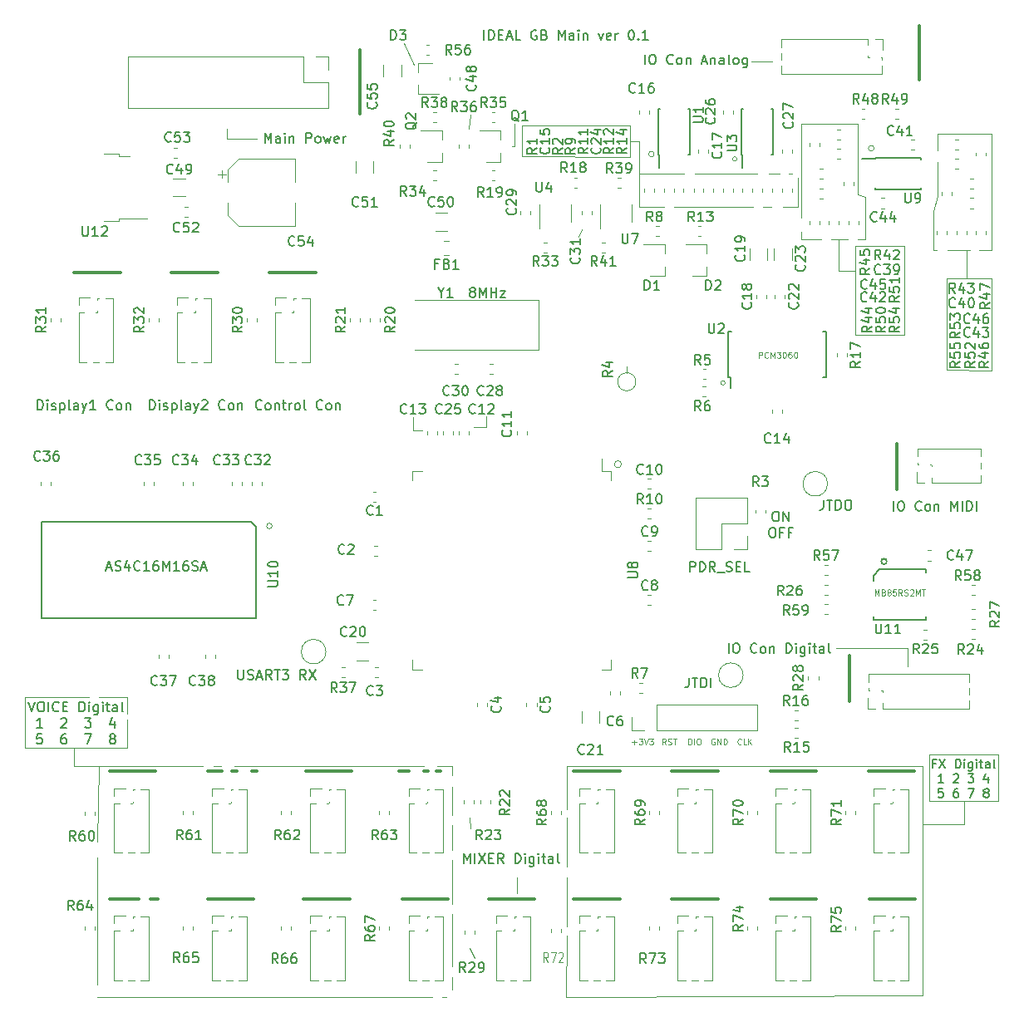
<source format=gto>
G04 #@! TF.GenerationSoftware,KiCad,Pcbnew,(5.1.4)-1*
G04 #@! TF.CreationDate,2020-02-17T00:09:49+09:00*
G04 #@! TF.ProjectId,main,6d61696e-2e6b-4696-9361-645f70636258,rev?*
G04 #@! TF.SameCoordinates,Original*
G04 #@! TF.FileFunction,Legend,Top*
G04 #@! TF.FilePolarity,Positive*
%FSLAX46Y46*%
G04 Gerber Fmt 4.6, Leading zero omitted, Abs format (unit mm)*
G04 Created by KiCad (PCBNEW (5.1.4)-1) date 2020-02-17 00:09:49*
%MOMM*%
%LPD*%
G04 APERTURE LIST*
%ADD10C,0.150000*%
%ADD11C,0.120000*%
%ADD12C,0.300000*%
%ADD13C,0.100000*%
G04 APERTURE END LIST*
D10*
X126780952Y-100027380D02*
X126971428Y-100027380D01*
X127066666Y-100075000D01*
X127161904Y-100170238D01*
X127209523Y-100360714D01*
X127209523Y-100694047D01*
X127161904Y-100884523D01*
X127066666Y-100979761D01*
X126971428Y-101027380D01*
X126780952Y-101027380D01*
X126685714Y-100979761D01*
X126590476Y-100884523D01*
X126542857Y-100694047D01*
X126542857Y-100360714D01*
X126590476Y-100170238D01*
X126685714Y-100075000D01*
X126780952Y-100027380D01*
X127638095Y-101027380D02*
X127638095Y-100027380D01*
X128209523Y-101027380D01*
X128209523Y-100027380D01*
X126447619Y-101677380D02*
X126638095Y-101677380D01*
X126733333Y-101725000D01*
X126828571Y-101820238D01*
X126876190Y-102010714D01*
X126876190Y-102344047D01*
X126828571Y-102534523D01*
X126733333Y-102629761D01*
X126638095Y-102677380D01*
X126447619Y-102677380D01*
X126352380Y-102629761D01*
X126257142Y-102534523D01*
X126209523Y-102344047D01*
X126209523Y-102010714D01*
X126257142Y-101820238D01*
X126352380Y-101725000D01*
X126447619Y-101677380D01*
X127638095Y-102153571D02*
X127304761Y-102153571D01*
X127304761Y-102677380D02*
X127304761Y-101677380D01*
X127780952Y-101677380D01*
X128495238Y-102153571D02*
X128161904Y-102153571D01*
X128161904Y-102677380D02*
X128161904Y-101677380D01*
X128638095Y-101677380D01*
D11*
X71000000Y-62000000D02*
X71000000Y-61000000D01*
X74000000Y-62000000D02*
X71000000Y-62000000D01*
D12*
X84500000Y-53000000D02*
X84500000Y-59500000D01*
D11*
X89000000Y-52300000D02*
X90000000Y-54500000D01*
X124400000Y-54200000D02*
X126500000Y-54200000D01*
X95600000Y-61000000D02*
X95800000Y-59600000D01*
D13*
X123342857Y-123714285D02*
X123314285Y-123742857D01*
X123228571Y-123771428D01*
X123171428Y-123771428D01*
X123085714Y-123742857D01*
X123028571Y-123685714D01*
X123000000Y-123628571D01*
X122971428Y-123514285D01*
X122971428Y-123428571D01*
X123000000Y-123314285D01*
X123028571Y-123257142D01*
X123085714Y-123200000D01*
X123171428Y-123171428D01*
X123228571Y-123171428D01*
X123314285Y-123200000D01*
X123342857Y-123228571D01*
X123885714Y-123771428D02*
X123600000Y-123771428D01*
X123600000Y-123171428D01*
X124085714Y-123771428D02*
X124085714Y-123171428D01*
X124428571Y-123771428D02*
X124171428Y-123428571D01*
X124428571Y-123171428D02*
X124085714Y-123514285D01*
X120642857Y-123200000D02*
X120585714Y-123171428D01*
X120500000Y-123171428D01*
X120414285Y-123200000D01*
X120357142Y-123257142D01*
X120328571Y-123314285D01*
X120300000Y-123428571D01*
X120300000Y-123514285D01*
X120328571Y-123628571D01*
X120357142Y-123685714D01*
X120414285Y-123742857D01*
X120500000Y-123771428D01*
X120557142Y-123771428D01*
X120642857Y-123742857D01*
X120671428Y-123714285D01*
X120671428Y-123514285D01*
X120557142Y-123514285D01*
X120928571Y-123771428D02*
X120928571Y-123171428D01*
X121271428Y-123771428D01*
X121271428Y-123171428D01*
X121557142Y-123771428D02*
X121557142Y-123171428D01*
X121700000Y-123171428D01*
X121785714Y-123200000D01*
X121842857Y-123257142D01*
X121871428Y-123314285D01*
X121900000Y-123428571D01*
X121900000Y-123514285D01*
X121871428Y-123628571D01*
X121842857Y-123685714D01*
X121785714Y-123742857D01*
X121700000Y-123771428D01*
X121557142Y-123771428D01*
X117985714Y-123771428D02*
X117985714Y-123171428D01*
X118128571Y-123171428D01*
X118214285Y-123200000D01*
X118271428Y-123257142D01*
X118300000Y-123314285D01*
X118328571Y-123428571D01*
X118328571Y-123514285D01*
X118300000Y-123628571D01*
X118271428Y-123685714D01*
X118214285Y-123742857D01*
X118128571Y-123771428D01*
X117985714Y-123771428D01*
X118585714Y-123771428D02*
X118585714Y-123171428D01*
X118985714Y-123171428D02*
X119100000Y-123171428D01*
X119157142Y-123200000D01*
X119214285Y-123257142D01*
X119242857Y-123371428D01*
X119242857Y-123571428D01*
X119214285Y-123685714D01*
X119157142Y-123742857D01*
X119100000Y-123771428D01*
X118985714Y-123771428D01*
X118928571Y-123742857D01*
X118871428Y-123685714D01*
X118842857Y-123571428D01*
X118842857Y-123371428D01*
X118871428Y-123257142D01*
X118928571Y-123200000D01*
X118985714Y-123171428D01*
X115671428Y-123771428D02*
X115471428Y-123485714D01*
X115328571Y-123771428D02*
X115328571Y-123171428D01*
X115557142Y-123171428D01*
X115614285Y-123200000D01*
X115642857Y-123228571D01*
X115671428Y-123285714D01*
X115671428Y-123371428D01*
X115642857Y-123428571D01*
X115614285Y-123457142D01*
X115557142Y-123485714D01*
X115328571Y-123485714D01*
X115900000Y-123742857D02*
X115985714Y-123771428D01*
X116128571Y-123771428D01*
X116185714Y-123742857D01*
X116214285Y-123714285D01*
X116242857Y-123657142D01*
X116242857Y-123600000D01*
X116214285Y-123542857D01*
X116185714Y-123514285D01*
X116128571Y-123485714D01*
X116014285Y-123457142D01*
X115957142Y-123428571D01*
X115928571Y-123400000D01*
X115900000Y-123342857D01*
X115900000Y-123285714D01*
X115928571Y-123228571D01*
X115957142Y-123200000D01*
X116014285Y-123171428D01*
X116157142Y-123171428D01*
X116242857Y-123200000D01*
X116414285Y-123171428D02*
X116757142Y-123171428D01*
X116585714Y-123771428D02*
X116585714Y-123171428D01*
X112242857Y-123542857D02*
X112700000Y-123542857D01*
X112471428Y-123771428D02*
X112471428Y-123314285D01*
X112928571Y-123171428D02*
X113300000Y-123171428D01*
X113100000Y-123400000D01*
X113185714Y-123400000D01*
X113242857Y-123428571D01*
X113271428Y-123457142D01*
X113300000Y-123514285D01*
X113300000Y-123657142D01*
X113271428Y-123714285D01*
X113242857Y-123742857D01*
X113185714Y-123771428D01*
X113014285Y-123771428D01*
X112957142Y-123742857D01*
X112928571Y-123714285D01*
X113471428Y-123171428D02*
X113671428Y-123771428D01*
X113871428Y-123171428D01*
X114014285Y-123171428D02*
X114385714Y-123171428D01*
X114185714Y-123400000D01*
X114271428Y-123400000D01*
X114328571Y-123428571D01*
X114357142Y-123457142D01*
X114385714Y-123514285D01*
X114385714Y-123657142D01*
X114357142Y-123714285D01*
X114328571Y-123742857D01*
X114271428Y-123771428D01*
X114100000Y-123771428D01*
X114042857Y-123742857D01*
X114014285Y-123714285D01*
D10*
X131738095Y-98852380D02*
X131738095Y-99566666D01*
X131690476Y-99709523D01*
X131595238Y-99804761D01*
X131452380Y-99852380D01*
X131357142Y-99852380D01*
X132071428Y-98852380D02*
X132642857Y-98852380D01*
X132357142Y-99852380D02*
X132357142Y-98852380D01*
X132976190Y-99852380D02*
X132976190Y-98852380D01*
X133214285Y-98852380D01*
X133357142Y-98900000D01*
X133452380Y-98995238D01*
X133500000Y-99090476D01*
X133547619Y-99280952D01*
X133547619Y-99423809D01*
X133500000Y-99614285D01*
X133452380Y-99709523D01*
X133357142Y-99804761D01*
X133214285Y-99852380D01*
X132976190Y-99852380D01*
X134166666Y-98852380D02*
X134357142Y-98852380D01*
X134452380Y-98900000D01*
X134547619Y-98995238D01*
X134595238Y-99185714D01*
X134595238Y-99519047D01*
X134547619Y-99709523D01*
X134452380Y-99804761D01*
X134357142Y-99852380D01*
X134166666Y-99852380D01*
X134071428Y-99804761D01*
X133976190Y-99709523D01*
X133928571Y-99519047D01*
X133928571Y-99185714D01*
X133976190Y-98995238D01*
X134071428Y-98900000D01*
X134166666Y-98852380D01*
X72095238Y-116152380D02*
X72095238Y-116961904D01*
X72142857Y-117057142D01*
X72190476Y-117104761D01*
X72285714Y-117152380D01*
X72476190Y-117152380D01*
X72571428Y-117104761D01*
X72619047Y-117057142D01*
X72666666Y-116961904D01*
X72666666Y-116152380D01*
X73095238Y-117104761D02*
X73238095Y-117152380D01*
X73476190Y-117152380D01*
X73571428Y-117104761D01*
X73619047Y-117057142D01*
X73666666Y-116961904D01*
X73666666Y-116866666D01*
X73619047Y-116771428D01*
X73571428Y-116723809D01*
X73476190Y-116676190D01*
X73285714Y-116628571D01*
X73190476Y-116580952D01*
X73142857Y-116533333D01*
X73095238Y-116438095D01*
X73095238Y-116342857D01*
X73142857Y-116247619D01*
X73190476Y-116200000D01*
X73285714Y-116152380D01*
X73523809Y-116152380D01*
X73666666Y-116200000D01*
X74047619Y-116866666D02*
X74523809Y-116866666D01*
X73952380Y-117152380D02*
X74285714Y-116152380D01*
X74619047Y-117152380D01*
X75523809Y-117152380D02*
X75190476Y-116676190D01*
X74952380Y-117152380D02*
X74952380Y-116152380D01*
X75333333Y-116152380D01*
X75428571Y-116200000D01*
X75476190Y-116247619D01*
X75523809Y-116342857D01*
X75523809Y-116485714D01*
X75476190Y-116580952D01*
X75428571Y-116628571D01*
X75333333Y-116676190D01*
X74952380Y-116676190D01*
X75809523Y-116152380D02*
X76380952Y-116152380D01*
X76095238Y-117152380D02*
X76095238Y-116152380D01*
X76619047Y-116152380D02*
X77238095Y-116152380D01*
X76904761Y-116533333D01*
X77047619Y-116533333D01*
X77142857Y-116580952D01*
X77190476Y-116628571D01*
X77238095Y-116723809D01*
X77238095Y-116961904D01*
X77190476Y-117057142D01*
X77142857Y-117104761D01*
X77047619Y-117152380D01*
X76761904Y-117152380D01*
X76666666Y-117104761D01*
X76619047Y-117057142D01*
X79000000Y-117152380D02*
X78666666Y-116676190D01*
X78428571Y-117152380D02*
X78428571Y-116152380D01*
X78809523Y-116152380D01*
X78904761Y-116200000D01*
X78952380Y-116247619D01*
X79000000Y-116342857D01*
X79000000Y-116485714D01*
X78952380Y-116580952D01*
X78904761Y-116628571D01*
X78809523Y-116676190D01*
X78428571Y-116676190D01*
X79333333Y-116152380D02*
X80000000Y-117152380D01*
X80000000Y-116152380D02*
X79333333Y-117152380D01*
X118123809Y-106152380D02*
X118123809Y-105152380D01*
X118504761Y-105152380D01*
X118600000Y-105200000D01*
X118647619Y-105247619D01*
X118695238Y-105342857D01*
X118695238Y-105485714D01*
X118647619Y-105580952D01*
X118600000Y-105628571D01*
X118504761Y-105676190D01*
X118123809Y-105676190D01*
X119123809Y-106152380D02*
X119123809Y-105152380D01*
X119361904Y-105152380D01*
X119504761Y-105200000D01*
X119600000Y-105295238D01*
X119647619Y-105390476D01*
X119695238Y-105580952D01*
X119695238Y-105723809D01*
X119647619Y-105914285D01*
X119600000Y-106009523D01*
X119504761Y-106104761D01*
X119361904Y-106152380D01*
X119123809Y-106152380D01*
X120695238Y-106152380D02*
X120361904Y-105676190D01*
X120123809Y-106152380D02*
X120123809Y-105152380D01*
X120504761Y-105152380D01*
X120600000Y-105200000D01*
X120647619Y-105247619D01*
X120695238Y-105342857D01*
X120695238Y-105485714D01*
X120647619Y-105580952D01*
X120600000Y-105628571D01*
X120504761Y-105676190D01*
X120123809Y-105676190D01*
X120885714Y-106247619D02*
X121647619Y-106247619D01*
X121838095Y-106104761D02*
X121980952Y-106152380D01*
X122219047Y-106152380D01*
X122314285Y-106104761D01*
X122361904Y-106057142D01*
X122409523Y-105961904D01*
X122409523Y-105866666D01*
X122361904Y-105771428D01*
X122314285Y-105723809D01*
X122219047Y-105676190D01*
X122028571Y-105628571D01*
X121933333Y-105580952D01*
X121885714Y-105533333D01*
X121838095Y-105438095D01*
X121838095Y-105342857D01*
X121885714Y-105247619D01*
X121933333Y-105200000D01*
X122028571Y-105152380D01*
X122266666Y-105152380D01*
X122409523Y-105200000D01*
X122838095Y-105628571D02*
X123171428Y-105628571D01*
X123314285Y-106152380D02*
X122838095Y-106152380D01*
X122838095Y-105152380D01*
X123314285Y-105152380D01*
X124219047Y-106152380D02*
X123742857Y-106152380D01*
X123742857Y-105152380D01*
X118023809Y-116952380D02*
X118023809Y-117666666D01*
X117976190Y-117809523D01*
X117880952Y-117904761D01*
X117738095Y-117952380D01*
X117642857Y-117952380D01*
X118357142Y-116952380D02*
X118928571Y-116952380D01*
X118642857Y-117952380D02*
X118642857Y-116952380D01*
X119261904Y-117952380D02*
X119261904Y-116952380D01*
X119500000Y-116952380D01*
X119642857Y-117000000D01*
X119738095Y-117095238D01*
X119785714Y-117190476D01*
X119833333Y-117380952D01*
X119833333Y-117523809D01*
X119785714Y-117714285D01*
X119738095Y-117809523D01*
X119642857Y-117904761D01*
X119500000Y-117952380D01*
X119261904Y-117952380D01*
X120261904Y-117952380D02*
X120261904Y-116952380D01*
X97166666Y-51952380D02*
X97166666Y-50952380D01*
X97642857Y-51952380D02*
X97642857Y-50952380D01*
X97880952Y-50952380D01*
X98023809Y-51000000D01*
X98119047Y-51095238D01*
X98166666Y-51190476D01*
X98214285Y-51380952D01*
X98214285Y-51523809D01*
X98166666Y-51714285D01*
X98119047Y-51809523D01*
X98023809Y-51904761D01*
X97880952Y-51952380D01*
X97642857Y-51952380D01*
X98642857Y-51428571D02*
X98976190Y-51428571D01*
X99119047Y-51952380D02*
X98642857Y-51952380D01*
X98642857Y-50952380D01*
X99119047Y-50952380D01*
X99500000Y-51666666D02*
X99976190Y-51666666D01*
X99404761Y-51952380D02*
X99738095Y-50952380D01*
X100071428Y-51952380D01*
X100880952Y-51952380D02*
X100404761Y-51952380D01*
X100404761Y-50952380D01*
X102500000Y-51000000D02*
X102404761Y-50952380D01*
X102261904Y-50952380D01*
X102119047Y-51000000D01*
X102023809Y-51095238D01*
X101976190Y-51190476D01*
X101928571Y-51380952D01*
X101928571Y-51523809D01*
X101976190Y-51714285D01*
X102023809Y-51809523D01*
X102119047Y-51904761D01*
X102261904Y-51952380D01*
X102357142Y-51952380D01*
X102500000Y-51904761D01*
X102547619Y-51857142D01*
X102547619Y-51523809D01*
X102357142Y-51523809D01*
X103309523Y-51428571D02*
X103452380Y-51476190D01*
X103500000Y-51523809D01*
X103547619Y-51619047D01*
X103547619Y-51761904D01*
X103500000Y-51857142D01*
X103452380Y-51904761D01*
X103357142Y-51952380D01*
X102976190Y-51952380D01*
X102976190Y-50952380D01*
X103309523Y-50952380D01*
X103404761Y-51000000D01*
X103452380Y-51047619D01*
X103500000Y-51142857D01*
X103500000Y-51238095D01*
X103452380Y-51333333D01*
X103404761Y-51380952D01*
X103309523Y-51428571D01*
X102976190Y-51428571D01*
X104738095Y-51952380D02*
X104738095Y-50952380D01*
X105071428Y-51666666D01*
X105404761Y-50952380D01*
X105404761Y-51952380D01*
X106309523Y-51952380D02*
X106309523Y-51428571D01*
X106261904Y-51333333D01*
X106166666Y-51285714D01*
X105976190Y-51285714D01*
X105880952Y-51333333D01*
X106309523Y-51904761D02*
X106214285Y-51952380D01*
X105976190Y-51952380D01*
X105880952Y-51904761D01*
X105833333Y-51809523D01*
X105833333Y-51714285D01*
X105880952Y-51619047D01*
X105976190Y-51571428D01*
X106214285Y-51571428D01*
X106309523Y-51523809D01*
X106785714Y-51952380D02*
X106785714Y-51285714D01*
X106785714Y-50952380D02*
X106738095Y-51000000D01*
X106785714Y-51047619D01*
X106833333Y-51000000D01*
X106785714Y-50952380D01*
X106785714Y-51047619D01*
X107261904Y-51285714D02*
X107261904Y-51952380D01*
X107261904Y-51380952D02*
X107309523Y-51333333D01*
X107404761Y-51285714D01*
X107547619Y-51285714D01*
X107642857Y-51333333D01*
X107690476Y-51428571D01*
X107690476Y-51952380D01*
X108833333Y-51285714D02*
X109071428Y-51952380D01*
X109309523Y-51285714D01*
X110071428Y-51904761D02*
X109976190Y-51952380D01*
X109785714Y-51952380D01*
X109690476Y-51904761D01*
X109642857Y-51809523D01*
X109642857Y-51428571D01*
X109690476Y-51333333D01*
X109785714Y-51285714D01*
X109976190Y-51285714D01*
X110071428Y-51333333D01*
X110119047Y-51428571D01*
X110119047Y-51523809D01*
X109642857Y-51619047D01*
X110547619Y-51952380D02*
X110547619Y-51285714D01*
X110547619Y-51476190D02*
X110595238Y-51380952D01*
X110642857Y-51333333D01*
X110738095Y-51285714D01*
X110833333Y-51285714D01*
X112119047Y-50952380D02*
X112214285Y-50952380D01*
X112309523Y-51000000D01*
X112357142Y-51047619D01*
X112404761Y-51142857D01*
X112452380Y-51333333D01*
X112452380Y-51571428D01*
X112404761Y-51761904D01*
X112357142Y-51857142D01*
X112309523Y-51904761D01*
X112214285Y-51952380D01*
X112119047Y-51952380D01*
X112023809Y-51904761D01*
X111976190Y-51857142D01*
X111928571Y-51761904D01*
X111880952Y-51571428D01*
X111880952Y-51333333D01*
X111928571Y-51142857D01*
X111976190Y-51047619D01*
X112023809Y-51000000D01*
X112119047Y-50952380D01*
X112880952Y-51857142D02*
X112928571Y-51904761D01*
X112880952Y-51952380D01*
X112833333Y-51904761D01*
X112880952Y-51857142D01*
X112880952Y-51952380D01*
X113880952Y-51952380D02*
X113309523Y-51952380D01*
X113595238Y-51952380D02*
X113595238Y-50952380D01*
X113500000Y-51095238D01*
X113404761Y-51190476D01*
X113309523Y-51238095D01*
D11*
X100500000Y-137300000D02*
X100500000Y-138900000D01*
D10*
X95090476Y-135852380D02*
X95090476Y-134852380D01*
X95423809Y-135566666D01*
X95757142Y-134852380D01*
X95757142Y-135852380D01*
X96233333Y-135852380D02*
X96233333Y-134852380D01*
X96614285Y-134852380D02*
X97280952Y-135852380D01*
X97280952Y-134852380D02*
X96614285Y-135852380D01*
X97661904Y-135328571D02*
X97995238Y-135328571D01*
X98138095Y-135852380D02*
X97661904Y-135852380D01*
X97661904Y-134852380D01*
X98138095Y-134852380D01*
X99138095Y-135852380D02*
X98804761Y-135376190D01*
X98566666Y-135852380D02*
X98566666Y-134852380D01*
X98947619Y-134852380D01*
X99042857Y-134900000D01*
X99090476Y-134947619D01*
X99138095Y-135042857D01*
X99138095Y-135185714D01*
X99090476Y-135280952D01*
X99042857Y-135328571D01*
X98947619Y-135376190D01*
X98566666Y-135376190D01*
X100328571Y-135852380D02*
X100328571Y-134852380D01*
X100566666Y-134852380D01*
X100709523Y-134900000D01*
X100804761Y-134995238D01*
X100852380Y-135090476D01*
X100900000Y-135280952D01*
X100900000Y-135423809D01*
X100852380Y-135614285D01*
X100804761Y-135709523D01*
X100709523Y-135804761D01*
X100566666Y-135852380D01*
X100328571Y-135852380D01*
X101328571Y-135852380D02*
X101328571Y-135185714D01*
X101328571Y-134852380D02*
X101280952Y-134900000D01*
X101328571Y-134947619D01*
X101376190Y-134900000D01*
X101328571Y-134852380D01*
X101328571Y-134947619D01*
X102233333Y-135185714D02*
X102233333Y-135995238D01*
X102185714Y-136090476D01*
X102138095Y-136138095D01*
X102042857Y-136185714D01*
X101900000Y-136185714D01*
X101804761Y-136138095D01*
X102233333Y-135804761D02*
X102138095Y-135852380D01*
X101947619Y-135852380D01*
X101852380Y-135804761D01*
X101804761Y-135757142D01*
X101757142Y-135661904D01*
X101757142Y-135376190D01*
X101804761Y-135280952D01*
X101852380Y-135233333D01*
X101947619Y-135185714D01*
X102138095Y-135185714D01*
X102233333Y-135233333D01*
X102709523Y-135852380D02*
X102709523Y-135185714D01*
X102709523Y-134852380D02*
X102661904Y-134900000D01*
X102709523Y-134947619D01*
X102757142Y-134900000D01*
X102709523Y-134852380D01*
X102709523Y-134947619D01*
X103042857Y-135185714D02*
X103423809Y-135185714D01*
X103185714Y-134852380D02*
X103185714Y-135709523D01*
X103233333Y-135804761D01*
X103328571Y-135852380D01*
X103423809Y-135852380D01*
X104185714Y-135852380D02*
X104185714Y-135328571D01*
X104138095Y-135233333D01*
X104042857Y-135185714D01*
X103852380Y-135185714D01*
X103757142Y-135233333D01*
X104185714Y-135804761D02*
X104090476Y-135852380D01*
X103852380Y-135852380D01*
X103757142Y-135804761D01*
X103709523Y-135709523D01*
X103709523Y-135614285D01*
X103757142Y-135519047D01*
X103852380Y-135471428D01*
X104090476Y-135471428D01*
X104185714Y-135423809D01*
X104804761Y-135852380D02*
X104709523Y-135804761D01*
X104661904Y-135709523D01*
X104661904Y-134852380D01*
D11*
X146100000Y-131900000D02*
X141800000Y-131900000D01*
X146100000Y-129500000D02*
X146100000Y-131900000D01*
X142500000Y-129500000D02*
X142500000Y-124750000D01*
X149500000Y-129500000D02*
X142500000Y-129500000D01*
X149500000Y-124750000D02*
X149500000Y-129500000D01*
X142500000Y-124750000D02*
X149500000Y-124750000D01*
D10*
X143171428Y-125685714D02*
X142871428Y-125685714D01*
X142871428Y-126157142D02*
X142871428Y-125257142D01*
X143300000Y-125257142D01*
X143557142Y-125257142D02*
X144157142Y-126157142D01*
X144157142Y-125257142D02*
X143557142Y-126157142D01*
X145185714Y-126157142D02*
X145185714Y-125257142D01*
X145400000Y-125257142D01*
X145528571Y-125300000D01*
X145614285Y-125385714D01*
X145657142Y-125471428D01*
X145700000Y-125642857D01*
X145700000Y-125771428D01*
X145657142Y-125942857D01*
X145614285Y-126028571D01*
X145528571Y-126114285D01*
X145400000Y-126157142D01*
X145185714Y-126157142D01*
X146085714Y-126157142D02*
X146085714Y-125557142D01*
X146085714Y-125257142D02*
X146042857Y-125300000D01*
X146085714Y-125342857D01*
X146128571Y-125300000D01*
X146085714Y-125257142D01*
X146085714Y-125342857D01*
X146900000Y-125557142D02*
X146900000Y-126285714D01*
X146857142Y-126371428D01*
X146814285Y-126414285D01*
X146728571Y-126457142D01*
X146600000Y-126457142D01*
X146514285Y-126414285D01*
X146900000Y-126114285D02*
X146814285Y-126157142D01*
X146642857Y-126157142D01*
X146557142Y-126114285D01*
X146514285Y-126071428D01*
X146471428Y-125985714D01*
X146471428Y-125728571D01*
X146514285Y-125642857D01*
X146557142Y-125600000D01*
X146642857Y-125557142D01*
X146814285Y-125557142D01*
X146900000Y-125600000D01*
X147328571Y-126157142D02*
X147328571Y-125557142D01*
X147328571Y-125257142D02*
X147285714Y-125300000D01*
X147328571Y-125342857D01*
X147371428Y-125300000D01*
X147328571Y-125257142D01*
X147328571Y-125342857D01*
X147628571Y-125557142D02*
X147971428Y-125557142D01*
X147757142Y-125257142D02*
X147757142Y-126028571D01*
X147800000Y-126114285D01*
X147885714Y-126157142D01*
X147971428Y-126157142D01*
X148657142Y-126157142D02*
X148657142Y-125685714D01*
X148614285Y-125600000D01*
X148528571Y-125557142D01*
X148357142Y-125557142D01*
X148271428Y-125600000D01*
X148657142Y-126114285D02*
X148571428Y-126157142D01*
X148357142Y-126157142D01*
X148271428Y-126114285D01*
X148228571Y-126028571D01*
X148228571Y-125942857D01*
X148271428Y-125857142D01*
X148357142Y-125814285D01*
X148571428Y-125814285D01*
X148657142Y-125771428D01*
X149214285Y-126157142D02*
X149128571Y-126114285D01*
X149085714Y-126028571D01*
X149085714Y-125257142D01*
X143942857Y-127657142D02*
X143428571Y-127657142D01*
X143685714Y-127657142D02*
X143685714Y-126757142D01*
X143600000Y-126885714D01*
X143514285Y-126971428D01*
X143428571Y-127014285D01*
X144971428Y-126842857D02*
X145014285Y-126800000D01*
X145100000Y-126757142D01*
X145314285Y-126757142D01*
X145400000Y-126800000D01*
X145442857Y-126842857D01*
X145485714Y-126928571D01*
X145485714Y-127014285D01*
X145442857Y-127142857D01*
X144928571Y-127657142D01*
X145485714Y-127657142D01*
X146471428Y-126757142D02*
X147028571Y-126757142D01*
X146728571Y-127100000D01*
X146857142Y-127100000D01*
X146942857Y-127142857D01*
X146985714Y-127185714D01*
X147028571Y-127271428D01*
X147028571Y-127485714D01*
X146985714Y-127571428D01*
X146942857Y-127614285D01*
X146857142Y-127657142D01*
X146600000Y-127657142D01*
X146514285Y-127614285D01*
X146471428Y-127571428D01*
X148485714Y-127057142D02*
X148485714Y-127657142D01*
X148271428Y-126714285D02*
X148057142Y-127357142D01*
X148614285Y-127357142D01*
X143900000Y-128257142D02*
X143471428Y-128257142D01*
X143428571Y-128685714D01*
X143471428Y-128642857D01*
X143557142Y-128600000D01*
X143771428Y-128600000D01*
X143857142Y-128642857D01*
X143900000Y-128685714D01*
X143942857Y-128771428D01*
X143942857Y-128985714D01*
X143900000Y-129071428D01*
X143857142Y-129114285D01*
X143771428Y-129157142D01*
X143557142Y-129157142D01*
X143471428Y-129114285D01*
X143428571Y-129071428D01*
X145400000Y-128257142D02*
X145228571Y-128257142D01*
X145142857Y-128300000D01*
X145100000Y-128342857D01*
X145014285Y-128471428D01*
X144971428Y-128642857D01*
X144971428Y-128985714D01*
X145014285Y-129071428D01*
X145057142Y-129114285D01*
X145142857Y-129157142D01*
X145314285Y-129157142D01*
X145400000Y-129114285D01*
X145442857Y-129071428D01*
X145485714Y-128985714D01*
X145485714Y-128771428D01*
X145442857Y-128685714D01*
X145400000Y-128642857D01*
X145314285Y-128600000D01*
X145142857Y-128600000D01*
X145057142Y-128642857D01*
X145014285Y-128685714D01*
X144971428Y-128771428D01*
X146471428Y-128257142D02*
X147071428Y-128257142D01*
X146685714Y-129157142D01*
X148228571Y-128642857D02*
X148142857Y-128600000D01*
X148100000Y-128557142D01*
X148057142Y-128471428D01*
X148057142Y-128428571D01*
X148100000Y-128342857D01*
X148142857Y-128300000D01*
X148228571Y-128257142D01*
X148400000Y-128257142D01*
X148485714Y-128300000D01*
X148528571Y-128342857D01*
X148571428Y-128428571D01*
X148571428Y-128471428D01*
X148528571Y-128557142D01*
X148485714Y-128600000D01*
X148400000Y-128642857D01*
X148228571Y-128642857D01*
X148142857Y-128685714D01*
X148100000Y-128728571D01*
X148057142Y-128814285D01*
X148057142Y-128985714D01*
X148100000Y-129071428D01*
X148142857Y-129114285D01*
X148228571Y-129157142D01*
X148400000Y-129157142D01*
X148485714Y-129114285D01*
X148528571Y-129071428D01*
X148571428Y-128985714D01*
X148571428Y-128814285D01*
X148528571Y-128728571D01*
X148485714Y-128685714D01*
X148400000Y-128642857D01*
D11*
X141800000Y-126000000D02*
X105600000Y-126000000D01*
X141800000Y-149300000D02*
X141800000Y-126000000D01*
X105500000Y-149500000D02*
X141800000Y-149300000D01*
X105600000Y-143200000D02*
X105500000Y-149500000D01*
X105600000Y-137300000D02*
X105600000Y-142300000D01*
X105600000Y-131200000D02*
X105600000Y-136200000D01*
X105600000Y-126000000D02*
X105600000Y-130400000D01*
X140300000Y-113900000D02*
X140300000Y-115800000D01*
X133000000Y-113900000D02*
X140300000Y-113900000D01*
X55400000Y-126000000D02*
X55400000Y-124100000D01*
X57900000Y-126000000D02*
X55400000Y-126000000D01*
X50400000Y-124100000D02*
X50400000Y-118900000D01*
X60800000Y-124100000D02*
X50400000Y-124100000D01*
X60800000Y-123900000D02*
X60800000Y-124100000D01*
X60800000Y-121200000D02*
X60800000Y-123900000D01*
X60800000Y-118900000D02*
X60800000Y-120600000D01*
X57900000Y-118900000D02*
X60800000Y-118900000D01*
X50400000Y-118900000D02*
X56900000Y-118900000D01*
D10*
X50742857Y-119402380D02*
X51076190Y-120402380D01*
X51409523Y-119402380D01*
X51933333Y-119402380D02*
X52123809Y-119402380D01*
X52219047Y-119450000D01*
X52314285Y-119545238D01*
X52361904Y-119735714D01*
X52361904Y-120069047D01*
X52314285Y-120259523D01*
X52219047Y-120354761D01*
X52123809Y-120402380D01*
X51933333Y-120402380D01*
X51838095Y-120354761D01*
X51742857Y-120259523D01*
X51695238Y-120069047D01*
X51695238Y-119735714D01*
X51742857Y-119545238D01*
X51838095Y-119450000D01*
X51933333Y-119402380D01*
X52790476Y-120402380D02*
X52790476Y-119402380D01*
X53838095Y-120307142D02*
X53790476Y-120354761D01*
X53647619Y-120402380D01*
X53552380Y-120402380D01*
X53409523Y-120354761D01*
X53314285Y-120259523D01*
X53266666Y-120164285D01*
X53219047Y-119973809D01*
X53219047Y-119830952D01*
X53266666Y-119640476D01*
X53314285Y-119545238D01*
X53409523Y-119450000D01*
X53552380Y-119402380D01*
X53647619Y-119402380D01*
X53790476Y-119450000D01*
X53838095Y-119497619D01*
X54266666Y-119878571D02*
X54600000Y-119878571D01*
X54742857Y-120402380D02*
X54266666Y-120402380D01*
X54266666Y-119402380D01*
X54742857Y-119402380D01*
X55933333Y-120402380D02*
X55933333Y-119402380D01*
X56171428Y-119402380D01*
X56314285Y-119450000D01*
X56409523Y-119545238D01*
X56457142Y-119640476D01*
X56504761Y-119830952D01*
X56504761Y-119973809D01*
X56457142Y-120164285D01*
X56409523Y-120259523D01*
X56314285Y-120354761D01*
X56171428Y-120402380D01*
X55933333Y-120402380D01*
X56933333Y-120402380D02*
X56933333Y-119735714D01*
X56933333Y-119402380D02*
X56885714Y-119450000D01*
X56933333Y-119497619D01*
X56980952Y-119450000D01*
X56933333Y-119402380D01*
X56933333Y-119497619D01*
X57838095Y-119735714D02*
X57838095Y-120545238D01*
X57790476Y-120640476D01*
X57742857Y-120688095D01*
X57647619Y-120735714D01*
X57504761Y-120735714D01*
X57409523Y-120688095D01*
X57838095Y-120354761D02*
X57742857Y-120402380D01*
X57552380Y-120402380D01*
X57457142Y-120354761D01*
X57409523Y-120307142D01*
X57361904Y-120211904D01*
X57361904Y-119926190D01*
X57409523Y-119830952D01*
X57457142Y-119783333D01*
X57552380Y-119735714D01*
X57742857Y-119735714D01*
X57838095Y-119783333D01*
X58314285Y-120402380D02*
X58314285Y-119735714D01*
X58314285Y-119402380D02*
X58266666Y-119450000D01*
X58314285Y-119497619D01*
X58361904Y-119450000D01*
X58314285Y-119402380D01*
X58314285Y-119497619D01*
X58647619Y-119735714D02*
X59028571Y-119735714D01*
X58790476Y-119402380D02*
X58790476Y-120259523D01*
X58838095Y-120354761D01*
X58933333Y-120402380D01*
X59028571Y-120402380D01*
X59790476Y-120402380D02*
X59790476Y-119878571D01*
X59742857Y-119783333D01*
X59647619Y-119735714D01*
X59457142Y-119735714D01*
X59361904Y-119783333D01*
X59790476Y-120354761D02*
X59695238Y-120402380D01*
X59457142Y-120402380D01*
X59361904Y-120354761D01*
X59314285Y-120259523D01*
X59314285Y-120164285D01*
X59361904Y-120069047D01*
X59457142Y-120021428D01*
X59695238Y-120021428D01*
X59790476Y-119973809D01*
X60409523Y-120402380D02*
X60314285Y-120354761D01*
X60266666Y-120259523D01*
X60266666Y-119402380D01*
X52171428Y-122052380D02*
X51600000Y-122052380D01*
X51885714Y-122052380D02*
X51885714Y-121052380D01*
X51790476Y-121195238D01*
X51695238Y-121290476D01*
X51600000Y-121338095D01*
X54076190Y-121147619D02*
X54123809Y-121100000D01*
X54219047Y-121052380D01*
X54457142Y-121052380D01*
X54552380Y-121100000D01*
X54599999Y-121147619D01*
X54647619Y-121242857D01*
X54647619Y-121338095D01*
X54599999Y-121480952D01*
X54028571Y-122052380D01*
X54647619Y-122052380D01*
X56504761Y-121052380D02*
X57123809Y-121052380D01*
X56790476Y-121433333D01*
X56933333Y-121433333D01*
X57028571Y-121480952D01*
X57076190Y-121528571D01*
X57123809Y-121623809D01*
X57123809Y-121861904D01*
X57076190Y-121957142D01*
X57028571Y-122004761D01*
X56933333Y-122052380D01*
X56647619Y-122052380D01*
X56552380Y-122004761D01*
X56504761Y-121957142D01*
X59504761Y-121385714D02*
X59504761Y-122052380D01*
X59266666Y-121004761D02*
X59028571Y-121719047D01*
X59647619Y-121719047D01*
X52123809Y-122702380D02*
X51647619Y-122702380D01*
X51600000Y-123178571D01*
X51647619Y-123130952D01*
X51742857Y-123083333D01*
X51980952Y-123083333D01*
X52076190Y-123130952D01*
X52123809Y-123178571D01*
X52171428Y-123273809D01*
X52171428Y-123511904D01*
X52123809Y-123607142D01*
X52076190Y-123654761D01*
X51980952Y-123702380D01*
X51742857Y-123702380D01*
X51647619Y-123654761D01*
X51600000Y-123607142D01*
X54552380Y-122702380D02*
X54361904Y-122702380D01*
X54266666Y-122750000D01*
X54219047Y-122797619D01*
X54123809Y-122940476D01*
X54076190Y-123130952D01*
X54076190Y-123511904D01*
X54123809Y-123607142D01*
X54171428Y-123654761D01*
X54266666Y-123702380D01*
X54457142Y-123702380D01*
X54552380Y-123654761D01*
X54599999Y-123607142D01*
X54647619Y-123511904D01*
X54647619Y-123273809D01*
X54599999Y-123178571D01*
X54552380Y-123130952D01*
X54457142Y-123083333D01*
X54266666Y-123083333D01*
X54171428Y-123130952D01*
X54123809Y-123178571D01*
X54076190Y-123273809D01*
X56504761Y-122702380D02*
X57171428Y-122702380D01*
X56742857Y-123702380D01*
X59219047Y-123130952D02*
X59123809Y-123083333D01*
X59076190Y-123035714D01*
X59028571Y-122940476D01*
X59028571Y-122892857D01*
X59076190Y-122797619D01*
X59123809Y-122750000D01*
X59219047Y-122702380D01*
X59409523Y-122702380D01*
X59504761Y-122750000D01*
X59552380Y-122797619D01*
X59600000Y-122892857D01*
X59600000Y-122940476D01*
X59552380Y-123035714D01*
X59504761Y-123083333D01*
X59409523Y-123130952D01*
X59219047Y-123130952D01*
X59123809Y-123178571D01*
X59076190Y-123226190D01*
X59028571Y-123321428D01*
X59028571Y-123511904D01*
X59076190Y-123607142D01*
X59123809Y-123654761D01*
X59219047Y-123702380D01*
X59409523Y-123702380D01*
X59504761Y-123654761D01*
X59552380Y-123607142D01*
X59600000Y-123511904D01*
X59600000Y-123321428D01*
X59552380Y-123226190D01*
X59504761Y-123178571D01*
X59409523Y-123130952D01*
D11*
X57800000Y-139100000D02*
X57800000Y-141000000D01*
X57800000Y-141000000D02*
X57800000Y-148200000D01*
X57800000Y-135300000D02*
X57800000Y-139100000D01*
X57900000Y-126000000D02*
X57800000Y-133700000D01*
X91900000Y-149500000D02*
X57800000Y-149500000D01*
X92900000Y-149500000D02*
X93300000Y-149500000D01*
X93900000Y-147500000D02*
X93900000Y-148700000D01*
X93900000Y-141000000D02*
X93900000Y-146400000D01*
X93900000Y-135500000D02*
X93900000Y-140000000D01*
X93900000Y-132000000D02*
X93900000Y-134500000D01*
X93900000Y-128100000D02*
X93900000Y-131000000D01*
X93900000Y-126000000D02*
X93900000Y-126900000D01*
X92400000Y-126000000D02*
X93900000Y-126000000D01*
X71700000Y-126000000D02*
X91000000Y-126000000D01*
X69600000Y-126000000D02*
X70400000Y-126000000D01*
X57900000Y-126000000D02*
X68500000Y-126000000D01*
D12*
X141100000Y-139500000D02*
X136400000Y-139500000D01*
X63200000Y-139500000D02*
X63900000Y-139500000D01*
X92300000Y-126500000D02*
X92700000Y-126500000D01*
X91000000Y-126500000D02*
X91500000Y-126500000D01*
X88500000Y-126500000D02*
X89500000Y-126500000D01*
X73500000Y-126500000D02*
X74000000Y-126500000D01*
X71500000Y-126500000D02*
X72000000Y-126500000D01*
X69000000Y-126500000D02*
X70500000Y-126500000D01*
X59000000Y-139500000D02*
X62000000Y-139500000D01*
X131000000Y-139500000D02*
X126300000Y-139500000D01*
X121000000Y-139500000D02*
X116300000Y-139500000D01*
X111000000Y-139500000D02*
X106300000Y-139500000D01*
X102300000Y-139500000D02*
X97600000Y-139500000D01*
X83500000Y-139500000D02*
X78800000Y-139500000D01*
X93500000Y-139500000D02*
X88800000Y-139500000D01*
X73700000Y-139500000D02*
X69000000Y-139500000D01*
X141000000Y-126500000D02*
X136300000Y-126500000D01*
X131000000Y-126500000D02*
X126300000Y-126500000D01*
X121000000Y-126500000D02*
X116300000Y-126500000D01*
X111000000Y-126500000D02*
X106300000Y-126500000D01*
X83700000Y-126500000D02*
X79000000Y-126500000D01*
X63700000Y-126500000D02*
X59000000Y-126500000D01*
D10*
X122080952Y-114452380D02*
X122080952Y-113452380D01*
X122747619Y-113452380D02*
X122938095Y-113452380D01*
X123033333Y-113500000D01*
X123128571Y-113595238D01*
X123176190Y-113785714D01*
X123176190Y-114119047D01*
X123128571Y-114309523D01*
X123033333Y-114404761D01*
X122938095Y-114452380D01*
X122747619Y-114452380D01*
X122652380Y-114404761D01*
X122557142Y-114309523D01*
X122509523Y-114119047D01*
X122509523Y-113785714D01*
X122557142Y-113595238D01*
X122652380Y-113500000D01*
X122747619Y-113452380D01*
X124938095Y-114357142D02*
X124890476Y-114404761D01*
X124747619Y-114452380D01*
X124652380Y-114452380D01*
X124509523Y-114404761D01*
X124414285Y-114309523D01*
X124366666Y-114214285D01*
X124319047Y-114023809D01*
X124319047Y-113880952D01*
X124366666Y-113690476D01*
X124414285Y-113595238D01*
X124509523Y-113500000D01*
X124652380Y-113452380D01*
X124747619Y-113452380D01*
X124890476Y-113500000D01*
X124938095Y-113547619D01*
X125509523Y-114452380D02*
X125414285Y-114404761D01*
X125366666Y-114357142D01*
X125319047Y-114261904D01*
X125319047Y-113976190D01*
X125366666Y-113880952D01*
X125414285Y-113833333D01*
X125509523Y-113785714D01*
X125652380Y-113785714D01*
X125747619Y-113833333D01*
X125795238Y-113880952D01*
X125842857Y-113976190D01*
X125842857Y-114261904D01*
X125795238Y-114357142D01*
X125747619Y-114404761D01*
X125652380Y-114452380D01*
X125509523Y-114452380D01*
X126271428Y-113785714D02*
X126271428Y-114452380D01*
X126271428Y-113880952D02*
X126319047Y-113833333D01*
X126414285Y-113785714D01*
X126557142Y-113785714D01*
X126652380Y-113833333D01*
X126700000Y-113928571D01*
X126700000Y-114452380D01*
X127938095Y-114452380D02*
X127938095Y-113452380D01*
X128176190Y-113452380D01*
X128319047Y-113500000D01*
X128414285Y-113595238D01*
X128461904Y-113690476D01*
X128509523Y-113880952D01*
X128509523Y-114023809D01*
X128461904Y-114214285D01*
X128414285Y-114309523D01*
X128319047Y-114404761D01*
X128176190Y-114452380D01*
X127938095Y-114452380D01*
X128938095Y-114452380D02*
X128938095Y-113785714D01*
X128938095Y-113452380D02*
X128890476Y-113500000D01*
X128938095Y-113547619D01*
X128985714Y-113500000D01*
X128938095Y-113452380D01*
X128938095Y-113547619D01*
X129842857Y-113785714D02*
X129842857Y-114595238D01*
X129795238Y-114690476D01*
X129747619Y-114738095D01*
X129652380Y-114785714D01*
X129509523Y-114785714D01*
X129414285Y-114738095D01*
X129842857Y-114404761D02*
X129747619Y-114452380D01*
X129557142Y-114452380D01*
X129461904Y-114404761D01*
X129414285Y-114357142D01*
X129366666Y-114261904D01*
X129366666Y-113976190D01*
X129414285Y-113880952D01*
X129461904Y-113833333D01*
X129557142Y-113785714D01*
X129747619Y-113785714D01*
X129842857Y-113833333D01*
X130319047Y-114452380D02*
X130319047Y-113785714D01*
X130319047Y-113452380D02*
X130271428Y-113500000D01*
X130319047Y-113547619D01*
X130366666Y-113500000D01*
X130319047Y-113452380D01*
X130319047Y-113547619D01*
X130652380Y-113785714D02*
X131033333Y-113785714D01*
X130795238Y-113452380D02*
X130795238Y-114309523D01*
X130842857Y-114404761D01*
X130938095Y-114452380D01*
X131033333Y-114452380D01*
X131795238Y-114452380D02*
X131795238Y-113928571D01*
X131747619Y-113833333D01*
X131652380Y-113785714D01*
X131461904Y-113785714D01*
X131366666Y-113833333D01*
X131795238Y-114404761D02*
X131700000Y-114452380D01*
X131461904Y-114452380D01*
X131366666Y-114404761D01*
X131319047Y-114309523D01*
X131319047Y-114214285D01*
X131366666Y-114119047D01*
X131461904Y-114071428D01*
X131700000Y-114071428D01*
X131795238Y-114023809D01*
X132414285Y-114452380D02*
X132319047Y-114404761D01*
X132271428Y-114309523D01*
X132271428Y-113452380D01*
D12*
X134400000Y-114700000D02*
X134400000Y-119400000D01*
D10*
X138861904Y-99952380D02*
X138861904Y-98952380D01*
X139528571Y-98952380D02*
X139719047Y-98952380D01*
X139814285Y-99000000D01*
X139909523Y-99095238D01*
X139957142Y-99285714D01*
X139957142Y-99619047D01*
X139909523Y-99809523D01*
X139814285Y-99904761D01*
X139719047Y-99952380D01*
X139528571Y-99952380D01*
X139433333Y-99904761D01*
X139338095Y-99809523D01*
X139290476Y-99619047D01*
X139290476Y-99285714D01*
X139338095Y-99095238D01*
X139433333Y-99000000D01*
X139528571Y-98952380D01*
X141719047Y-99857142D02*
X141671428Y-99904761D01*
X141528571Y-99952380D01*
X141433333Y-99952380D01*
X141290476Y-99904761D01*
X141195238Y-99809523D01*
X141147619Y-99714285D01*
X141100000Y-99523809D01*
X141100000Y-99380952D01*
X141147619Y-99190476D01*
X141195238Y-99095238D01*
X141290476Y-99000000D01*
X141433333Y-98952380D01*
X141528571Y-98952380D01*
X141671428Y-99000000D01*
X141719047Y-99047619D01*
X142290476Y-99952380D02*
X142195238Y-99904761D01*
X142147619Y-99857142D01*
X142100000Y-99761904D01*
X142100000Y-99476190D01*
X142147619Y-99380952D01*
X142195238Y-99333333D01*
X142290476Y-99285714D01*
X142433333Y-99285714D01*
X142528571Y-99333333D01*
X142576190Y-99380952D01*
X142623809Y-99476190D01*
X142623809Y-99761904D01*
X142576190Y-99857142D01*
X142528571Y-99904761D01*
X142433333Y-99952380D01*
X142290476Y-99952380D01*
X143052380Y-99285714D02*
X143052380Y-99952380D01*
X143052380Y-99380952D02*
X143100000Y-99333333D01*
X143195238Y-99285714D01*
X143338095Y-99285714D01*
X143433333Y-99333333D01*
X143480952Y-99428571D01*
X143480952Y-99952380D01*
X144719047Y-99952380D02*
X144719047Y-98952380D01*
X145052380Y-99666666D01*
X145385714Y-98952380D01*
X145385714Y-99952380D01*
X145861904Y-99952380D02*
X145861904Y-98952380D01*
X146338095Y-99952380D02*
X146338095Y-98952380D01*
X146576190Y-98952380D01*
X146719047Y-99000000D01*
X146814285Y-99095238D01*
X146861904Y-99190476D01*
X146909523Y-99380952D01*
X146909523Y-99523809D01*
X146861904Y-99714285D01*
X146814285Y-99809523D01*
X146719047Y-99904761D01*
X146576190Y-99952380D01*
X146338095Y-99952380D01*
X147338095Y-99952380D02*
X147338095Y-98952380D01*
D12*
X139200000Y-97800000D02*
X139200000Y-93100000D01*
X75300000Y-75700000D02*
X80000000Y-75700000D01*
X65300000Y-75700000D02*
X70000000Y-75700000D01*
X65300000Y-75700000D02*
X70000000Y-75700000D01*
X55400000Y-75700000D02*
X60100000Y-75700000D01*
D10*
X74509523Y-89557142D02*
X74461904Y-89604761D01*
X74319047Y-89652380D01*
X74223809Y-89652380D01*
X74080952Y-89604761D01*
X73985714Y-89509523D01*
X73938095Y-89414285D01*
X73890476Y-89223809D01*
X73890476Y-89080952D01*
X73938095Y-88890476D01*
X73985714Y-88795238D01*
X74080952Y-88700000D01*
X74223809Y-88652380D01*
X74319047Y-88652380D01*
X74461904Y-88700000D01*
X74509523Y-88747619D01*
X75080952Y-89652380D02*
X74985714Y-89604761D01*
X74938095Y-89557142D01*
X74890476Y-89461904D01*
X74890476Y-89176190D01*
X74938095Y-89080952D01*
X74985714Y-89033333D01*
X75080952Y-88985714D01*
X75223809Y-88985714D01*
X75319047Y-89033333D01*
X75366666Y-89080952D01*
X75414285Y-89176190D01*
X75414285Y-89461904D01*
X75366666Y-89557142D01*
X75319047Y-89604761D01*
X75223809Y-89652380D01*
X75080952Y-89652380D01*
X75842857Y-88985714D02*
X75842857Y-89652380D01*
X75842857Y-89080952D02*
X75890476Y-89033333D01*
X75985714Y-88985714D01*
X76128571Y-88985714D01*
X76223809Y-89033333D01*
X76271428Y-89128571D01*
X76271428Y-89652380D01*
X76604761Y-88985714D02*
X76985714Y-88985714D01*
X76747619Y-88652380D02*
X76747619Y-89509523D01*
X76795238Y-89604761D01*
X76890476Y-89652380D01*
X76985714Y-89652380D01*
X77319047Y-89652380D02*
X77319047Y-88985714D01*
X77319047Y-89176190D02*
X77366666Y-89080952D01*
X77414285Y-89033333D01*
X77509523Y-88985714D01*
X77604761Y-88985714D01*
X78080952Y-89652380D02*
X77985714Y-89604761D01*
X77938095Y-89557142D01*
X77890476Y-89461904D01*
X77890476Y-89176190D01*
X77938095Y-89080952D01*
X77985714Y-89033333D01*
X78080952Y-88985714D01*
X78223809Y-88985714D01*
X78319047Y-89033333D01*
X78366666Y-89080952D01*
X78414285Y-89176190D01*
X78414285Y-89461904D01*
X78366666Y-89557142D01*
X78319047Y-89604761D01*
X78223809Y-89652380D01*
X78080952Y-89652380D01*
X78985714Y-89652380D02*
X78890476Y-89604761D01*
X78842857Y-89509523D01*
X78842857Y-88652380D01*
X80700000Y-89557142D02*
X80652380Y-89604761D01*
X80509523Y-89652380D01*
X80414285Y-89652380D01*
X80271428Y-89604761D01*
X80176190Y-89509523D01*
X80128571Y-89414285D01*
X80080952Y-89223809D01*
X80080952Y-89080952D01*
X80128571Y-88890476D01*
X80176190Y-88795238D01*
X80271428Y-88700000D01*
X80414285Y-88652380D01*
X80509523Y-88652380D01*
X80652380Y-88700000D01*
X80700000Y-88747619D01*
X81271428Y-89652380D02*
X81176190Y-89604761D01*
X81128571Y-89557142D01*
X81080952Y-89461904D01*
X81080952Y-89176190D01*
X81128571Y-89080952D01*
X81176190Y-89033333D01*
X81271428Y-88985714D01*
X81414285Y-88985714D01*
X81509523Y-89033333D01*
X81557142Y-89080952D01*
X81604761Y-89176190D01*
X81604761Y-89461904D01*
X81557142Y-89557142D01*
X81509523Y-89604761D01*
X81414285Y-89652380D01*
X81271428Y-89652380D01*
X82033333Y-88985714D02*
X82033333Y-89652380D01*
X82033333Y-89080952D02*
X82080952Y-89033333D01*
X82176190Y-88985714D01*
X82319047Y-88985714D01*
X82414285Y-89033333D01*
X82461904Y-89128571D01*
X82461904Y-89652380D01*
X63085714Y-89652380D02*
X63085714Y-88652380D01*
X63323809Y-88652380D01*
X63466666Y-88700000D01*
X63561904Y-88795238D01*
X63609523Y-88890476D01*
X63657142Y-89080952D01*
X63657142Y-89223809D01*
X63609523Y-89414285D01*
X63561904Y-89509523D01*
X63466666Y-89604761D01*
X63323809Y-89652380D01*
X63085714Y-89652380D01*
X64085714Y-89652380D02*
X64085714Y-88985714D01*
X64085714Y-88652380D02*
X64038095Y-88700000D01*
X64085714Y-88747619D01*
X64133333Y-88700000D01*
X64085714Y-88652380D01*
X64085714Y-88747619D01*
X64514285Y-89604761D02*
X64609523Y-89652380D01*
X64800000Y-89652380D01*
X64895238Y-89604761D01*
X64942857Y-89509523D01*
X64942857Y-89461904D01*
X64895238Y-89366666D01*
X64800000Y-89319047D01*
X64657142Y-89319047D01*
X64561904Y-89271428D01*
X64514285Y-89176190D01*
X64514285Y-89128571D01*
X64561904Y-89033333D01*
X64657142Y-88985714D01*
X64800000Y-88985714D01*
X64895238Y-89033333D01*
X65371428Y-88985714D02*
X65371428Y-89985714D01*
X65371428Y-89033333D02*
X65466666Y-88985714D01*
X65657142Y-88985714D01*
X65752380Y-89033333D01*
X65800000Y-89080952D01*
X65847619Y-89176190D01*
X65847619Y-89461904D01*
X65800000Y-89557142D01*
X65752380Y-89604761D01*
X65657142Y-89652380D01*
X65466666Y-89652380D01*
X65371428Y-89604761D01*
X66419047Y-89652380D02*
X66323809Y-89604761D01*
X66276190Y-89509523D01*
X66276190Y-88652380D01*
X67228571Y-89652380D02*
X67228571Y-89128571D01*
X67180952Y-89033333D01*
X67085714Y-88985714D01*
X66895238Y-88985714D01*
X66800000Y-89033333D01*
X67228571Y-89604761D02*
X67133333Y-89652380D01*
X66895238Y-89652380D01*
X66800000Y-89604761D01*
X66752380Y-89509523D01*
X66752380Y-89414285D01*
X66800000Y-89319047D01*
X66895238Y-89271428D01*
X67133333Y-89271428D01*
X67228571Y-89223809D01*
X67609523Y-88985714D02*
X67847619Y-89652380D01*
X68085714Y-88985714D02*
X67847619Y-89652380D01*
X67752380Y-89890476D01*
X67704761Y-89938095D01*
X67609523Y-89985714D01*
X68419047Y-88747619D02*
X68466666Y-88700000D01*
X68561904Y-88652380D01*
X68800000Y-88652380D01*
X68895238Y-88700000D01*
X68942857Y-88747619D01*
X68990476Y-88842857D01*
X68990476Y-88938095D01*
X68942857Y-89080952D01*
X68371428Y-89652380D01*
X68990476Y-89652380D01*
X70752380Y-89557142D02*
X70704761Y-89604761D01*
X70561904Y-89652380D01*
X70466666Y-89652380D01*
X70323809Y-89604761D01*
X70228571Y-89509523D01*
X70180952Y-89414285D01*
X70133333Y-89223809D01*
X70133333Y-89080952D01*
X70180952Y-88890476D01*
X70228571Y-88795238D01*
X70323809Y-88700000D01*
X70466666Y-88652380D01*
X70561904Y-88652380D01*
X70704761Y-88700000D01*
X70752380Y-88747619D01*
X71323809Y-89652380D02*
X71228571Y-89604761D01*
X71180952Y-89557142D01*
X71133333Y-89461904D01*
X71133333Y-89176190D01*
X71180952Y-89080952D01*
X71228571Y-89033333D01*
X71323809Y-88985714D01*
X71466666Y-88985714D01*
X71561904Y-89033333D01*
X71609523Y-89080952D01*
X71657142Y-89176190D01*
X71657142Y-89461904D01*
X71609523Y-89557142D01*
X71561904Y-89604761D01*
X71466666Y-89652380D01*
X71323809Y-89652380D01*
X72085714Y-88985714D02*
X72085714Y-89652380D01*
X72085714Y-89080952D02*
X72133333Y-89033333D01*
X72228571Y-88985714D01*
X72371428Y-88985714D01*
X72466666Y-89033333D01*
X72514285Y-89128571D01*
X72514285Y-89652380D01*
X51685714Y-89652380D02*
X51685714Y-88652380D01*
X51923809Y-88652380D01*
X52066666Y-88700000D01*
X52161904Y-88795238D01*
X52209523Y-88890476D01*
X52257142Y-89080952D01*
X52257142Y-89223809D01*
X52209523Y-89414285D01*
X52161904Y-89509523D01*
X52066666Y-89604761D01*
X51923809Y-89652380D01*
X51685714Y-89652380D01*
X52685714Y-89652380D02*
X52685714Y-88985714D01*
X52685714Y-88652380D02*
X52638095Y-88700000D01*
X52685714Y-88747619D01*
X52733333Y-88700000D01*
X52685714Y-88652380D01*
X52685714Y-88747619D01*
X53114285Y-89604761D02*
X53209523Y-89652380D01*
X53400000Y-89652380D01*
X53495238Y-89604761D01*
X53542857Y-89509523D01*
X53542857Y-89461904D01*
X53495238Y-89366666D01*
X53400000Y-89319047D01*
X53257142Y-89319047D01*
X53161904Y-89271428D01*
X53114285Y-89176190D01*
X53114285Y-89128571D01*
X53161904Y-89033333D01*
X53257142Y-88985714D01*
X53400000Y-88985714D01*
X53495238Y-89033333D01*
X53971428Y-88985714D02*
X53971428Y-89985714D01*
X53971428Y-89033333D02*
X54066666Y-88985714D01*
X54257142Y-88985714D01*
X54352380Y-89033333D01*
X54400000Y-89080952D01*
X54447619Y-89176190D01*
X54447619Y-89461904D01*
X54400000Y-89557142D01*
X54352380Y-89604761D01*
X54257142Y-89652380D01*
X54066666Y-89652380D01*
X53971428Y-89604761D01*
X55019047Y-89652380D02*
X54923809Y-89604761D01*
X54876190Y-89509523D01*
X54876190Y-88652380D01*
X55828571Y-89652380D02*
X55828571Y-89128571D01*
X55780952Y-89033333D01*
X55685714Y-88985714D01*
X55495238Y-88985714D01*
X55400000Y-89033333D01*
X55828571Y-89604761D02*
X55733333Y-89652380D01*
X55495238Y-89652380D01*
X55400000Y-89604761D01*
X55352380Y-89509523D01*
X55352380Y-89414285D01*
X55400000Y-89319047D01*
X55495238Y-89271428D01*
X55733333Y-89271428D01*
X55828571Y-89223809D01*
X56209523Y-88985714D02*
X56447619Y-89652380D01*
X56685714Y-88985714D02*
X56447619Y-89652380D01*
X56352380Y-89890476D01*
X56304761Y-89938095D01*
X56209523Y-89985714D01*
X57590476Y-89652380D02*
X57019047Y-89652380D01*
X57304761Y-89652380D02*
X57304761Y-88652380D01*
X57209523Y-88795238D01*
X57114285Y-88890476D01*
X57019047Y-88938095D01*
X59352380Y-89557142D02*
X59304761Y-89604761D01*
X59161904Y-89652380D01*
X59066666Y-89652380D01*
X58923809Y-89604761D01*
X58828571Y-89509523D01*
X58780952Y-89414285D01*
X58733333Y-89223809D01*
X58733333Y-89080952D01*
X58780952Y-88890476D01*
X58828571Y-88795238D01*
X58923809Y-88700000D01*
X59066666Y-88652380D01*
X59161904Y-88652380D01*
X59304761Y-88700000D01*
X59352380Y-88747619D01*
X59923809Y-89652380D02*
X59828571Y-89604761D01*
X59780952Y-89557142D01*
X59733333Y-89461904D01*
X59733333Y-89176190D01*
X59780952Y-89080952D01*
X59828571Y-89033333D01*
X59923809Y-88985714D01*
X60066666Y-88985714D01*
X60161904Y-89033333D01*
X60209523Y-89080952D01*
X60257142Y-89176190D01*
X60257142Y-89461904D01*
X60209523Y-89557142D01*
X60161904Y-89604761D01*
X60066666Y-89652380D01*
X59923809Y-89652380D01*
X60685714Y-88985714D02*
X60685714Y-89652380D01*
X60685714Y-89080952D02*
X60733333Y-89033333D01*
X60828571Y-88985714D01*
X60971428Y-88985714D01*
X61066666Y-89033333D01*
X61114285Y-89128571D01*
X61114285Y-89652380D01*
D11*
X75582843Y-101500000D02*
G75*
G03X75582843Y-101500000I-282843J0D01*
G01*
X111160555Y-95200000D02*
G75*
G03X111160555Y-95200000I-360555J0D01*
G01*
X114482843Y-63600000D02*
G75*
G03X114482843Y-63600000I-282843J0D01*
G01*
X122923607Y-64100000D02*
G75*
G03X122923607Y-64100000I-223607J0D01*
G01*
X136882843Y-63000000D02*
G75*
G03X136882843Y-63000000I-282843J0D01*
G01*
X121723607Y-86900000D02*
G75*
G03X121723607Y-86900000I-223607J0D01*
G01*
X129500000Y-68500000D02*
X129500000Y-70100000D01*
X128200000Y-65600000D02*
X128500000Y-65600000D01*
X113000000Y-62300000D02*
X113000000Y-65600000D01*
X112100000Y-62300000D02*
X113000000Y-62300000D01*
X113000000Y-65600000D02*
X113100000Y-65600000D01*
X113000000Y-69000000D02*
X113000000Y-65600000D01*
X115500000Y-69000000D02*
X113000000Y-69000000D01*
X124600000Y-69000000D02*
X116500000Y-69000000D01*
X126400000Y-69000000D02*
X125600000Y-69000000D01*
X129100000Y-69000000D02*
X127600000Y-69000000D01*
X129100000Y-66000000D02*
X129100000Y-69000000D01*
X126200000Y-65600000D02*
X127300000Y-65600000D01*
X118600000Y-65600000D02*
X125000000Y-65600000D01*
X113100000Y-65600000D02*
X117500000Y-65600000D01*
X112000000Y-63900000D02*
X112000000Y-62800000D01*
X111900000Y-63900000D02*
X112000000Y-63900000D01*
X101100000Y-60700000D02*
X101000000Y-60700000D01*
X101000000Y-63800000D02*
X101000000Y-60700000D01*
X111900000Y-63900000D02*
X101000000Y-63800000D01*
X112000000Y-60700000D02*
X112000000Y-62800000D01*
X101100000Y-60700000D02*
X112000000Y-60700000D01*
X100300000Y-62800000D02*
X100000000Y-62800000D01*
X100300000Y-60500000D02*
X100300000Y-62800000D01*
X106800000Y-72000000D02*
X107100000Y-71300000D01*
X95800000Y-132300000D02*
X95700000Y-131200000D01*
D13*
X125157142Y-84371428D02*
X125157142Y-83771428D01*
X125385714Y-83771428D01*
X125442857Y-83800000D01*
X125471428Y-83828571D01*
X125500000Y-83885714D01*
X125500000Y-83971428D01*
X125471428Y-84028571D01*
X125442857Y-84057142D01*
X125385714Y-84085714D01*
X125157142Y-84085714D01*
X126100000Y-84314285D02*
X126071428Y-84342857D01*
X125985714Y-84371428D01*
X125928571Y-84371428D01*
X125842857Y-84342857D01*
X125785714Y-84285714D01*
X125757142Y-84228571D01*
X125728571Y-84114285D01*
X125728571Y-84028571D01*
X125757142Y-83914285D01*
X125785714Y-83857142D01*
X125842857Y-83800000D01*
X125928571Y-83771428D01*
X125985714Y-83771428D01*
X126071428Y-83800000D01*
X126100000Y-83828571D01*
X126357142Y-84371428D02*
X126357142Y-83771428D01*
X126557142Y-84200000D01*
X126757142Y-83771428D01*
X126757142Y-84371428D01*
X126985714Y-83771428D02*
X127357142Y-83771428D01*
X127157142Y-84000000D01*
X127242857Y-84000000D01*
X127300000Y-84028571D01*
X127328571Y-84057142D01*
X127357142Y-84114285D01*
X127357142Y-84257142D01*
X127328571Y-84314285D01*
X127300000Y-84342857D01*
X127242857Y-84371428D01*
X127071428Y-84371428D01*
X127014285Y-84342857D01*
X126985714Y-84314285D01*
X127728571Y-83771428D02*
X127785714Y-83771428D01*
X127842857Y-83800000D01*
X127871428Y-83828571D01*
X127900000Y-83885714D01*
X127928571Y-84000000D01*
X127928571Y-84142857D01*
X127900000Y-84257142D01*
X127871428Y-84314285D01*
X127842857Y-84342857D01*
X127785714Y-84371428D01*
X127728571Y-84371428D01*
X127671428Y-84342857D01*
X127642857Y-84314285D01*
X127614285Y-84257142D01*
X127585714Y-84142857D01*
X127585714Y-84000000D01*
X127614285Y-83885714D01*
X127642857Y-83828571D01*
X127671428Y-83800000D01*
X127728571Y-83771428D01*
X128442857Y-83771428D02*
X128328571Y-83771428D01*
X128271428Y-83800000D01*
X128242857Y-83828571D01*
X128185714Y-83914285D01*
X128157142Y-84028571D01*
X128157142Y-84257142D01*
X128185714Y-84314285D01*
X128214285Y-84342857D01*
X128271428Y-84371428D01*
X128385714Y-84371428D01*
X128442857Y-84342857D01*
X128471428Y-84314285D01*
X128500000Y-84257142D01*
X128500000Y-84114285D01*
X128471428Y-84057142D01*
X128442857Y-84028571D01*
X128385714Y-84000000D01*
X128271428Y-84000000D01*
X128214285Y-84028571D01*
X128185714Y-84057142D01*
X128157142Y-84114285D01*
X128871428Y-83771428D02*
X128928571Y-83771428D01*
X128985714Y-83800000D01*
X129014285Y-83828571D01*
X129042857Y-83885714D01*
X129071428Y-84000000D01*
X129071428Y-84142857D01*
X129042857Y-84257142D01*
X129014285Y-84314285D01*
X128985714Y-84342857D01*
X128928571Y-84371428D01*
X128871428Y-84371428D01*
X128814285Y-84342857D01*
X128785714Y-84314285D01*
X128757142Y-84257142D01*
X128728571Y-84142857D01*
X128728571Y-84000000D01*
X128757142Y-83885714D01*
X128785714Y-83828571D01*
X128814285Y-83800000D01*
X128871428Y-83771428D01*
D11*
X97400000Y-91400000D02*
X96100000Y-91400000D01*
X97400000Y-90300000D02*
X97400000Y-91400000D01*
X89900000Y-91800000D02*
X90900000Y-91800000D01*
X89900000Y-90400000D02*
X89900000Y-91800000D01*
X96200000Y-145500000D02*
X95700000Y-144500000D01*
X146300000Y-76300000D02*
X146300000Y-73400000D01*
X148900000Y-61500000D02*
X148900000Y-61600000D01*
X147800000Y-61500000D02*
X148900000Y-61500000D01*
X143400000Y-63200000D02*
X143400000Y-61500000D01*
X143400000Y-67900000D02*
X143400000Y-64400000D01*
X142900000Y-69400000D02*
X143400000Y-67900000D01*
X142900000Y-73400000D02*
X142900000Y-69400000D01*
X143300000Y-73400000D02*
X142900000Y-73400000D01*
X146700000Y-73400000D02*
X144400000Y-73400000D01*
X148900000Y-73400000D02*
X147600000Y-73400000D01*
X148900000Y-61600000D02*
X148900000Y-73400000D01*
X143400000Y-61500000D02*
X147800000Y-61500000D01*
X144300000Y-85600000D02*
X144300000Y-76300000D01*
X148900000Y-85700000D02*
X144300000Y-85600000D01*
X148900000Y-76300000D02*
X148900000Y-85700000D01*
X144300000Y-76300000D02*
X148900000Y-76300000D01*
X133250000Y-75500000D02*
X133250000Y-72250000D01*
X135000000Y-75500000D02*
X133250000Y-75500000D01*
X129500000Y-68500000D02*
X129500000Y-60500000D01*
X129500000Y-72250000D02*
X129500000Y-71500000D01*
X131500000Y-72250000D02*
X129500000Y-72250000D01*
X134250000Y-72250000D02*
X132500000Y-72250000D01*
X136000000Y-72250000D02*
X135250000Y-72250000D01*
X136000000Y-68000000D02*
X136000000Y-72250000D01*
X135250000Y-67750000D02*
X136000000Y-68000000D01*
X135250000Y-60500000D02*
X135250000Y-67750000D01*
X135000000Y-60500000D02*
X135250000Y-60500000D01*
X129500000Y-60500000D02*
X135000000Y-60500000D01*
X135000000Y-82000000D02*
X135000000Y-73000000D01*
X140000000Y-82000000D02*
X135000000Y-82000000D01*
X140000000Y-73000000D02*
X140000000Y-82000000D01*
X135000000Y-73000000D02*
X140000000Y-73000000D01*
D10*
X95904761Y-77630952D02*
X95809523Y-77583333D01*
X95761904Y-77535714D01*
X95714285Y-77440476D01*
X95714285Y-77392857D01*
X95761904Y-77297619D01*
X95809523Y-77250000D01*
X95904761Y-77202380D01*
X96095238Y-77202380D01*
X96190476Y-77250000D01*
X96238095Y-77297619D01*
X96285714Y-77392857D01*
X96285714Y-77440476D01*
X96238095Y-77535714D01*
X96190476Y-77583333D01*
X96095238Y-77630952D01*
X95904761Y-77630952D01*
X95809523Y-77678571D01*
X95761904Y-77726190D01*
X95714285Y-77821428D01*
X95714285Y-78011904D01*
X95761904Y-78107142D01*
X95809523Y-78154761D01*
X95904761Y-78202380D01*
X96095238Y-78202380D01*
X96190476Y-78154761D01*
X96238095Y-78107142D01*
X96285714Y-78011904D01*
X96285714Y-77821428D01*
X96238095Y-77726190D01*
X96190476Y-77678571D01*
X96095238Y-77630952D01*
X96714285Y-78202380D02*
X96714285Y-77202380D01*
X97047619Y-77916666D01*
X97380952Y-77202380D01*
X97380952Y-78202380D01*
X97857142Y-78202380D02*
X97857142Y-77202380D01*
X97857142Y-77678571D02*
X98428571Y-77678571D01*
X98428571Y-78202380D02*
X98428571Y-77202380D01*
X98809523Y-77535714D02*
X99333333Y-77535714D01*
X98809523Y-78202380D01*
X99333333Y-78202380D01*
D12*
X141500000Y-50500000D02*
X141500000Y-56000000D01*
D10*
X113559523Y-54452380D02*
X113559523Y-53452380D01*
X114226190Y-53452380D02*
X114416666Y-53452380D01*
X114511904Y-53500000D01*
X114607142Y-53595238D01*
X114654761Y-53785714D01*
X114654761Y-54119047D01*
X114607142Y-54309523D01*
X114511904Y-54404761D01*
X114416666Y-54452380D01*
X114226190Y-54452380D01*
X114130952Y-54404761D01*
X114035714Y-54309523D01*
X113988095Y-54119047D01*
X113988095Y-53785714D01*
X114035714Y-53595238D01*
X114130952Y-53500000D01*
X114226190Y-53452380D01*
X116416666Y-54357142D02*
X116369047Y-54404761D01*
X116226190Y-54452380D01*
X116130952Y-54452380D01*
X115988095Y-54404761D01*
X115892857Y-54309523D01*
X115845238Y-54214285D01*
X115797619Y-54023809D01*
X115797619Y-53880952D01*
X115845238Y-53690476D01*
X115892857Y-53595238D01*
X115988095Y-53500000D01*
X116130952Y-53452380D01*
X116226190Y-53452380D01*
X116369047Y-53500000D01*
X116416666Y-53547619D01*
X116988095Y-54452380D02*
X116892857Y-54404761D01*
X116845238Y-54357142D01*
X116797619Y-54261904D01*
X116797619Y-53976190D01*
X116845238Y-53880952D01*
X116892857Y-53833333D01*
X116988095Y-53785714D01*
X117130952Y-53785714D01*
X117226190Y-53833333D01*
X117273809Y-53880952D01*
X117321428Y-53976190D01*
X117321428Y-54261904D01*
X117273809Y-54357142D01*
X117226190Y-54404761D01*
X117130952Y-54452380D01*
X116988095Y-54452380D01*
X117750000Y-53785714D02*
X117750000Y-54452380D01*
X117750000Y-53880952D02*
X117797619Y-53833333D01*
X117892857Y-53785714D01*
X118035714Y-53785714D01*
X118130952Y-53833333D01*
X118178571Y-53928571D01*
X118178571Y-54452380D01*
X119369047Y-54166666D02*
X119845238Y-54166666D01*
X119273809Y-54452380D02*
X119607142Y-53452380D01*
X119940476Y-54452380D01*
X120273809Y-53785714D02*
X120273809Y-54452380D01*
X120273809Y-53880952D02*
X120321428Y-53833333D01*
X120416666Y-53785714D01*
X120559523Y-53785714D01*
X120654761Y-53833333D01*
X120702380Y-53928571D01*
X120702380Y-54452380D01*
X121607142Y-54452380D02*
X121607142Y-53928571D01*
X121559523Y-53833333D01*
X121464285Y-53785714D01*
X121273809Y-53785714D01*
X121178571Y-53833333D01*
X121607142Y-54404761D02*
X121511904Y-54452380D01*
X121273809Y-54452380D01*
X121178571Y-54404761D01*
X121130952Y-54309523D01*
X121130952Y-54214285D01*
X121178571Y-54119047D01*
X121273809Y-54071428D01*
X121511904Y-54071428D01*
X121607142Y-54023809D01*
X122226190Y-54452380D02*
X122130952Y-54404761D01*
X122083333Y-54309523D01*
X122083333Y-53452380D01*
X122750000Y-54452380D02*
X122654761Y-54404761D01*
X122607142Y-54357142D01*
X122559523Y-54261904D01*
X122559523Y-53976190D01*
X122607142Y-53880952D01*
X122654761Y-53833333D01*
X122750000Y-53785714D01*
X122892857Y-53785714D01*
X122988095Y-53833333D01*
X123035714Y-53880952D01*
X123083333Y-53976190D01*
X123083333Y-54261904D01*
X123035714Y-54357142D01*
X122988095Y-54404761D01*
X122892857Y-54452380D01*
X122750000Y-54452380D01*
X123940476Y-53785714D02*
X123940476Y-54595238D01*
X123892857Y-54690476D01*
X123845238Y-54738095D01*
X123750000Y-54785714D01*
X123607142Y-54785714D01*
X123511904Y-54738095D01*
X123940476Y-54404761D02*
X123845238Y-54452380D01*
X123654761Y-54452380D01*
X123559523Y-54404761D01*
X123511904Y-54357142D01*
X123464285Y-54261904D01*
X123464285Y-53976190D01*
X123511904Y-53880952D01*
X123559523Y-53833333D01*
X123654761Y-53785714D01*
X123845238Y-53785714D01*
X123940476Y-53833333D01*
X74828571Y-62452380D02*
X74828571Y-61452380D01*
X75161904Y-62166666D01*
X75495238Y-61452380D01*
X75495238Y-62452380D01*
X76400000Y-62452380D02*
X76400000Y-61928571D01*
X76352380Y-61833333D01*
X76257142Y-61785714D01*
X76066666Y-61785714D01*
X75971428Y-61833333D01*
X76400000Y-62404761D02*
X76304761Y-62452380D01*
X76066666Y-62452380D01*
X75971428Y-62404761D01*
X75923809Y-62309523D01*
X75923809Y-62214285D01*
X75971428Y-62119047D01*
X76066666Y-62071428D01*
X76304761Y-62071428D01*
X76400000Y-62023809D01*
X76876190Y-62452380D02*
X76876190Y-61785714D01*
X76876190Y-61452380D02*
X76828571Y-61500000D01*
X76876190Y-61547619D01*
X76923809Y-61500000D01*
X76876190Y-61452380D01*
X76876190Y-61547619D01*
X77352380Y-61785714D02*
X77352380Y-62452380D01*
X77352380Y-61880952D02*
X77400000Y-61833333D01*
X77495238Y-61785714D01*
X77638095Y-61785714D01*
X77733333Y-61833333D01*
X77780952Y-61928571D01*
X77780952Y-62452380D01*
X79019047Y-62452380D02*
X79019047Y-61452380D01*
X79400000Y-61452380D01*
X79495238Y-61500000D01*
X79542857Y-61547619D01*
X79590476Y-61642857D01*
X79590476Y-61785714D01*
X79542857Y-61880952D01*
X79495238Y-61928571D01*
X79400000Y-61976190D01*
X79019047Y-61976190D01*
X80161904Y-62452380D02*
X80066666Y-62404761D01*
X80019047Y-62357142D01*
X79971428Y-62261904D01*
X79971428Y-61976190D01*
X80019047Y-61880952D01*
X80066666Y-61833333D01*
X80161904Y-61785714D01*
X80304761Y-61785714D01*
X80400000Y-61833333D01*
X80447619Y-61880952D01*
X80495238Y-61976190D01*
X80495238Y-62261904D01*
X80447619Y-62357142D01*
X80400000Y-62404761D01*
X80304761Y-62452380D01*
X80161904Y-62452380D01*
X80828571Y-61785714D02*
X81019047Y-62452380D01*
X81209523Y-61976190D01*
X81400000Y-62452380D01*
X81590476Y-61785714D01*
X82352380Y-62404761D02*
X82257142Y-62452380D01*
X82066666Y-62452380D01*
X81971428Y-62404761D01*
X81923809Y-62309523D01*
X81923809Y-61928571D01*
X81971428Y-61833333D01*
X82066666Y-61785714D01*
X82257142Y-61785714D01*
X82352380Y-61833333D01*
X82400000Y-61928571D01*
X82400000Y-62023809D01*
X81923809Y-62119047D01*
X82828571Y-62452380D02*
X82828571Y-61785714D01*
X82828571Y-61976190D02*
X82876190Y-61880952D01*
X82923809Y-61833333D01*
X83019047Y-61785714D01*
X83114285Y-61785714D01*
X123375000Y-63625000D02*
X123475000Y-63625000D01*
X123375000Y-58975000D02*
X123575000Y-58975000D01*
X126625000Y-58975000D02*
X126425000Y-58975000D01*
X126625000Y-63625000D02*
X126425000Y-63625000D01*
X123375000Y-63625000D02*
X123375000Y-58975000D01*
X126625000Y-63625000D02*
X126625000Y-58975000D01*
X123475000Y-63625000D02*
X123475000Y-64975000D01*
X73414000Y-101110500D02*
X73922000Y-101618500D01*
X73922000Y-101618500D02*
X73922000Y-110889500D01*
X73922000Y-110889500D02*
X52078000Y-110889500D01*
X52078000Y-110889500D02*
X52078000Y-101110500D01*
X52078000Y-101110500D02*
X73414000Y-101110500D01*
D11*
X98062779Y-84990000D02*
X97737221Y-84990000D01*
X98062779Y-86010000D02*
X97737221Y-86010000D01*
X102700000Y-78450000D02*
X90100000Y-78450000D01*
X102700000Y-83550000D02*
X102700000Y-78450000D01*
X90100000Y-83550000D02*
X102700000Y-83550000D01*
X135010000Y-142662779D02*
X135010000Y-142337221D01*
X133990000Y-142662779D02*
X133990000Y-142337221D01*
X125010000Y-142662779D02*
X125010000Y-142337221D01*
X123990000Y-142662779D02*
X123990000Y-142337221D01*
X115010000Y-142662779D02*
X115010000Y-142337221D01*
X113990000Y-142662779D02*
X113990000Y-142337221D01*
X105010000Y-142875279D02*
X105010000Y-142549721D01*
X103990000Y-142875279D02*
X103990000Y-142549721D01*
X135010000Y-130875279D02*
X135010000Y-130549721D01*
X133990000Y-130875279D02*
X133990000Y-130549721D01*
X125010000Y-130875279D02*
X125010000Y-130549721D01*
X123990000Y-130875279D02*
X123990000Y-130549721D01*
X115010000Y-130875279D02*
X115010000Y-130549721D01*
X113990000Y-130875279D02*
X113990000Y-130549721D01*
X105010000Y-130875279D02*
X105010000Y-130549721D01*
X103990000Y-130875279D02*
X103990000Y-130549721D01*
X87510000Y-142662779D02*
X87510000Y-142337221D01*
X86490000Y-142662779D02*
X86490000Y-142337221D01*
X77510000Y-142662779D02*
X77510000Y-142337221D01*
X76490000Y-142662779D02*
X76490000Y-142337221D01*
X67510000Y-142662779D02*
X67510000Y-142337221D01*
X66490000Y-142662779D02*
X66490000Y-142337221D01*
X57510000Y-142662779D02*
X57510000Y-142337221D01*
X56490000Y-142662779D02*
X56490000Y-142337221D01*
X87510000Y-130875279D02*
X87510000Y-130549721D01*
X86490000Y-130875279D02*
X86490000Y-130549721D01*
X77510000Y-130875279D02*
X77510000Y-130549721D01*
X76490000Y-130875279D02*
X76490000Y-130549721D01*
X67510000Y-130875279D02*
X67510000Y-130549721D01*
X66490000Y-130875279D02*
X66490000Y-130549721D01*
X57510000Y-130950279D02*
X57510000Y-130624721D01*
X56490000Y-130950279D02*
X56490000Y-130624721D01*
X86510000Y-80662779D02*
X86510000Y-80337221D01*
X85490000Y-80662779D02*
X85490000Y-80337221D01*
X89890000Y-115160000D02*
X89890000Y-116110000D01*
X89890000Y-116110000D02*
X90840000Y-116110000D01*
X89890000Y-96840000D02*
X89890000Y-95890000D01*
X89890000Y-95890000D02*
X90840000Y-95890000D01*
X110110000Y-115160000D02*
X110110000Y-116110000D01*
X110110000Y-116110000D02*
X109160000Y-116110000D01*
X110110000Y-96840000D02*
X110110000Y-95890000D01*
X110110000Y-95890000D02*
X109160000Y-95890000D01*
X109160000Y-95890000D02*
X109160000Y-94600000D01*
X126490000Y-89624721D02*
X126490000Y-89950279D01*
X127510000Y-89624721D02*
X127510000Y-89950279D01*
X86162779Y-99010000D02*
X85837221Y-99010000D01*
X86162779Y-97990000D02*
X85837221Y-97990000D01*
X86275279Y-103490000D02*
X85949721Y-103490000D01*
X86275279Y-104510000D02*
X85949721Y-104510000D01*
X86375279Y-116910000D02*
X86049721Y-116910000D01*
X86375279Y-115890000D02*
X86049721Y-115890000D01*
X96490000Y-119524721D02*
X96490000Y-119850279D01*
X97510000Y-119524721D02*
X97510000Y-119850279D01*
X102510000Y-119524721D02*
X102510000Y-119850279D01*
X101490000Y-119524721D02*
X101490000Y-119850279D01*
X109990000Y-118337221D02*
X109990000Y-118662779D01*
X111010000Y-118337221D02*
X111010000Y-118662779D01*
X86162779Y-110010000D02*
X85837221Y-110010000D01*
X86162779Y-108990000D02*
X85837221Y-108990000D01*
X113837221Y-108490000D02*
X114162779Y-108490000D01*
X113837221Y-109510000D02*
X114162779Y-109510000D01*
X113837221Y-102990000D02*
X114162779Y-102990000D01*
X113837221Y-104010000D02*
X114162779Y-104010000D01*
X113837221Y-97710000D02*
X114162779Y-97710000D01*
X113837221Y-96690000D02*
X114162779Y-96690000D01*
X101510000Y-92162779D02*
X101510000Y-91837221D01*
X100490000Y-92162779D02*
X100490000Y-91837221D01*
X95610000Y-92162779D02*
X95610000Y-91837221D01*
X94590000Y-92162779D02*
X94590000Y-91837221D01*
X91390000Y-92175279D02*
X91390000Y-91849721D01*
X92410000Y-92175279D02*
X92410000Y-91849721D01*
X116510000Y-67462779D02*
X116510000Y-67137221D01*
X115490000Y-67462779D02*
X115490000Y-67137221D01*
X112990000Y-59137221D02*
X112990000Y-59462779D01*
X114010000Y-59137221D02*
X114010000Y-59462779D01*
X120010000Y-63137221D02*
X120010000Y-63462779D01*
X118990000Y-63137221D02*
X118990000Y-63462779D01*
X125910000Y-78262779D02*
X125910000Y-77937221D01*
X124890000Y-78262779D02*
X124890000Y-77937221D01*
X126010000Y-74402064D02*
X126010000Y-73197936D01*
X124190000Y-74402064D02*
X124190000Y-73197936D01*
X85402064Y-113390000D02*
X84197936Y-113390000D01*
X85402064Y-115210000D02*
X84197936Y-115210000D01*
X108910000Y-120397936D02*
X108910000Y-121602064D01*
X107090000Y-120397936D02*
X107090000Y-121602064D01*
X127810000Y-77937221D02*
X127810000Y-78262779D01*
X126790000Y-77937221D02*
X126790000Y-78262779D01*
X126690000Y-73197936D02*
X126690000Y-74402064D01*
X128510000Y-73197936D02*
X128510000Y-74402064D01*
X123490000Y-67462779D02*
X123490000Y-67137221D01*
X124510000Y-67462779D02*
X124510000Y-67137221D01*
X94010000Y-92162779D02*
X94010000Y-91837221D01*
X92990000Y-92162779D02*
X92990000Y-91837221D01*
X122510000Y-59137221D02*
X122510000Y-59462779D01*
X121490000Y-59137221D02*
X121490000Y-59462779D01*
X127490000Y-63137221D02*
X127490000Y-63462779D01*
X128510000Y-63137221D02*
X128510000Y-63462779D01*
X101910000Y-69437221D02*
X101910000Y-69762779D01*
X100890000Y-69437221D02*
X100890000Y-69762779D01*
X94149721Y-86010000D02*
X94475279Y-86010000D01*
X94149721Y-84990000D02*
X94475279Y-84990000D01*
X107090000Y-69437221D02*
X107090000Y-69762779D01*
X108110000Y-69437221D02*
X108110000Y-69762779D01*
X73490000Y-97375279D02*
X73490000Y-97049721D01*
X74510000Y-97375279D02*
X74510000Y-97049721D01*
X72510000Y-97375279D02*
X72510000Y-97049721D01*
X71490000Y-97375279D02*
X71490000Y-97049721D01*
X66490000Y-97375279D02*
X66490000Y-97049721D01*
X67510000Y-97375279D02*
X67510000Y-97049721D01*
X63510000Y-97375279D02*
X63510000Y-97049721D01*
X62490000Y-97375279D02*
X62490000Y-97049721D01*
X51985833Y-97375279D02*
X51985833Y-97049721D01*
X53005833Y-97375279D02*
X53005833Y-97049721D01*
X65010000Y-114624721D02*
X65010000Y-114950279D01*
X63990000Y-114624721D02*
X63990000Y-114950279D01*
X68785834Y-114624721D02*
X68785834Y-114950279D01*
X69805834Y-114624721D02*
X69805834Y-114950279D01*
X133137221Y-64110000D02*
X133462779Y-64110000D01*
X133137221Y-63090000D02*
X133462779Y-63090000D01*
X145462779Y-65110000D02*
X145137221Y-65110000D01*
X145462779Y-64090000D02*
X145137221Y-64090000D01*
X140962779Y-62090000D02*
X140637221Y-62090000D01*
X140962779Y-63110000D02*
X140637221Y-63110000D01*
X131349721Y-68110000D02*
X131675279Y-68110000D01*
X131349721Y-67090000D02*
X131675279Y-67090000D01*
X146962779Y-68090000D02*
X146637221Y-68090000D01*
X146962779Y-69110000D02*
X146637221Y-69110000D01*
X137962779Y-69110000D02*
X137637221Y-69110000D01*
X137962779Y-68090000D02*
X137637221Y-68090000D01*
X131349721Y-65090000D02*
X131675279Y-65090000D01*
X131349721Y-66110000D02*
X131675279Y-66110000D01*
X146962779Y-66090000D02*
X146637221Y-66090000D01*
X146962779Y-67110000D02*
X146637221Y-67110000D01*
X142337221Y-103990000D02*
X142662779Y-103990000D01*
X142337221Y-105010000D02*
X142662779Y-105010000D01*
X94710000Y-55737221D02*
X94710000Y-56062779D01*
X93690000Y-55737221D02*
X93690000Y-56062779D01*
X65497936Y-67910000D02*
X66702064Y-67910000D01*
X65497936Y-66090000D02*
X66702064Y-66090000D01*
X93402064Y-71410000D02*
X92197936Y-71410000D01*
X93402064Y-69590000D02*
X92197936Y-69590000D01*
X84090000Y-65502064D02*
X84090000Y-64297936D01*
X85910000Y-65502064D02*
X85910000Y-64297936D01*
X66624721Y-68990000D02*
X66950279Y-68990000D01*
X66624721Y-70010000D02*
X66950279Y-70010000D01*
X65549721Y-64010000D02*
X65875279Y-64010000D01*
X65549721Y-62990000D02*
X65875279Y-62990000D01*
X77910000Y-70910000D02*
X77910000Y-68560000D01*
X77910000Y-64090000D02*
X77910000Y-66440000D01*
X72154437Y-64090000D02*
X77910000Y-64090000D01*
X72154437Y-70910000D02*
X77910000Y-70910000D01*
X71090000Y-69845563D02*
X71090000Y-68560000D01*
X71090000Y-65154437D02*
X71090000Y-66440000D01*
X71090000Y-65154437D02*
X72154437Y-64090000D01*
X71090000Y-69845563D02*
X72154437Y-70910000D01*
X70062500Y-65652500D02*
X70850000Y-65652500D01*
X70456250Y-65258750D02*
X70456250Y-66046250D01*
X86890000Y-55702064D02*
X86890000Y-54497936D01*
X88710000Y-55702064D02*
X88710000Y-54497936D01*
X115560000Y-75980000D02*
X114100000Y-75980000D01*
X115560000Y-72820000D02*
X113400000Y-72820000D01*
X115560000Y-72820000D02*
X115560000Y-73750000D01*
X115560000Y-75980000D02*
X115560000Y-75050000D01*
X119860000Y-75980000D02*
X119860000Y-75050000D01*
X119860000Y-72820000D02*
X119860000Y-73750000D01*
X119860000Y-72820000D02*
X117700000Y-72820000D01*
X119860000Y-75980000D02*
X118400000Y-75980000D01*
X90440000Y-54320000D02*
X91900000Y-54320000D01*
X90440000Y-57480000D02*
X92600000Y-57480000D01*
X90440000Y-57480000D02*
X90440000Y-56550000D01*
X90440000Y-54320000D02*
X90440000Y-55250000D01*
X93596078Y-73910000D02*
X93078922Y-73910000D01*
X93596078Y-72490000D02*
X93078922Y-72490000D01*
X127415000Y-51870000D02*
X127415000Y-52692470D01*
X127415000Y-54577530D02*
X127415000Y-55400000D01*
X127415000Y-53307530D02*
X127415000Y-53962470D01*
X136240000Y-51870000D02*
X127415000Y-51870000D01*
X137695000Y-55400000D02*
X127415000Y-55400000D01*
X136240000Y-51870000D02*
X136240000Y-52436529D01*
X136240000Y-53563471D02*
X136240000Y-53706529D01*
X136293471Y-53760000D02*
X136436529Y-53760000D01*
X137563471Y-53760000D02*
X137695000Y-53760000D01*
X137695000Y-53760000D02*
X137695000Y-53962470D01*
X137695000Y-54577530D02*
X137695000Y-55400000D01*
X137000000Y-51870000D02*
X137760000Y-51870000D01*
X137760000Y-51870000D02*
X137760000Y-53000000D01*
X123930000Y-98630000D02*
X118730000Y-98630000D01*
X123930000Y-101230000D02*
X123930000Y-98630000D01*
X118730000Y-103830000D02*
X118730000Y-98630000D01*
X123930000Y-101230000D02*
X121330000Y-101230000D01*
X121330000Y-101230000D02*
X121330000Y-103830000D01*
X121330000Y-103830000D02*
X118730000Y-103830000D01*
X123930000Y-102500000D02*
X123930000Y-103830000D01*
X123930000Y-103830000D02*
X122600000Y-103830000D01*
X59470000Y-128240000D02*
X60600000Y-128240000D01*
X59470000Y-129000000D02*
X59470000Y-128240000D01*
X62177530Y-128305000D02*
X63000000Y-128305000D01*
X61360000Y-128305000D02*
X61562470Y-128305000D01*
X61360000Y-128436529D02*
X61360000Y-128305000D01*
X61360000Y-129706529D02*
X61360000Y-129563471D01*
X61163471Y-129760000D02*
X61306529Y-129760000D01*
X59470000Y-129760000D02*
X60036529Y-129760000D01*
X63000000Y-128305000D02*
X63000000Y-134775000D01*
X59470000Y-129760000D02*
X59470000Y-134775000D01*
X60907530Y-134775000D02*
X61562470Y-134775000D01*
X62177530Y-134775000D02*
X63000000Y-134775000D01*
X59470000Y-134775000D02*
X60292470Y-134775000D01*
X106870000Y-128240000D02*
X108000000Y-128240000D01*
X106870000Y-129000000D02*
X106870000Y-128240000D01*
X109577530Y-128305000D02*
X110400000Y-128305000D01*
X108760000Y-128305000D02*
X108962470Y-128305000D01*
X108760000Y-128436529D02*
X108760000Y-128305000D01*
X108760000Y-129706529D02*
X108760000Y-129563471D01*
X108563471Y-129760000D02*
X108706529Y-129760000D01*
X106870000Y-129760000D02*
X107436529Y-129760000D01*
X110400000Y-128305000D02*
X110400000Y-134775000D01*
X106870000Y-129760000D02*
X106870000Y-134775000D01*
X108307530Y-134775000D02*
X108962470Y-134775000D01*
X109577530Y-134775000D02*
X110400000Y-134775000D01*
X106870000Y-134775000D02*
X107692470Y-134775000D01*
X59470000Y-141240000D02*
X60600000Y-141240000D01*
X59470000Y-142000000D02*
X59470000Y-141240000D01*
X62177530Y-141305000D02*
X63000000Y-141305000D01*
X61360000Y-141305000D02*
X61562470Y-141305000D01*
X61360000Y-141436529D02*
X61360000Y-141305000D01*
X61360000Y-142706529D02*
X61360000Y-142563471D01*
X61163471Y-142760000D02*
X61306529Y-142760000D01*
X59470000Y-142760000D02*
X60036529Y-142760000D01*
X63000000Y-141305000D02*
X63000000Y-147775000D01*
X59470000Y-142760000D02*
X59470000Y-147775000D01*
X60907530Y-147775000D02*
X61562470Y-147775000D01*
X62177530Y-147775000D02*
X63000000Y-147775000D01*
X59470000Y-147775000D02*
X60292470Y-147775000D01*
X106870000Y-147775000D02*
X107692470Y-147775000D01*
X109577530Y-147775000D02*
X110400000Y-147775000D01*
X108307530Y-147775000D02*
X108962470Y-147775000D01*
X106870000Y-142760000D02*
X106870000Y-147775000D01*
X110400000Y-141305000D02*
X110400000Y-147775000D01*
X106870000Y-142760000D02*
X107436529Y-142760000D01*
X108563471Y-142760000D02*
X108706529Y-142760000D01*
X108760000Y-142706529D02*
X108760000Y-142563471D01*
X108760000Y-141436529D02*
X108760000Y-141305000D01*
X108760000Y-141305000D02*
X108962470Y-141305000D01*
X109577530Y-141305000D02*
X110400000Y-141305000D01*
X106870000Y-142000000D02*
X106870000Y-141240000D01*
X106870000Y-141240000D02*
X108000000Y-141240000D01*
X69470000Y-134775000D02*
X70292470Y-134775000D01*
X72177530Y-134775000D02*
X73000000Y-134775000D01*
X70907530Y-134775000D02*
X71562470Y-134775000D01*
X69470000Y-129760000D02*
X69470000Y-134775000D01*
X73000000Y-128305000D02*
X73000000Y-134775000D01*
X69470000Y-129760000D02*
X70036529Y-129760000D01*
X71163471Y-129760000D02*
X71306529Y-129760000D01*
X71360000Y-129706529D02*
X71360000Y-129563471D01*
X71360000Y-128436529D02*
X71360000Y-128305000D01*
X71360000Y-128305000D02*
X71562470Y-128305000D01*
X72177530Y-128305000D02*
X73000000Y-128305000D01*
X69470000Y-129000000D02*
X69470000Y-128240000D01*
X69470000Y-128240000D02*
X70600000Y-128240000D01*
X116870000Y-128240000D02*
X118000000Y-128240000D01*
X116870000Y-129000000D02*
X116870000Y-128240000D01*
X119577530Y-128305000D02*
X120400000Y-128305000D01*
X118760000Y-128305000D02*
X118962470Y-128305000D01*
X118760000Y-128436529D02*
X118760000Y-128305000D01*
X118760000Y-129706529D02*
X118760000Y-129563471D01*
X118563471Y-129760000D02*
X118706529Y-129760000D01*
X116870000Y-129760000D02*
X117436529Y-129760000D01*
X120400000Y-128305000D02*
X120400000Y-134775000D01*
X116870000Y-129760000D02*
X116870000Y-134775000D01*
X118307530Y-134775000D02*
X118962470Y-134775000D01*
X119577530Y-134775000D02*
X120400000Y-134775000D01*
X116870000Y-134775000D02*
X117692470Y-134775000D01*
X69470000Y-147775000D02*
X70292470Y-147775000D01*
X72177530Y-147775000D02*
X73000000Y-147775000D01*
X70907530Y-147775000D02*
X71562470Y-147775000D01*
X69470000Y-142760000D02*
X69470000Y-147775000D01*
X73000000Y-141305000D02*
X73000000Y-147775000D01*
X69470000Y-142760000D02*
X70036529Y-142760000D01*
X71163471Y-142760000D02*
X71306529Y-142760000D01*
X71360000Y-142706529D02*
X71360000Y-142563471D01*
X71360000Y-141436529D02*
X71360000Y-141305000D01*
X71360000Y-141305000D02*
X71562470Y-141305000D01*
X72177530Y-141305000D02*
X73000000Y-141305000D01*
X69470000Y-142000000D02*
X69470000Y-141240000D01*
X69470000Y-141240000D02*
X70600000Y-141240000D01*
X116870000Y-147775000D02*
X117692470Y-147775000D01*
X119577530Y-147775000D02*
X120400000Y-147775000D01*
X118307530Y-147775000D02*
X118962470Y-147775000D01*
X116870000Y-142760000D02*
X116870000Y-147775000D01*
X120400000Y-141305000D02*
X120400000Y-147775000D01*
X116870000Y-142760000D02*
X117436529Y-142760000D01*
X118563471Y-142760000D02*
X118706529Y-142760000D01*
X118760000Y-142706529D02*
X118760000Y-142563471D01*
X118760000Y-141436529D02*
X118760000Y-141305000D01*
X118760000Y-141305000D02*
X118962470Y-141305000D01*
X119577530Y-141305000D02*
X120400000Y-141305000D01*
X116870000Y-142000000D02*
X116870000Y-141240000D01*
X116870000Y-141240000D02*
X118000000Y-141240000D01*
X79470000Y-128240000D02*
X80600000Y-128240000D01*
X79470000Y-129000000D02*
X79470000Y-128240000D01*
X82177530Y-128305000D02*
X83000000Y-128305000D01*
X81360000Y-128305000D02*
X81562470Y-128305000D01*
X81360000Y-128436529D02*
X81360000Y-128305000D01*
X81360000Y-129706529D02*
X81360000Y-129563471D01*
X81163471Y-129760000D02*
X81306529Y-129760000D01*
X79470000Y-129760000D02*
X80036529Y-129760000D01*
X83000000Y-128305000D02*
X83000000Y-134775000D01*
X79470000Y-129760000D02*
X79470000Y-134775000D01*
X80907530Y-134775000D02*
X81562470Y-134775000D01*
X82177530Y-134775000D02*
X83000000Y-134775000D01*
X79470000Y-134775000D02*
X80292470Y-134775000D01*
X126870000Y-134775000D02*
X127692470Y-134775000D01*
X129577530Y-134775000D02*
X130400000Y-134775000D01*
X128307530Y-134775000D02*
X128962470Y-134775000D01*
X126870000Y-129760000D02*
X126870000Y-134775000D01*
X130400000Y-128305000D02*
X130400000Y-134775000D01*
X126870000Y-129760000D02*
X127436529Y-129760000D01*
X128563471Y-129760000D02*
X128706529Y-129760000D01*
X128760000Y-129706529D02*
X128760000Y-129563471D01*
X128760000Y-128436529D02*
X128760000Y-128305000D01*
X128760000Y-128305000D02*
X128962470Y-128305000D01*
X129577530Y-128305000D02*
X130400000Y-128305000D01*
X126870000Y-129000000D02*
X126870000Y-128240000D01*
X126870000Y-128240000D02*
X128000000Y-128240000D01*
X79470000Y-147775000D02*
X80292470Y-147775000D01*
X82177530Y-147775000D02*
X83000000Y-147775000D01*
X80907530Y-147775000D02*
X81562470Y-147775000D01*
X79470000Y-142760000D02*
X79470000Y-147775000D01*
X83000000Y-141305000D02*
X83000000Y-147775000D01*
X79470000Y-142760000D02*
X80036529Y-142760000D01*
X81163471Y-142760000D02*
X81306529Y-142760000D01*
X81360000Y-142706529D02*
X81360000Y-142563471D01*
X81360000Y-141436529D02*
X81360000Y-141305000D01*
X81360000Y-141305000D02*
X81562470Y-141305000D01*
X82177530Y-141305000D02*
X83000000Y-141305000D01*
X79470000Y-142000000D02*
X79470000Y-141240000D01*
X79470000Y-141240000D02*
X80600000Y-141240000D01*
X126870000Y-141240000D02*
X128000000Y-141240000D01*
X126870000Y-142000000D02*
X126870000Y-141240000D01*
X129577530Y-141305000D02*
X130400000Y-141305000D01*
X128760000Y-141305000D02*
X128962470Y-141305000D01*
X128760000Y-141436529D02*
X128760000Y-141305000D01*
X128760000Y-142706529D02*
X128760000Y-142563471D01*
X128563471Y-142760000D02*
X128706529Y-142760000D01*
X126870000Y-142760000D02*
X127436529Y-142760000D01*
X130400000Y-141305000D02*
X130400000Y-147775000D01*
X126870000Y-142760000D02*
X126870000Y-147775000D01*
X128307530Y-147775000D02*
X128962470Y-147775000D01*
X129577530Y-147775000D02*
X130400000Y-147775000D01*
X126870000Y-147775000D02*
X127692470Y-147775000D01*
X147775000Y-97130000D02*
X147775000Y-96307530D01*
X147775000Y-94422470D02*
X147775000Y-93600000D01*
X147775000Y-95692470D02*
X147775000Y-95037530D01*
X142760000Y-97130000D02*
X147775000Y-97130000D01*
X141305000Y-93600000D02*
X147775000Y-93600000D01*
X142760000Y-97130000D02*
X142760000Y-96563471D01*
X142760000Y-95436529D02*
X142760000Y-95293471D01*
X142706529Y-95240000D02*
X142563471Y-95240000D01*
X141436529Y-95240000D02*
X141305000Y-95240000D01*
X141305000Y-95240000D02*
X141305000Y-95037530D01*
X141305000Y-94422470D02*
X141305000Y-93600000D01*
X142000000Y-97130000D02*
X141240000Y-97130000D01*
X141240000Y-97130000D02*
X141240000Y-96000000D01*
X89470000Y-134775000D02*
X90292470Y-134775000D01*
X92177530Y-134775000D02*
X93000000Y-134775000D01*
X90907530Y-134775000D02*
X91562470Y-134775000D01*
X89470000Y-129760000D02*
X89470000Y-134775000D01*
X93000000Y-128305000D02*
X93000000Y-134775000D01*
X89470000Y-129760000D02*
X90036529Y-129760000D01*
X91163471Y-129760000D02*
X91306529Y-129760000D01*
X91360000Y-129706529D02*
X91360000Y-129563471D01*
X91360000Y-128436529D02*
X91360000Y-128305000D01*
X91360000Y-128305000D02*
X91562470Y-128305000D01*
X92177530Y-128305000D02*
X93000000Y-128305000D01*
X89470000Y-129000000D02*
X89470000Y-128240000D01*
X89470000Y-128240000D02*
X90600000Y-128240000D01*
X136870000Y-128240000D02*
X138000000Y-128240000D01*
X136870000Y-129000000D02*
X136870000Y-128240000D01*
X139577530Y-128305000D02*
X140400000Y-128305000D01*
X138760000Y-128305000D02*
X138962470Y-128305000D01*
X138760000Y-128436529D02*
X138760000Y-128305000D01*
X138760000Y-129706529D02*
X138760000Y-129563471D01*
X138563471Y-129760000D02*
X138706529Y-129760000D01*
X136870000Y-129760000D02*
X137436529Y-129760000D01*
X140400000Y-128305000D02*
X140400000Y-134775000D01*
X136870000Y-129760000D02*
X136870000Y-134775000D01*
X138307530Y-134775000D02*
X138962470Y-134775000D01*
X139577530Y-134775000D02*
X140400000Y-134775000D01*
X136870000Y-134775000D02*
X137692470Y-134775000D01*
X89470000Y-147775000D02*
X90292470Y-147775000D01*
X92177530Y-147775000D02*
X93000000Y-147775000D01*
X90907530Y-147775000D02*
X91562470Y-147775000D01*
X89470000Y-142760000D02*
X89470000Y-147775000D01*
X93000000Y-141305000D02*
X93000000Y-147775000D01*
X89470000Y-142760000D02*
X90036529Y-142760000D01*
X91163471Y-142760000D02*
X91306529Y-142760000D01*
X91360000Y-142706529D02*
X91360000Y-142563471D01*
X91360000Y-141436529D02*
X91360000Y-141305000D01*
X91360000Y-141305000D02*
X91562470Y-141305000D01*
X92177530Y-141305000D02*
X93000000Y-141305000D01*
X89470000Y-142000000D02*
X89470000Y-141240000D01*
X89470000Y-141240000D02*
X90600000Y-141240000D01*
X136870000Y-141240000D02*
X138000000Y-141240000D01*
X136870000Y-142000000D02*
X136870000Y-141240000D01*
X139577530Y-141305000D02*
X140400000Y-141305000D01*
X138760000Y-141305000D02*
X138962470Y-141305000D01*
X138760000Y-141436529D02*
X138760000Y-141305000D01*
X138760000Y-142706529D02*
X138760000Y-142563471D01*
X138563471Y-142760000D02*
X138706529Y-142760000D01*
X136870000Y-142760000D02*
X137436529Y-142760000D01*
X140400000Y-141305000D02*
X140400000Y-147775000D01*
X136870000Y-142760000D02*
X136870000Y-147775000D01*
X138307530Y-147775000D02*
X138962470Y-147775000D01*
X139577530Y-147775000D02*
X140400000Y-147775000D01*
X136870000Y-147775000D02*
X137692470Y-147775000D01*
X124990000Y-122330000D02*
X124990000Y-119670000D01*
X114770000Y-122330000D02*
X124990000Y-122330000D01*
X114770000Y-119670000D02*
X124990000Y-119670000D01*
X114770000Y-122330000D02*
X114770000Y-119670000D01*
X113500000Y-122330000D02*
X112170000Y-122330000D01*
X112170000Y-122330000D02*
X112170000Y-121000000D01*
X98370000Y-147775000D02*
X99192470Y-147775000D01*
X101077530Y-147775000D02*
X101900000Y-147775000D01*
X99807530Y-147775000D02*
X100462470Y-147775000D01*
X98370000Y-142760000D02*
X98370000Y-147775000D01*
X101900000Y-141305000D02*
X101900000Y-147775000D01*
X98370000Y-142760000D02*
X98936529Y-142760000D01*
X100063471Y-142760000D02*
X100206529Y-142760000D01*
X100260000Y-142706529D02*
X100260000Y-142563471D01*
X100260000Y-141436529D02*
X100260000Y-141305000D01*
X100260000Y-141305000D02*
X100462470Y-141305000D01*
X101077530Y-141305000D02*
X101900000Y-141305000D01*
X98370000Y-142000000D02*
X98370000Y-141240000D01*
X98370000Y-141240000D02*
X99500000Y-141240000D01*
X55870000Y-84775000D02*
X56692470Y-84775000D01*
X58577530Y-84775000D02*
X59400000Y-84775000D01*
X57307530Y-84775000D02*
X57962470Y-84775000D01*
X55870000Y-79760000D02*
X55870000Y-84775000D01*
X59400000Y-78305000D02*
X59400000Y-84775000D01*
X55870000Y-79760000D02*
X56436529Y-79760000D01*
X57563471Y-79760000D02*
X57706529Y-79760000D01*
X57760000Y-79706529D02*
X57760000Y-79563471D01*
X57760000Y-78436529D02*
X57760000Y-78305000D01*
X57760000Y-78305000D02*
X57962470Y-78305000D01*
X58577530Y-78305000D02*
X59400000Y-78305000D01*
X55870000Y-79000000D02*
X55870000Y-78240000D01*
X55870000Y-78240000D02*
X57000000Y-78240000D01*
X136240000Y-120130000D02*
X136240000Y-119000000D01*
X137000000Y-120130000D02*
X136240000Y-120130000D01*
X136305000Y-117422470D02*
X136305000Y-116600000D01*
X136305000Y-118240000D02*
X136305000Y-118037530D01*
X136436529Y-118240000D02*
X136305000Y-118240000D01*
X137706529Y-118240000D02*
X137563471Y-118240000D01*
X137760000Y-118436529D02*
X137760000Y-118293471D01*
X137760000Y-120130000D02*
X137760000Y-119563471D01*
X136305000Y-116600000D02*
X146585000Y-116600000D01*
X137760000Y-120130000D02*
X146585000Y-120130000D01*
X146585000Y-118692470D02*
X146585000Y-118037530D01*
X146585000Y-117422470D02*
X146585000Y-116600000D01*
X146585000Y-120130000D02*
X146585000Y-119307530D01*
X60890000Y-53670000D02*
X60890000Y-58870000D01*
X78730000Y-53670000D02*
X60890000Y-53670000D01*
X81330000Y-58870000D02*
X60890000Y-58870000D01*
X78730000Y-53670000D02*
X78730000Y-56270000D01*
X78730000Y-56270000D02*
X81330000Y-56270000D01*
X81330000Y-56270000D02*
X81330000Y-58870000D01*
X80000000Y-53670000D02*
X81330000Y-53670000D01*
X81330000Y-53670000D02*
X81330000Y-55000000D01*
X75870000Y-78240000D02*
X77000000Y-78240000D01*
X75870000Y-79000000D02*
X75870000Y-78240000D01*
X78577530Y-78305000D02*
X79400000Y-78305000D01*
X77760000Y-78305000D02*
X77962470Y-78305000D01*
X77760000Y-78436529D02*
X77760000Y-78305000D01*
X77760000Y-79706529D02*
X77760000Y-79563471D01*
X77563471Y-79760000D02*
X77706529Y-79760000D01*
X75870000Y-79760000D02*
X76436529Y-79760000D01*
X79400000Y-78305000D02*
X79400000Y-84775000D01*
X75870000Y-79760000D02*
X75870000Y-84775000D01*
X77307530Y-84775000D02*
X77962470Y-84775000D01*
X78577530Y-84775000D02*
X79400000Y-84775000D01*
X75870000Y-84775000D02*
X76692470Y-84775000D01*
X65870000Y-78240000D02*
X67000000Y-78240000D01*
X65870000Y-79000000D02*
X65870000Y-78240000D01*
X68577530Y-78305000D02*
X69400000Y-78305000D01*
X67760000Y-78305000D02*
X67962470Y-78305000D01*
X67760000Y-78436529D02*
X67760000Y-78305000D01*
X67760000Y-79706529D02*
X67760000Y-79563471D01*
X67563471Y-79760000D02*
X67706529Y-79760000D01*
X65870000Y-79760000D02*
X66436529Y-79760000D01*
X69400000Y-78305000D02*
X69400000Y-84775000D01*
X65870000Y-79760000D02*
X65870000Y-84775000D01*
X67307530Y-84775000D02*
X67962470Y-84775000D01*
X68577530Y-84775000D02*
X69400000Y-84775000D01*
X65870000Y-84775000D02*
X66692470Y-84775000D01*
X98860000Y-64380000D02*
X98860000Y-63450000D01*
X98860000Y-61220000D02*
X98860000Y-62150000D01*
X98860000Y-61220000D02*
X96700000Y-61220000D01*
X98860000Y-64380000D02*
X97400000Y-64380000D01*
X92860000Y-64380000D02*
X92860000Y-63450000D01*
X92860000Y-61220000D02*
X92860000Y-62150000D01*
X92860000Y-61220000D02*
X90700000Y-61220000D01*
X92860000Y-64380000D02*
X91400000Y-64380000D01*
X114510000Y-67137221D02*
X114510000Y-67462779D01*
X113490000Y-67137221D02*
X113490000Y-67462779D01*
X118510000Y-67462779D02*
X118510000Y-67137221D01*
X117490000Y-67462779D02*
X117490000Y-67137221D01*
X124790000Y-100175279D02*
X124790000Y-99849721D01*
X125810000Y-100175279D02*
X125810000Y-99849721D01*
X112620000Y-86800000D02*
G75*
G03X112620000Y-86800000I-920000J0D01*
G01*
X111700000Y-85880000D02*
X111700000Y-85260000D01*
X119775279Y-86510000D02*
X119449721Y-86510000D01*
X119775279Y-85490000D02*
X119449721Y-85490000D01*
X119762779Y-87290000D02*
X119437221Y-87290000D01*
X119762779Y-88310000D02*
X119437221Y-88310000D01*
X113262779Y-118510000D02*
X112937221Y-118510000D01*
X113262779Y-117490000D02*
X112937221Y-117490000D01*
X114962779Y-71910000D02*
X114637221Y-71910000D01*
X114962779Y-70890000D02*
X114637221Y-70890000D01*
X120510000Y-67137221D02*
X120510000Y-67462779D01*
X119490000Y-67137221D02*
X119490000Y-67462779D01*
X113837221Y-100710000D02*
X114162779Y-100710000D01*
X113837221Y-99690000D02*
X114162779Y-99690000D01*
X121490000Y-67137221D02*
X121490000Y-67462779D01*
X122510000Y-67137221D02*
X122510000Y-67462779D01*
X126510000Y-67137221D02*
X126510000Y-67462779D01*
X125490000Y-67137221D02*
X125490000Y-67462779D01*
X119262779Y-70890000D02*
X118937221Y-70890000D01*
X119262779Y-71910000D02*
X118937221Y-71910000D01*
X127490000Y-67137221D02*
X127490000Y-67462779D01*
X128510000Y-67137221D02*
X128510000Y-67462779D01*
X129162779Y-123110000D02*
X128837221Y-123110000D01*
X129162779Y-122090000D02*
X128837221Y-122090000D01*
X129162779Y-120290000D02*
X128837221Y-120290000D01*
X129162779Y-121310000D02*
X128837221Y-121310000D01*
X134110000Y-83924721D02*
X134110000Y-84250279D01*
X133090000Y-83924721D02*
X133090000Y-84250279D01*
X106650279Y-65990000D02*
X106324721Y-65990000D01*
X106650279Y-67010000D02*
X106324721Y-67010000D01*
X97937221Y-66310000D02*
X98262779Y-66310000D01*
X97937221Y-65290000D02*
X98262779Y-65290000D01*
X84510000Y-80662779D02*
X84510000Y-80337221D01*
X83490000Y-80662779D02*
X83490000Y-80337221D01*
X96790000Y-129762779D02*
X96790000Y-129437221D01*
X97810000Y-129762779D02*
X97810000Y-129437221D01*
X96110000Y-129775279D02*
X96110000Y-129449721D01*
X95090000Y-129775279D02*
X95090000Y-129449721D01*
X146837221Y-111990000D02*
X147162779Y-111990000D01*
X146837221Y-113010000D02*
X147162779Y-113010000D01*
X142275279Y-112090000D02*
X141949721Y-112090000D01*
X142275279Y-113110000D02*
X141949721Y-113110000D01*
X132162779Y-108510000D02*
X131837221Y-108510000D01*
X132162779Y-107490000D02*
X131837221Y-107490000D01*
X146837221Y-111010000D02*
X147162779Y-111010000D01*
X146837221Y-109990000D02*
X147162779Y-109990000D01*
X130190000Y-116837221D02*
X130190000Y-117162779D01*
X131210000Y-116837221D02*
X131210000Y-117162779D01*
X96210000Y-143062779D02*
X96210000Y-142737221D01*
X95190000Y-143062779D02*
X95190000Y-142737221D01*
X72990000Y-80662779D02*
X72990000Y-80337221D01*
X74010000Y-80662779D02*
X74010000Y-80337221D01*
X52990000Y-80662779D02*
X52990000Y-80337221D01*
X54010000Y-80662779D02*
X54010000Y-80337221D01*
X64010000Y-80662779D02*
X64010000Y-80337221D01*
X62990000Y-80662779D02*
X62990000Y-80337221D01*
X103562779Y-72590000D02*
X103237221Y-72590000D01*
X103562779Y-73610000D02*
X103237221Y-73610000D01*
X91937221Y-65290000D02*
X92262779Y-65290000D01*
X91937221Y-66310000D02*
X92262779Y-66310000D01*
X97937221Y-60310000D02*
X98262779Y-60310000D01*
X97937221Y-59290000D02*
X98262779Y-59290000D01*
X94590000Y-62637221D02*
X94590000Y-62962779D01*
X95610000Y-62637221D02*
X95610000Y-62962779D01*
X82649721Y-115890000D02*
X82975279Y-115890000D01*
X82649721Y-116910000D02*
X82975279Y-116910000D01*
X91937221Y-59290000D02*
X92262779Y-59290000D01*
X91937221Y-60310000D02*
X92262779Y-60310000D01*
X110737221Y-67010000D02*
X111062779Y-67010000D01*
X110737221Y-65990000D02*
X111062779Y-65990000D01*
X88590000Y-62637221D02*
X88590000Y-62962779D01*
X89610000Y-62637221D02*
X89610000Y-62962779D01*
X109475279Y-73610000D02*
X109149721Y-73610000D01*
X109475279Y-72590000D02*
X109149721Y-72590000D01*
X133137221Y-61090000D02*
X133462779Y-61090000D01*
X133137221Y-62110000D02*
X133462779Y-62110000D01*
X145462779Y-63110000D02*
X145137221Y-63110000D01*
X145462779Y-62090000D02*
X145137221Y-62090000D01*
X130290000Y-70762779D02*
X130290000Y-70437221D01*
X131310000Y-70762779D02*
X131310000Y-70437221D01*
X131310000Y-62437221D02*
X131310000Y-62762779D01*
X130290000Y-62437221D02*
X130290000Y-62762779D01*
X147290000Y-71762779D02*
X147290000Y-71437221D01*
X148310000Y-71762779D02*
X148310000Y-71437221D01*
X148310000Y-63437221D02*
X148310000Y-63762779D01*
X147290000Y-63437221D02*
X147290000Y-63762779D01*
X135624721Y-58990000D02*
X135950279Y-58990000D01*
X135624721Y-60010000D02*
X135950279Y-60010000D01*
X139375279Y-60010000D02*
X139049721Y-60010000D01*
X139375279Y-58990000D02*
X139049721Y-58990000D01*
X133310000Y-70762779D02*
X133310000Y-70437221D01*
X132290000Y-70762779D02*
X132290000Y-70437221D01*
X134810000Y-66762779D02*
X134810000Y-66437221D01*
X133790000Y-66762779D02*
X133790000Y-66437221D01*
X146310000Y-71762779D02*
X146310000Y-71437221D01*
X145290000Y-71762779D02*
X145290000Y-71437221D01*
X144810000Y-67762779D02*
X144810000Y-67437221D01*
X143790000Y-67762779D02*
X143790000Y-67437221D01*
X135310000Y-70762779D02*
X135310000Y-70437221D01*
X134290000Y-70762779D02*
X134290000Y-70437221D01*
X144310000Y-71762779D02*
X144310000Y-71437221D01*
X143290000Y-71762779D02*
X143290000Y-71437221D01*
X91575279Y-52490000D02*
X91249721Y-52490000D01*
X91575279Y-53510000D02*
X91249721Y-53510000D01*
X132162779Y-106510000D02*
X131837221Y-106510000D01*
X132162779Y-105490000D02*
X131837221Y-105490000D01*
X146837221Y-108510000D02*
X147162779Y-108510000D01*
X146837221Y-107490000D02*
X147162779Y-107490000D01*
X132162779Y-110510000D02*
X131837221Y-110510000D01*
X132162779Y-109490000D02*
X131837221Y-109490000D01*
X123551000Y-116700000D02*
G75*
G03X123551000Y-116700000I-1251000J0D01*
G01*
X132151000Y-97200000D02*
G75*
G03X132151000Y-97200000I-1251000J0D01*
G01*
X81051000Y-114300000D02*
G75*
G03X81051000Y-114300000I-1251000J0D01*
G01*
D10*
X114875000Y-63625000D02*
X114975000Y-63625000D01*
X114875000Y-58975000D02*
X115075000Y-58975000D01*
X118125000Y-58975000D02*
X117925000Y-58975000D01*
X118125000Y-63625000D02*
X117925000Y-63625000D01*
X114875000Y-63625000D02*
X114875000Y-58975000D01*
X118125000Y-63625000D02*
X118125000Y-58975000D01*
X114975000Y-63625000D02*
X114975000Y-64975000D01*
X122025000Y-86325000D02*
X122250000Y-86325000D01*
X122025000Y-81675000D02*
X122350000Y-81675000D01*
X131975000Y-81675000D02*
X131650000Y-81675000D01*
X131975000Y-86325000D02*
X131650000Y-86325000D01*
X122025000Y-86325000D02*
X122025000Y-81675000D01*
X131975000Y-86325000D02*
X131975000Y-81675000D01*
X122250000Y-86325000D02*
X122250000Y-87400000D01*
D11*
X102790000Y-68700000D02*
X102790000Y-71150000D01*
X106010000Y-70500000D02*
X106010000Y-68700000D01*
X112210000Y-70500000D02*
X112210000Y-68700000D01*
X108990000Y-68700000D02*
X108990000Y-71150000D01*
D10*
X136975000Y-64075000D02*
X135625000Y-64075000D01*
X136975000Y-67225000D02*
X141625000Y-67225000D01*
X136975000Y-63975000D02*
X141625000Y-63975000D01*
X136975000Y-67225000D02*
X136975000Y-67025000D01*
X141625000Y-67225000D02*
X141625000Y-67025000D01*
X141625000Y-63975000D02*
X141625000Y-64175000D01*
X136975000Y-63975000D02*
X136975000Y-64075000D01*
X137425000Y-105925000D02*
X136850000Y-106550000D01*
X136850000Y-106550000D02*
X136850000Y-107050000D01*
X141550000Y-105925000D02*
X142150000Y-105925000D01*
X142150000Y-105925000D02*
X142150000Y-106275000D01*
X141575000Y-111075000D02*
X142150000Y-111075000D01*
X142150000Y-111075000D02*
X142150000Y-110725000D01*
X137425000Y-111075000D02*
X136850000Y-111075000D01*
X136850000Y-111075000D02*
X136850000Y-110750000D01*
X138182843Y-105100000D02*
G75*
G03X138182843Y-105100000I-282843J0D01*
G01*
X137425000Y-105925000D02*
X141575000Y-105925000D01*
X137425000Y-111075000D02*
X141575000Y-111075000D01*
D11*
X58470000Y-70450000D02*
X59970000Y-70450000D01*
X59970000Y-70450000D02*
X59970000Y-70180000D01*
X59970000Y-70180000D02*
X62800000Y-70180000D01*
X58470000Y-63550000D02*
X59970000Y-63550000D01*
X59970000Y-63550000D02*
X59970000Y-63820000D01*
X59970000Y-63820000D02*
X61070000Y-63820000D01*
D10*
X121902380Y-63261904D02*
X122711904Y-63261904D01*
X122807142Y-63214285D01*
X122854761Y-63166666D01*
X122902380Y-63071428D01*
X122902380Y-62880952D01*
X122854761Y-62785714D01*
X122807142Y-62738095D01*
X122711904Y-62690476D01*
X121902380Y-62690476D01*
X121902380Y-62309523D02*
X121902380Y-61690476D01*
X122283333Y-62023809D01*
X122283333Y-61880952D01*
X122330952Y-61785714D01*
X122378571Y-61738095D01*
X122473809Y-61690476D01*
X122711904Y-61690476D01*
X122807142Y-61738095D01*
X122854761Y-61785714D01*
X122902380Y-61880952D01*
X122902380Y-62166666D01*
X122854761Y-62261904D01*
X122807142Y-62309523D01*
X75152380Y-107638095D02*
X75961904Y-107638095D01*
X76057142Y-107590476D01*
X76104761Y-107542857D01*
X76152380Y-107447619D01*
X76152380Y-107257142D01*
X76104761Y-107161904D01*
X76057142Y-107114285D01*
X75961904Y-107066666D01*
X75152380Y-107066666D01*
X76152380Y-106066666D02*
X76152380Y-106638095D01*
X76152380Y-106352380D02*
X75152380Y-106352380D01*
X75295238Y-106447619D01*
X75390476Y-106542857D01*
X75438095Y-106638095D01*
X75152380Y-105447619D02*
X75152380Y-105352380D01*
X75200000Y-105257142D01*
X75247619Y-105209523D01*
X75342857Y-105161904D01*
X75533333Y-105114285D01*
X75771428Y-105114285D01*
X75961904Y-105161904D01*
X76057142Y-105209523D01*
X76104761Y-105257142D01*
X76152380Y-105352380D01*
X76152380Y-105447619D01*
X76104761Y-105542857D01*
X76057142Y-105590476D01*
X75961904Y-105638095D01*
X75771428Y-105685714D01*
X75533333Y-105685714D01*
X75342857Y-105638095D01*
X75247619Y-105590476D01*
X75200000Y-105542857D01*
X75152380Y-105447619D01*
X58728571Y-105766666D02*
X59204761Y-105766666D01*
X58633333Y-106052380D02*
X58966666Y-105052380D01*
X59300000Y-106052380D01*
X59585714Y-106004761D02*
X59728571Y-106052380D01*
X59966666Y-106052380D01*
X60061904Y-106004761D01*
X60109523Y-105957142D01*
X60157142Y-105861904D01*
X60157142Y-105766666D01*
X60109523Y-105671428D01*
X60061904Y-105623809D01*
X59966666Y-105576190D01*
X59776190Y-105528571D01*
X59680952Y-105480952D01*
X59633333Y-105433333D01*
X59585714Y-105338095D01*
X59585714Y-105242857D01*
X59633333Y-105147619D01*
X59680952Y-105100000D01*
X59776190Y-105052380D01*
X60014285Y-105052380D01*
X60157142Y-105100000D01*
X61014285Y-105385714D02*
X61014285Y-106052380D01*
X60776190Y-105004761D02*
X60538095Y-105719047D01*
X61157142Y-105719047D01*
X62109523Y-105957142D02*
X62061904Y-106004761D01*
X61919047Y-106052380D01*
X61823809Y-106052380D01*
X61680952Y-106004761D01*
X61585714Y-105909523D01*
X61538095Y-105814285D01*
X61490476Y-105623809D01*
X61490476Y-105480952D01*
X61538095Y-105290476D01*
X61585714Y-105195238D01*
X61680952Y-105100000D01*
X61823809Y-105052380D01*
X61919047Y-105052380D01*
X62061904Y-105100000D01*
X62109523Y-105147619D01*
X63061904Y-106052380D02*
X62490476Y-106052380D01*
X62776190Y-106052380D02*
X62776190Y-105052380D01*
X62680952Y-105195238D01*
X62585714Y-105290476D01*
X62490476Y-105338095D01*
X63919047Y-105052380D02*
X63728571Y-105052380D01*
X63633333Y-105100000D01*
X63585714Y-105147619D01*
X63490476Y-105290476D01*
X63442857Y-105480952D01*
X63442857Y-105861904D01*
X63490476Y-105957142D01*
X63538095Y-106004761D01*
X63633333Y-106052380D01*
X63823809Y-106052380D01*
X63919047Y-106004761D01*
X63966666Y-105957142D01*
X64014285Y-105861904D01*
X64014285Y-105623809D01*
X63966666Y-105528571D01*
X63919047Y-105480952D01*
X63823809Y-105433333D01*
X63633333Y-105433333D01*
X63538095Y-105480952D01*
X63490476Y-105528571D01*
X63442857Y-105623809D01*
X64442857Y-106052380D02*
X64442857Y-105052380D01*
X64776190Y-105766666D01*
X65109523Y-105052380D01*
X65109523Y-106052380D01*
X66109523Y-106052380D02*
X65538095Y-106052380D01*
X65823809Y-106052380D02*
X65823809Y-105052380D01*
X65728571Y-105195238D01*
X65633333Y-105290476D01*
X65538095Y-105338095D01*
X66966666Y-105052380D02*
X66776190Y-105052380D01*
X66680952Y-105100000D01*
X66633333Y-105147619D01*
X66538095Y-105290476D01*
X66490476Y-105480952D01*
X66490476Y-105861904D01*
X66538095Y-105957142D01*
X66585714Y-106004761D01*
X66680952Y-106052380D01*
X66871428Y-106052380D01*
X66966666Y-106004761D01*
X67014285Y-105957142D01*
X67061904Y-105861904D01*
X67061904Y-105623809D01*
X67014285Y-105528571D01*
X66966666Y-105480952D01*
X66871428Y-105433333D01*
X66680952Y-105433333D01*
X66585714Y-105480952D01*
X66538095Y-105528571D01*
X66490476Y-105623809D01*
X67442857Y-106004761D02*
X67585714Y-106052380D01*
X67823809Y-106052380D01*
X67919047Y-106004761D01*
X67966666Y-105957142D01*
X68014285Y-105861904D01*
X68014285Y-105766666D01*
X67966666Y-105671428D01*
X67919047Y-105623809D01*
X67823809Y-105576190D01*
X67633333Y-105528571D01*
X67538095Y-105480952D01*
X67490476Y-105433333D01*
X67442857Y-105338095D01*
X67442857Y-105242857D01*
X67490476Y-105147619D01*
X67538095Y-105100000D01*
X67633333Y-105052380D01*
X67871428Y-105052380D01*
X68014285Y-105100000D01*
X68395238Y-105766666D02*
X68871428Y-105766666D01*
X68300000Y-106052380D02*
X68633333Y-105052380D01*
X68966666Y-106052380D01*
X97107142Y-88107142D02*
X97059523Y-88154761D01*
X96916666Y-88202380D01*
X96821428Y-88202380D01*
X96678571Y-88154761D01*
X96583333Y-88059523D01*
X96535714Y-87964285D01*
X96488095Y-87773809D01*
X96488095Y-87630952D01*
X96535714Y-87440476D01*
X96583333Y-87345238D01*
X96678571Y-87250000D01*
X96821428Y-87202380D01*
X96916666Y-87202380D01*
X97059523Y-87250000D01*
X97107142Y-87297619D01*
X97488095Y-87297619D02*
X97535714Y-87250000D01*
X97630952Y-87202380D01*
X97869047Y-87202380D01*
X97964285Y-87250000D01*
X98011904Y-87297619D01*
X98059523Y-87392857D01*
X98059523Y-87488095D01*
X98011904Y-87630952D01*
X97440476Y-88202380D01*
X98059523Y-88202380D01*
X98630952Y-87630952D02*
X98535714Y-87583333D01*
X98488095Y-87535714D01*
X98440476Y-87440476D01*
X98440476Y-87392857D01*
X98488095Y-87297619D01*
X98535714Y-87250000D01*
X98630952Y-87202380D01*
X98821428Y-87202380D01*
X98916666Y-87250000D01*
X98964285Y-87297619D01*
X99011904Y-87392857D01*
X99011904Y-87440476D01*
X98964285Y-87535714D01*
X98916666Y-87583333D01*
X98821428Y-87630952D01*
X98630952Y-87630952D01*
X98535714Y-87678571D01*
X98488095Y-87726190D01*
X98440476Y-87821428D01*
X98440476Y-88011904D01*
X98488095Y-88107142D01*
X98535714Y-88154761D01*
X98630952Y-88202380D01*
X98821428Y-88202380D01*
X98916666Y-88154761D01*
X98964285Y-88107142D01*
X99011904Y-88011904D01*
X99011904Y-87821428D01*
X98964285Y-87726190D01*
X98916666Y-87678571D01*
X98821428Y-87630952D01*
X92773809Y-77726190D02*
X92773809Y-78202380D01*
X92440476Y-77202380D02*
X92773809Y-77726190D01*
X93107142Y-77202380D01*
X93964285Y-78202380D02*
X93392857Y-78202380D01*
X93678571Y-78202380D02*
X93678571Y-77202380D01*
X93583333Y-77345238D01*
X93488095Y-77440476D01*
X93392857Y-77488095D01*
X133522380Y-142242857D02*
X133046190Y-142576190D01*
X133522380Y-142814285D02*
X132522380Y-142814285D01*
X132522380Y-142433333D01*
X132570000Y-142338095D01*
X132617619Y-142290476D01*
X132712857Y-142242857D01*
X132855714Y-142242857D01*
X132950952Y-142290476D01*
X132998571Y-142338095D01*
X133046190Y-142433333D01*
X133046190Y-142814285D01*
X132522380Y-141909523D02*
X132522380Y-141242857D01*
X133522380Y-141671428D01*
X132522380Y-140385714D02*
X132522380Y-140861904D01*
X132998571Y-140909523D01*
X132950952Y-140861904D01*
X132903333Y-140766666D01*
X132903333Y-140528571D01*
X132950952Y-140433333D01*
X132998571Y-140385714D01*
X133093809Y-140338095D01*
X133331904Y-140338095D01*
X133427142Y-140385714D01*
X133474761Y-140433333D01*
X133522380Y-140528571D01*
X133522380Y-140766666D01*
X133474761Y-140861904D01*
X133427142Y-140909523D01*
X123552380Y-142142857D02*
X123076190Y-142476190D01*
X123552380Y-142714285D02*
X122552380Y-142714285D01*
X122552380Y-142333333D01*
X122600000Y-142238095D01*
X122647619Y-142190476D01*
X122742857Y-142142857D01*
X122885714Y-142142857D01*
X122980952Y-142190476D01*
X123028571Y-142238095D01*
X123076190Y-142333333D01*
X123076190Y-142714285D01*
X122552380Y-141809523D02*
X122552380Y-141142857D01*
X123552380Y-141571428D01*
X122885714Y-140333333D02*
X123552380Y-140333333D01*
X122504761Y-140571428D02*
X123219047Y-140809523D01*
X123219047Y-140190476D01*
X113657142Y-146052380D02*
X113323809Y-145576190D01*
X113085714Y-146052380D02*
X113085714Y-145052380D01*
X113466666Y-145052380D01*
X113561904Y-145100000D01*
X113609523Y-145147619D01*
X113657142Y-145242857D01*
X113657142Y-145385714D01*
X113609523Y-145480952D01*
X113561904Y-145528571D01*
X113466666Y-145576190D01*
X113085714Y-145576190D01*
X113990476Y-145052380D02*
X114657142Y-145052380D01*
X114228571Y-146052380D01*
X114942857Y-145052380D02*
X115561904Y-145052380D01*
X115228571Y-145433333D01*
X115371428Y-145433333D01*
X115466666Y-145480952D01*
X115514285Y-145528571D01*
X115561904Y-145623809D01*
X115561904Y-145861904D01*
X115514285Y-145957142D01*
X115466666Y-146004761D01*
X115371428Y-146052380D01*
X115085714Y-146052380D01*
X114990476Y-146004761D01*
X114942857Y-145957142D01*
D11*
X103685714Y-145952380D02*
X103419047Y-145476190D01*
X103228571Y-145952380D02*
X103228571Y-144952380D01*
X103533333Y-144952380D01*
X103609523Y-145000000D01*
X103647619Y-145047619D01*
X103685714Y-145142857D01*
X103685714Y-145285714D01*
X103647619Y-145380952D01*
X103609523Y-145428571D01*
X103533333Y-145476190D01*
X103228571Y-145476190D01*
X103952380Y-144952380D02*
X104485714Y-144952380D01*
X104142857Y-145952380D01*
X104752380Y-145047619D02*
X104790476Y-145000000D01*
X104866666Y-144952380D01*
X105057142Y-144952380D01*
X105133333Y-145000000D01*
X105171428Y-145047619D01*
X105209523Y-145142857D01*
X105209523Y-145238095D01*
X105171428Y-145380952D01*
X104714285Y-145952380D01*
X105209523Y-145952380D01*
D10*
X133522380Y-131355357D02*
X133046190Y-131688690D01*
X133522380Y-131926785D02*
X132522380Y-131926785D01*
X132522380Y-131545833D01*
X132570000Y-131450595D01*
X132617619Y-131402976D01*
X132712857Y-131355357D01*
X132855714Y-131355357D01*
X132950952Y-131402976D01*
X132998571Y-131450595D01*
X133046190Y-131545833D01*
X133046190Y-131926785D01*
X132522380Y-131022023D02*
X132522380Y-130355357D01*
X133522380Y-130783928D01*
X133522380Y-129450595D02*
X133522380Y-130022023D01*
X133522380Y-129736309D02*
X132522380Y-129736309D01*
X132665238Y-129831547D01*
X132760476Y-129926785D01*
X132808095Y-130022023D01*
X123522380Y-131355357D02*
X123046190Y-131688690D01*
X123522380Y-131926785D02*
X122522380Y-131926785D01*
X122522380Y-131545833D01*
X122570000Y-131450595D01*
X122617619Y-131402976D01*
X122712857Y-131355357D01*
X122855714Y-131355357D01*
X122950952Y-131402976D01*
X122998571Y-131450595D01*
X123046190Y-131545833D01*
X123046190Y-131926785D01*
X122522380Y-131022023D02*
X122522380Y-130355357D01*
X123522380Y-130783928D01*
X122522380Y-129783928D02*
X122522380Y-129688690D01*
X122570000Y-129593452D01*
X122617619Y-129545833D01*
X122712857Y-129498214D01*
X122903333Y-129450595D01*
X123141428Y-129450595D01*
X123331904Y-129498214D01*
X123427142Y-129545833D01*
X123474761Y-129593452D01*
X123522380Y-129688690D01*
X123522380Y-129783928D01*
X123474761Y-129879166D01*
X123427142Y-129926785D01*
X123331904Y-129974404D01*
X123141428Y-130022023D01*
X122903333Y-130022023D01*
X122712857Y-129974404D01*
X122617619Y-129926785D01*
X122570000Y-129879166D01*
X122522380Y-129783928D01*
X113522380Y-131355357D02*
X113046190Y-131688690D01*
X113522380Y-131926785D02*
X112522380Y-131926785D01*
X112522380Y-131545833D01*
X112570000Y-131450595D01*
X112617619Y-131402976D01*
X112712857Y-131355357D01*
X112855714Y-131355357D01*
X112950952Y-131402976D01*
X112998571Y-131450595D01*
X113046190Y-131545833D01*
X113046190Y-131926785D01*
X112522380Y-130498214D02*
X112522380Y-130688690D01*
X112570000Y-130783928D01*
X112617619Y-130831547D01*
X112760476Y-130926785D01*
X112950952Y-130974404D01*
X113331904Y-130974404D01*
X113427142Y-130926785D01*
X113474761Y-130879166D01*
X113522380Y-130783928D01*
X113522380Y-130593452D01*
X113474761Y-130498214D01*
X113427142Y-130450595D01*
X113331904Y-130402976D01*
X113093809Y-130402976D01*
X112998571Y-130450595D01*
X112950952Y-130498214D01*
X112903333Y-130593452D01*
X112903333Y-130783928D01*
X112950952Y-130879166D01*
X112998571Y-130926785D01*
X113093809Y-130974404D01*
X113522380Y-129926785D02*
X113522380Y-129736309D01*
X113474761Y-129641071D01*
X113427142Y-129593452D01*
X113284285Y-129498214D01*
X113093809Y-129450595D01*
X112712857Y-129450595D01*
X112617619Y-129498214D01*
X112570000Y-129545833D01*
X112522380Y-129641071D01*
X112522380Y-129831547D01*
X112570000Y-129926785D01*
X112617619Y-129974404D01*
X112712857Y-130022023D01*
X112950952Y-130022023D01*
X113046190Y-129974404D01*
X113093809Y-129926785D01*
X113141428Y-129831547D01*
X113141428Y-129641071D01*
X113093809Y-129545833D01*
X113046190Y-129498214D01*
X112950952Y-129450595D01*
X103522380Y-131355357D02*
X103046190Y-131688690D01*
X103522380Y-131926785D02*
X102522380Y-131926785D01*
X102522380Y-131545833D01*
X102570000Y-131450595D01*
X102617619Y-131402976D01*
X102712857Y-131355357D01*
X102855714Y-131355357D01*
X102950952Y-131402976D01*
X102998571Y-131450595D01*
X103046190Y-131545833D01*
X103046190Y-131926785D01*
X102522380Y-130498214D02*
X102522380Y-130688690D01*
X102570000Y-130783928D01*
X102617619Y-130831547D01*
X102760476Y-130926785D01*
X102950952Y-130974404D01*
X103331904Y-130974404D01*
X103427142Y-130926785D01*
X103474761Y-130879166D01*
X103522380Y-130783928D01*
X103522380Y-130593452D01*
X103474761Y-130498214D01*
X103427142Y-130450595D01*
X103331904Y-130402976D01*
X103093809Y-130402976D01*
X102998571Y-130450595D01*
X102950952Y-130498214D01*
X102903333Y-130593452D01*
X102903333Y-130783928D01*
X102950952Y-130879166D01*
X102998571Y-130926785D01*
X103093809Y-130974404D01*
X102950952Y-129831547D02*
X102903333Y-129926785D01*
X102855714Y-129974404D01*
X102760476Y-130022023D01*
X102712857Y-130022023D01*
X102617619Y-129974404D01*
X102570000Y-129926785D01*
X102522380Y-129831547D01*
X102522380Y-129641071D01*
X102570000Y-129545833D01*
X102617619Y-129498214D01*
X102712857Y-129450595D01*
X102760476Y-129450595D01*
X102855714Y-129498214D01*
X102903333Y-129545833D01*
X102950952Y-129641071D01*
X102950952Y-129831547D01*
X102998571Y-129926785D01*
X103046190Y-129974404D01*
X103141428Y-130022023D01*
X103331904Y-130022023D01*
X103427142Y-129974404D01*
X103474761Y-129926785D01*
X103522380Y-129831547D01*
X103522380Y-129641071D01*
X103474761Y-129545833D01*
X103427142Y-129498214D01*
X103331904Y-129450595D01*
X103141428Y-129450595D01*
X103046190Y-129498214D01*
X102998571Y-129545833D01*
X102950952Y-129641071D01*
X86022380Y-143152857D02*
X85546190Y-143486190D01*
X86022380Y-143724285D02*
X85022380Y-143724285D01*
X85022380Y-143343333D01*
X85070000Y-143248095D01*
X85117619Y-143200476D01*
X85212857Y-143152857D01*
X85355714Y-143152857D01*
X85450952Y-143200476D01*
X85498571Y-143248095D01*
X85546190Y-143343333D01*
X85546190Y-143724285D01*
X85022380Y-142295714D02*
X85022380Y-142486190D01*
X85070000Y-142581428D01*
X85117619Y-142629047D01*
X85260476Y-142724285D01*
X85450952Y-142771904D01*
X85831904Y-142771904D01*
X85927142Y-142724285D01*
X85974761Y-142676666D01*
X86022380Y-142581428D01*
X86022380Y-142390952D01*
X85974761Y-142295714D01*
X85927142Y-142248095D01*
X85831904Y-142200476D01*
X85593809Y-142200476D01*
X85498571Y-142248095D01*
X85450952Y-142295714D01*
X85403333Y-142390952D01*
X85403333Y-142581428D01*
X85450952Y-142676666D01*
X85498571Y-142724285D01*
X85593809Y-142771904D01*
X85022380Y-141867142D02*
X85022380Y-141200476D01*
X86022380Y-141629047D01*
X76157142Y-146052380D02*
X75823809Y-145576190D01*
X75585714Y-146052380D02*
X75585714Y-145052380D01*
X75966666Y-145052380D01*
X76061904Y-145100000D01*
X76109523Y-145147619D01*
X76157142Y-145242857D01*
X76157142Y-145385714D01*
X76109523Y-145480952D01*
X76061904Y-145528571D01*
X75966666Y-145576190D01*
X75585714Y-145576190D01*
X77014285Y-145052380D02*
X76823809Y-145052380D01*
X76728571Y-145100000D01*
X76680952Y-145147619D01*
X76585714Y-145290476D01*
X76538095Y-145480952D01*
X76538095Y-145861904D01*
X76585714Y-145957142D01*
X76633333Y-146004761D01*
X76728571Y-146052380D01*
X76919047Y-146052380D01*
X77014285Y-146004761D01*
X77061904Y-145957142D01*
X77109523Y-145861904D01*
X77109523Y-145623809D01*
X77061904Y-145528571D01*
X77014285Y-145480952D01*
X76919047Y-145433333D01*
X76728571Y-145433333D01*
X76633333Y-145480952D01*
X76585714Y-145528571D01*
X76538095Y-145623809D01*
X77966666Y-145052380D02*
X77776190Y-145052380D01*
X77680952Y-145100000D01*
X77633333Y-145147619D01*
X77538095Y-145290476D01*
X77490476Y-145480952D01*
X77490476Y-145861904D01*
X77538095Y-145957142D01*
X77585714Y-146004761D01*
X77680952Y-146052380D01*
X77871428Y-146052380D01*
X77966666Y-146004761D01*
X78014285Y-145957142D01*
X78061904Y-145861904D01*
X78061904Y-145623809D01*
X78014285Y-145528571D01*
X77966666Y-145480952D01*
X77871428Y-145433333D01*
X77680952Y-145433333D01*
X77585714Y-145480952D01*
X77538095Y-145528571D01*
X77490476Y-145623809D01*
X66157142Y-145952380D02*
X65823809Y-145476190D01*
X65585714Y-145952380D02*
X65585714Y-144952380D01*
X65966666Y-144952380D01*
X66061904Y-145000000D01*
X66109523Y-145047619D01*
X66157142Y-145142857D01*
X66157142Y-145285714D01*
X66109523Y-145380952D01*
X66061904Y-145428571D01*
X65966666Y-145476190D01*
X65585714Y-145476190D01*
X67014285Y-144952380D02*
X66823809Y-144952380D01*
X66728571Y-145000000D01*
X66680952Y-145047619D01*
X66585714Y-145190476D01*
X66538095Y-145380952D01*
X66538095Y-145761904D01*
X66585714Y-145857142D01*
X66633333Y-145904761D01*
X66728571Y-145952380D01*
X66919047Y-145952380D01*
X67014285Y-145904761D01*
X67061904Y-145857142D01*
X67109523Y-145761904D01*
X67109523Y-145523809D01*
X67061904Y-145428571D01*
X67014285Y-145380952D01*
X66919047Y-145333333D01*
X66728571Y-145333333D01*
X66633333Y-145380952D01*
X66585714Y-145428571D01*
X66538095Y-145523809D01*
X68014285Y-144952380D02*
X67538095Y-144952380D01*
X67490476Y-145428571D01*
X67538095Y-145380952D01*
X67633333Y-145333333D01*
X67871428Y-145333333D01*
X67966666Y-145380952D01*
X68014285Y-145428571D01*
X68061904Y-145523809D01*
X68061904Y-145761904D01*
X68014285Y-145857142D01*
X67966666Y-145904761D01*
X67871428Y-145952380D01*
X67633333Y-145952380D01*
X67538095Y-145904761D01*
X67490476Y-145857142D01*
X55357142Y-140652380D02*
X55023809Y-140176190D01*
X54785714Y-140652380D02*
X54785714Y-139652380D01*
X55166666Y-139652380D01*
X55261904Y-139700000D01*
X55309523Y-139747619D01*
X55357142Y-139842857D01*
X55357142Y-139985714D01*
X55309523Y-140080952D01*
X55261904Y-140128571D01*
X55166666Y-140176190D01*
X54785714Y-140176190D01*
X56214285Y-139652380D02*
X56023809Y-139652380D01*
X55928571Y-139700000D01*
X55880952Y-139747619D01*
X55785714Y-139890476D01*
X55738095Y-140080952D01*
X55738095Y-140461904D01*
X55785714Y-140557142D01*
X55833333Y-140604761D01*
X55928571Y-140652380D01*
X56119047Y-140652380D01*
X56214285Y-140604761D01*
X56261904Y-140557142D01*
X56309523Y-140461904D01*
X56309523Y-140223809D01*
X56261904Y-140128571D01*
X56214285Y-140080952D01*
X56119047Y-140033333D01*
X55928571Y-140033333D01*
X55833333Y-140080952D01*
X55785714Y-140128571D01*
X55738095Y-140223809D01*
X57166666Y-139985714D02*
X57166666Y-140652380D01*
X56928571Y-139604761D02*
X56690476Y-140319047D01*
X57309523Y-140319047D01*
X86357142Y-133452380D02*
X86023809Y-132976190D01*
X85785714Y-133452380D02*
X85785714Y-132452380D01*
X86166666Y-132452380D01*
X86261904Y-132500000D01*
X86309523Y-132547619D01*
X86357142Y-132642857D01*
X86357142Y-132785714D01*
X86309523Y-132880952D01*
X86261904Y-132928571D01*
X86166666Y-132976190D01*
X85785714Y-132976190D01*
X87214285Y-132452380D02*
X87023809Y-132452380D01*
X86928571Y-132500000D01*
X86880952Y-132547619D01*
X86785714Y-132690476D01*
X86738095Y-132880952D01*
X86738095Y-133261904D01*
X86785714Y-133357142D01*
X86833333Y-133404761D01*
X86928571Y-133452380D01*
X87119047Y-133452380D01*
X87214285Y-133404761D01*
X87261904Y-133357142D01*
X87309523Y-133261904D01*
X87309523Y-133023809D01*
X87261904Y-132928571D01*
X87214285Y-132880952D01*
X87119047Y-132833333D01*
X86928571Y-132833333D01*
X86833333Y-132880952D01*
X86785714Y-132928571D01*
X86738095Y-133023809D01*
X87642857Y-132452380D02*
X88261904Y-132452380D01*
X87928571Y-132833333D01*
X88071428Y-132833333D01*
X88166666Y-132880952D01*
X88214285Y-132928571D01*
X88261904Y-133023809D01*
X88261904Y-133261904D01*
X88214285Y-133357142D01*
X88166666Y-133404761D01*
X88071428Y-133452380D01*
X87785714Y-133452380D01*
X87690476Y-133404761D01*
X87642857Y-133357142D01*
X76457142Y-133452380D02*
X76123809Y-132976190D01*
X75885714Y-133452380D02*
X75885714Y-132452380D01*
X76266666Y-132452380D01*
X76361904Y-132500000D01*
X76409523Y-132547619D01*
X76457142Y-132642857D01*
X76457142Y-132785714D01*
X76409523Y-132880952D01*
X76361904Y-132928571D01*
X76266666Y-132976190D01*
X75885714Y-132976190D01*
X77314285Y-132452380D02*
X77123809Y-132452380D01*
X77028571Y-132500000D01*
X76980952Y-132547619D01*
X76885714Y-132690476D01*
X76838095Y-132880952D01*
X76838095Y-133261904D01*
X76885714Y-133357142D01*
X76933333Y-133404761D01*
X77028571Y-133452380D01*
X77219047Y-133452380D01*
X77314285Y-133404761D01*
X77361904Y-133357142D01*
X77409523Y-133261904D01*
X77409523Y-133023809D01*
X77361904Y-132928571D01*
X77314285Y-132880952D01*
X77219047Y-132833333D01*
X77028571Y-132833333D01*
X76933333Y-132880952D01*
X76885714Y-132928571D01*
X76838095Y-133023809D01*
X77790476Y-132547619D02*
X77838095Y-132500000D01*
X77933333Y-132452380D01*
X78171428Y-132452380D01*
X78266666Y-132500000D01*
X78314285Y-132547619D01*
X78361904Y-132642857D01*
X78361904Y-132738095D01*
X78314285Y-132880952D01*
X77742857Y-133452380D01*
X78361904Y-133452380D01*
X66457142Y-133452380D02*
X66123809Y-132976190D01*
X65885714Y-133452380D02*
X65885714Y-132452380D01*
X66266666Y-132452380D01*
X66361904Y-132500000D01*
X66409523Y-132547619D01*
X66457142Y-132642857D01*
X66457142Y-132785714D01*
X66409523Y-132880952D01*
X66361904Y-132928571D01*
X66266666Y-132976190D01*
X65885714Y-132976190D01*
X67314285Y-132452380D02*
X67123809Y-132452380D01*
X67028571Y-132500000D01*
X66980952Y-132547619D01*
X66885714Y-132690476D01*
X66838095Y-132880952D01*
X66838095Y-133261904D01*
X66885714Y-133357142D01*
X66933333Y-133404761D01*
X67028571Y-133452380D01*
X67219047Y-133452380D01*
X67314285Y-133404761D01*
X67361904Y-133357142D01*
X67409523Y-133261904D01*
X67409523Y-133023809D01*
X67361904Y-132928571D01*
X67314285Y-132880952D01*
X67219047Y-132833333D01*
X67028571Y-132833333D01*
X66933333Y-132880952D01*
X66885714Y-132928571D01*
X66838095Y-133023809D01*
X68361904Y-133452380D02*
X67790476Y-133452380D01*
X68076190Y-133452380D02*
X68076190Y-132452380D01*
X67980952Y-132595238D01*
X67885714Y-132690476D01*
X67790476Y-132738095D01*
X55557142Y-133552380D02*
X55223809Y-133076190D01*
X54985714Y-133552380D02*
X54985714Y-132552380D01*
X55366666Y-132552380D01*
X55461904Y-132600000D01*
X55509523Y-132647619D01*
X55557142Y-132742857D01*
X55557142Y-132885714D01*
X55509523Y-132980952D01*
X55461904Y-133028571D01*
X55366666Y-133076190D01*
X54985714Y-133076190D01*
X56414285Y-132552380D02*
X56223809Y-132552380D01*
X56128571Y-132600000D01*
X56080952Y-132647619D01*
X55985714Y-132790476D01*
X55938095Y-132980952D01*
X55938095Y-133361904D01*
X55985714Y-133457142D01*
X56033333Y-133504761D01*
X56128571Y-133552380D01*
X56319047Y-133552380D01*
X56414285Y-133504761D01*
X56461904Y-133457142D01*
X56509523Y-133361904D01*
X56509523Y-133123809D01*
X56461904Y-133028571D01*
X56414285Y-132980952D01*
X56319047Y-132933333D01*
X56128571Y-132933333D01*
X56033333Y-132980952D01*
X55985714Y-133028571D01*
X55938095Y-133123809D01*
X57128571Y-132552380D02*
X57223809Y-132552380D01*
X57319047Y-132600000D01*
X57366666Y-132647619D01*
X57414285Y-132742857D01*
X57461904Y-132933333D01*
X57461904Y-133171428D01*
X57414285Y-133361904D01*
X57366666Y-133457142D01*
X57319047Y-133504761D01*
X57223809Y-133552380D01*
X57128571Y-133552380D01*
X57033333Y-133504761D01*
X56985714Y-133457142D01*
X56938095Y-133361904D01*
X56890476Y-133171428D01*
X56890476Y-132933333D01*
X56938095Y-132742857D01*
X56985714Y-132647619D01*
X57033333Y-132600000D01*
X57128571Y-132552380D01*
X88052380Y-81142857D02*
X87576190Y-81476190D01*
X88052380Y-81714285D02*
X87052380Y-81714285D01*
X87052380Y-81333333D01*
X87100000Y-81238095D01*
X87147619Y-81190476D01*
X87242857Y-81142857D01*
X87385714Y-81142857D01*
X87480952Y-81190476D01*
X87528571Y-81238095D01*
X87576190Y-81333333D01*
X87576190Y-81714285D01*
X87147619Y-80761904D02*
X87100000Y-80714285D01*
X87052380Y-80619047D01*
X87052380Y-80380952D01*
X87100000Y-80285714D01*
X87147619Y-80238095D01*
X87242857Y-80190476D01*
X87338095Y-80190476D01*
X87480952Y-80238095D01*
X88052380Y-80809523D01*
X88052380Y-80190476D01*
X87052380Y-79571428D02*
X87052380Y-79476190D01*
X87100000Y-79380952D01*
X87147619Y-79333333D01*
X87242857Y-79285714D01*
X87433333Y-79238095D01*
X87671428Y-79238095D01*
X87861904Y-79285714D01*
X87957142Y-79333333D01*
X88004761Y-79380952D01*
X88052380Y-79476190D01*
X88052380Y-79571428D01*
X88004761Y-79666666D01*
X87957142Y-79714285D01*
X87861904Y-79761904D01*
X87671428Y-79809523D01*
X87433333Y-79809523D01*
X87242857Y-79761904D01*
X87147619Y-79714285D01*
X87100000Y-79666666D01*
X87052380Y-79571428D01*
X111802380Y-106761904D02*
X112611904Y-106761904D01*
X112707142Y-106714285D01*
X112754761Y-106666666D01*
X112802380Y-106571428D01*
X112802380Y-106380952D01*
X112754761Y-106285714D01*
X112707142Y-106238095D01*
X112611904Y-106190476D01*
X111802380Y-106190476D01*
X112230952Y-105571428D02*
X112183333Y-105666666D01*
X112135714Y-105714285D01*
X112040476Y-105761904D01*
X111992857Y-105761904D01*
X111897619Y-105714285D01*
X111850000Y-105666666D01*
X111802380Y-105571428D01*
X111802380Y-105380952D01*
X111850000Y-105285714D01*
X111897619Y-105238095D01*
X111992857Y-105190476D01*
X112040476Y-105190476D01*
X112135714Y-105238095D01*
X112183333Y-105285714D01*
X112230952Y-105380952D01*
X112230952Y-105571428D01*
X112278571Y-105666666D01*
X112326190Y-105714285D01*
X112421428Y-105761904D01*
X112611904Y-105761904D01*
X112707142Y-105714285D01*
X112754761Y-105666666D01*
X112802380Y-105571428D01*
X112802380Y-105380952D01*
X112754761Y-105285714D01*
X112707142Y-105238095D01*
X112611904Y-105190476D01*
X112421428Y-105190476D01*
X112326190Y-105238095D01*
X112278571Y-105285714D01*
X112230952Y-105380952D01*
X126357142Y-92957142D02*
X126309523Y-93004761D01*
X126166666Y-93052380D01*
X126071428Y-93052380D01*
X125928571Y-93004761D01*
X125833333Y-92909523D01*
X125785714Y-92814285D01*
X125738095Y-92623809D01*
X125738095Y-92480952D01*
X125785714Y-92290476D01*
X125833333Y-92195238D01*
X125928571Y-92100000D01*
X126071428Y-92052380D01*
X126166666Y-92052380D01*
X126309523Y-92100000D01*
X126357142Y-92147619D01*
X127309523Y-93052380D02*
X126738095Y-93052380D01*
X127023809Y-93052380D02*
X127023809Y-92052380D01*
X126928571Y-92195238D01*
X126833333Y-92290476D01*
X126738095Y-92338095D01*
X128166666Y-92385714D02*
X128166666Y-93052380D01*
X127928571Y-92004761D02*
X127690476Y-92719047D01*
X128309523Y-92719047D01*
X85833333Y-100287142D02*
X85785714Y-100334761D01*
X85642857Y-100382380D01*
X85547619Y-100382380D01*
X85404761Y-100334761D01*
X85309523Y-100239523D01*
X85261904Y-100144285D01*
X85214285Y-99953809D01*
X85214285Y-99810952D01*
X85261904Y-99620476D01*
X85309523Y-99525238D01*
X85404761Y-99430000D01*
X85547619Y-99382380D01*
X85642857Y-99382380D01*
X85785714Y-99430000D01*
X85833333Y-99477619D01*
X86785714Y-100382380D02*
X86214285Y-100382380D01*
X86500000Y-100382380D02*
X86500000Y-99382380D01*
X86404761Y-99525238D01*
X86309523Y-99620476D01*
X86214285Y-99668095D01*
X82933333Y-104257142D02*
X82885714Y-104304761D01*
X82742857Y-104352380D01*
X82647619Y-104352380D01*
X82504761Y-104304761D01*
X82409523Y-104209523D01*
X82361904Y-104114285D01*
X82314285Y-103923809D01*
X82314285Y-103780952D01*
X82361904Y-103590476D01*
X82409523Y-103495238D01*
X82504761Y-103400000D01*
X82647619Y-103352380D01*
X82742857Y-103352380D01*
X82885714Y-103400000D01*
X82933333Y-103447619D01*
X83314285Y-103447619D02*
X83361904Y-103400000D01*
X83457142Y-103352380D01*
X83695238Y-103352380D01*
X83790476Y-103400000D01*
X83838095Y-103447619D01*
X83885714Y-103542857D01*
X83885714Y-103638095D01*
X83838095Y-103780952D01*
X83266666Y-104352380D01*
X83885714Y-104352380D01*
X85833333Y-118657142D02*
X85785714Y-118704761D01*
X85642857Y-118752380D01*
X85547619Y-118752380D01*
X85404761Y-118704761D01*
X85309523Y-118609523D01*
X85261904Y-118514285D01*
X85214285Y-118323809D01*
X85214285Y-118180952D01*
X85261904Y-117990476D01*
X85309523Y-117895238D01*
X85404761Y-117800000D01*
X85547619Y-117752380D01*
X85642857Y-117752380D01*
X85785714Y-117800000D01*
X85833333Y-117847619D01*
X86166666Y-117752380D02*
X86785714Y-117752380D01*
X86452380Y-118133333D01*
X86595238Y-118133333D01*
X86690476Y-118180952D01*
X86738095Y-118228571D01*
X86785714Y-118323809D01*
X86785714Y-118561904D01*
X86738095Y-118657142D01*
X86690476Y-118704761D01*
X86595238Y-118752380D01*
X86309523Y-118752380D01*
X86214285Y-118704761D01*
X86166666Y-118657142D01*
X98787142Y-119854166D02*
X98834761Y-119901785D01*
X98882380Y-120044642D01*
X98882380Y-120139880D01*
X98834761Y-120282738D01*
X98739523Y-120377976D01*
X98644285Y-120425595D01*
X98453809Y-120473214D01*
X98310952Y-120473214D01*
X98120476Y-120425595D01*
X98025238Y-120377976D01*
X97930000Y-120282738D01*
X97882380Y-120139880D01*
X97882380Y-120044642D01*
X97930000Y-119901785D01*
X97977619Y-119854166D01*
X98215714Y-118997023D02*
X98882380Y-118997023D01*
X97834761Y-119235119D02*
X98549047Y-119473214D01*
X98549047Y-118854166D01*
X103787142Y-119854166D02*
X103834761Y-119901785D01*
X103882380Y-120044642D01*
X103882380Y-120139880D01*
X103834761Y-120282738D01*
X103739523Y-120377976D01*
X103644285Y-120425595D01*
X103453809Y-120473214D01*
X103310952Y-120473214D01*
X103120476Y-120425595D01*
X103025238Y-120377976D01*
X102930000Y-120282738D01*
X102882380Y-120139880D01*
X102882380Y-120044642D01*
X102930000Y-119901785D01*
X102977619Y-119854166D01*
X102882380Y-118949404D02*
X102882380Y-119425595D01*
X103358571Y-119473214D01*
X103310952Y-119425595D01*
X103263333Y-119330357D01*
X103263333Y-119092261D01*
X103310952Y-118997023D01*
X103358571Y-118949404D01*
X103453809Y-118901785D01*
X103691904Y-118901785D01*
X103787142Y-118949404D01*
X103834761Y-118997023D01*
X103882380Y-119092261D01*
X103882380Y-119330357D01*
X103834761Y-119425595D01*
X103787142Y-119473214D01*
X110333333Y-121757142D02*
X110285714Y-121804761D01*
X110142857Y-121852380D01*
X110047619Y-121852380D01*
X109904761Y-121804761D01*
X109809523Y-121709523D01*
X109761904Y-121614285D01*
X109714285Y-121423809D01*
X109714285Y-121280952D01*
X109761904Y-121090476D01*
X109809523Y-120995238D01*
X109904761Y-120900000D01*
X110047619Y-120852380D01*
X110142857Y-120852380D01*
X110285714Y-120900000D01*
X110333333Y-120947619D01*
X111190476Y-120852380D02*
X111000000Y-120852380D01*
X110904761Y-120900000D01*
X110857142Y-120947619D01*
X110761904Y-121090476D01*
X110714285Y-121280952D01*
X110714285Y-121661904D01*
X110761904Y-121757142D01*
X110809523Y-121804761D01*
X110904761Y-121852380D01*
X111095238Y-121852380D01*
X111190476Y-121804761D01*
X111238095Y-121757142D01*
X111285714Y-121661904D01*
X111285714Y-121423809D01*
X111238095Y-121328571D01*
X111190476Y-121280952D01*
X111095238Y-121233333D01*
X110904761Y-121233333D01*
X110809523Y-121280952D01*
X110761904Y-121328571D01*
X110714285Y-121423809D01*
X82833333Y-109457142D02*
X82785714Y-109504761D01*
X82642857Y-109552380D01*
X82547619Y-109552380D01*
X82404761Y-109504761D01*
X82309523Y-109409523D01*
X82261904Y-109314285D01*
X82214285Y-109123809D01*
X82214285Y-108980952D01*
X82261904Y-108790476D01*
X82309523Y-108695238D01*
X82404761Y-108600000D01*
X82547619Y-108552380D01*
X82642857Y-108552380D01*
X82785714Y-108600000D01*
X82833333Y-108647619D01*
X83166666Y-108552380D02*
X83833333Y-108552380D01*
X83404761Y-109552380D01*
X113833333Y-107927142D02*
X113785714Y-107974761D01*
X113642857Y-108022380D01*
X113547619Y-108022380D01*
X113404761Y-107974761D01*
X113309523Y-107879523D01*
X113261904Y-107784285D01*
X113214285Y-107593809D01*
X113214285Y-107450952D01*
X113261904Y-107260476D01*
X113309523Y-107165238D01*
X113404761Y-107070000D01*
X113547619Y-107022380D01*
X113642857Y-107022380D01*
X113785714Y-107070000D01*
X113833333Y-107117619D01*
X114404761Y-107450952D02*
X114309523Y-107403333D01*
X114261904Y-107355714D01*
X114214285Y-107260476D01*
X114214285Y-107212857D01*
X114261904Y-107117619D01*
X114309523Y-107070000D01*
X114404761Y-107022380D01*
X114595238Y-107022380D01*
X114690476Y-107070000D01*
X114738095Y-107117619D01*
X114785714Y-107212857D01*
X114785714Y-107260476D01*
X114738095Y-107355714D01*
X114690476Y-107403333D01*
X114595238Y-107450952D01*
X114404761Y-107450952D01*
X114309523Y-107498571D01*
X114261904Y-107546190D01*
X114214285Y-107641428D01*
X114214285Y-107831904D01*
X114261904Y-107927142D01*
X114309523Y-107974761D01*
X114404761Y-108022380D01*
X114595238Y-108022380D01*
X114690476Y-107974761D01*
X114738095Y-107927142D01*
X114785714Y-107831904D01*
X114785714Y-107641428D01*
X114738095Y-107546190D01*
X114690476Y-107498571D01*
X114595238Y-107450952D01*
X113833333Y-102427142D02*
X113785714Y-102474761D01*
X113642857Y-102522380D01*
X113547619Y-102522380D01*
X113404761Y-102474761D01*
X113309523Y-102379523D01*
X113261904Y-102284285D01*
X113214285Y-102093809D01*
X113214285Y-101950952D01*
X113261904Y-101760476D01*
X113309523Y-101665238D01*
X113404761Y-101570000D01*
X113547619Y-101522380D01*
X113642857Y-101522380D01*
X113785714Y-101570000D01*
X113833333Y-101617619D01*
X114309523Y-102522380D02*
X114500000Y-102522380D01*
X114595238Y-102474761D01*
X114642857Y-102427142D01*
X114738095Y-102284285D01*
X114785714Y-102093809D01*
X114785714Y-101712857D01*
X114738095Y-101617619D01*
X114690476Y-101570000D01*
X114595238Y-101522380D01*
X114404761Y-101522380D01*
X114309523Y-101570000D01*
X114261904Y-101617619D01*
X114214285Y-101712857D01*
X114214285Y-101950952D01*
X114261904Y-102046190D01*
X114309523Y-102093809D01*
X114404761Y-102141428D01*
X114595238Y-102141428D01*
X114690476Y-102093809D01*
X114738095Y-102046190D01*
X114785714Y-101950952D01*
X113357142Y-96127142D02*
X113309523Y-96174761D01*
X113166666Y-96222380D01*
X113071428Y-96222380D01*
X112928571Y-96174761D01*
X112833333Y-96079523D01*
X112785714Y-95984285D01*
X112738095Y-95793809D01*
X112738095Y-95650952D01*
X112785714Y-95460476D01*
X112833333Y-95365238D01*
X112928571Y-95270000D01*
X113071428Y-95222380D01*
X113166666Y-95222380D01*
X113309523Y-95270000D01*
X113357142Y-95317619D01*
X114309523Y-96222380D02*
X113738095Y-96222380D01*
X114023809Y-96222380D02*
X114023809Y-95222380D01*
X113928571Y-95365238D01*
X113833333Y-95460476D01*
X113738095Y-95508095D01*
X114928571Y-95222380D02*
X115023809Y-95222380D01*
X115119047Y-95270000D01*
X115166666Y-95317619D01*
X115214285Y-95412857D01*
X115261904Y-95603333D01*
X115261904Y-95841428D01*
X115214285Y-96031904D01*
X115166666Y-96127142D01*
X115119047Y-96174761D01*
X115023809Y-96222380D01*
X114928571Y-96222380D01*
X114833333Y-96174761D01*
X114785714Y-96127142D01*
X114738095Y-96031904D01*
X114690476Y-95841428D01*
X114690476Y-95603333D01*
X114738095Y-95412857D01*
X114785714Y-95317619D01*
X114833333Y-95270000D01*
X114928571Y-95222380D01*
X99857142Y-91742857D02*
X99904761Y-91790476D01*
X99952380Y-91933333D01*
X99952380Y-92028571D01*
X99904761Y-92171428D01*
X99809523Y-92266666D01*
X99714285Y-92314285D01*
X99523809Y-92361904D01*
X99380952Y-92361904D01*
X99190476Y-92314285D01*
X99095238Y-92266666D01*
X99000000Y-92171428D01*
X98952380Y-92028571D01*
X98952380Y-91933333D01*
X99000000Y-91790476D01*
X99047619Y-91742857D01*
X99952380Y-90790476D02*
X99952380Y-91361904D01*
X99952380Y-91076190D02*
X98952380Y-91076190D01*
X99095238Y-91171428D01*
X99190476Y-91266666D01*
X99238095Y-91361904D01*
X99952380Y-89838095D02*
X99952380Y-90409523D01*
X99952380Y-90123809D02*
X98952380Y-90123809D01*
X99095238Y-90219047D01*
X99190476Y-90314285D01*
X99238095Y-90409523D01*
X96257142Y-89957142D02*
X96209523Y-90004761D01*
X96066666Y-90052380D01*
X95971428Y-90052380D01*
X95828571Y-90004761D01*
X95733333Y-89909523D01*
X95685714Y-89814285D01*
X95638095Y-89623809D01*
X95638095Y-89480952D01*
X95685714Y-89290476D01*
X95733333Y-89195238D01*
X95828571Y-89100000D01*
X95971428Y-89052380D01*
X96066666Y-89052380D01*
X96209523Y-89100000D01*
X96257142Y-89147619D01*
X97209523Y-90052380D02*
X96638095Y-90052380D01*
X96923809Y-90052380D02*
X96923809Y-89052380D01*
X96828571Y-89195238D01*
X96733333Y-89290476D01*
X96638095Y-89338095D01*
X97590476Y-89147619D02*
X97638095Y-89100000D01*
X97733333Y-89052380D01*
X97971428Y-89052380D01*
X98066666Y-89100000D01*
X98114285Y-89147619D01*
X98161904Y-89242857D01*
X98161904Y-89338095D01*
X98114285Y-89480952D01*
X97542857Y-90052380D01*
X98161904Y-90052380D01*
X89257142Y-89957142D02*
X89209523Y-90004761D01*
X89066666Y-90052380D01*
X88971428Y-90052380D01*
X88828571Y-90004761D01*
X88733333Y-89909523D01*
X88685714Y-89814285D01*
X88638095Y-89623809D01*
X88638095Y-89480952D01*
X88685714Y-89290476D01*
X88733333Y-89195238D01*
X88828571Y-89100000D01*
X88971428Y-89052380D01*
X89066666Y-89052380D01*
X89209523Y-89100000D01*
X89257142Y-89147619D01*
X90209523Y-90052380D02*
X89638095Y-90052380D01*
X89923809Y-90052380D02*
X89923809Y-89052380D01*
X89828571Y-89195238D01*
X89733333Y-89290476D01*
X89638095Y-89338095D01*
X90542857Y-89052380D02*
X91161904Y-89052380D01*
X90828571Y-89433333D01*
X90971428Y-89433333D01*
X91066666Y-89480952D01*
X91114285Y-89528571D01*
X91161904Y-89623809D01*
X91161904Y-89861904D01*
X91114285Y-89957142D01*
X91066666Y-90004761D01*
X90971428Y-90052380D01*
X90685714Y-90052380D01*
X90590476Y-90004761D01*
X90542857Y-89957142D01*
X103757142Y-62942857D02*
X103804761Y-62990476D01*
X103852380Y-63133333D01*
X103852380Y-63228571D01*
X103804761Y-63371428D01*
X103709523Y-63466666D01*
X103614285Y-63514285D01*
X103423809Y-63561904D01*
X103280952Y-63561904D01*
X103090476Y-63514285D01*
X102995238Y-63466666D01*
X102900000Y-63371428D01*
X102852380Y-63228571D01*
X102852380Y-63133333D01*
X102900000Y-62990476D01*
X102947619Y-62942857D01*
X103852380Y-61990476D02*
X103852380Y-62561904D01*
X103852380Y-62276190D02*
X102852380Y-62276190D01*
X102995238Y-62371428D01*
X103090476Y-62466666D01*
X103138095Y-62561904D01*
X102852380Y-61085714D02*
X102852380Y-61561904D01*
X103328571Y-61609523D01*
X103280952Y-61561904D01*
X103233333Y-61466666D01*
X103233333Y-61228571D01*
X103280952Y-61133333D01*
X103328571Y-61085714D01*
X103423809Y-61038095D01*
X103661904Y-61038095D01*
X103757142Y-61085714D01*
X103804761Y-61133333D01*
X103852380Y-61228571D01*
X103852380Y-61466666D01*
X103804761Y-61561904D01*
X103757142Y-61609523D01*
X112557142Y-57257142D02*
X112509523Y-57304761D01*
X112366666Y-57352380D01*
X112271428Y-57352380D01*
X112128571Y-57304761D01*
X112033333Y-57209523D01*
X111985714Y-57114285D01*
X111938095Y-56923809D01*
X111938095Y-56780952D01*
X111985714Y-56590476D01*
X112033333Y-56495238D01*
X112128571Y-56400000D01*
X112271428Y-56352380D01*
X112366666Y-56352380D01*
X112509523Y-56400000D01*
X112557142Y-56447619D01*
X113509523Y-57352380D02*
X112938095Y-57352380D01*
X113223809Y-57352380D02*
X113223809Y-56352380D01*
X113128571Y-56495238D01*
X113033333Y-56590476D01*
X112938095Y-56638095D01*
X114366666Y-56352380D02*
X114176190Y-56352380D01*
X114080952Y-56400000D01*
X114033333Y-56447619D01*
X113938095Y-56590476D01*
X113890476Y-56780952D01*
X113890476Y-57161904D01*
X113938095Y-57257142D01*
X113985714Y-57304761D01*
X114080952Y-57352380D01*
X114271428Y-57352380D01*
X114366666Y-57304761D01*
X114414285Y-57257142D01*
X114461904Y-57161904D01*
X114461904Y-56923809D01*
X114414285Y-56828571D01*
X114366666Y-56780952D01*
X114271428Y-56733333D01*
X114080952Y-56733333D01*
X113985714Y-56780952D01*
X113938095Y-56828571D01*
X113890476Y-56923809D01*
X121287142Y-63392857D02*
X121334761Y-63440476D01*
X121382380Y-63583333D01*
X121382380Y-63678571D01*
X121334761Y-63821428D01*
X121239523Y-63916666D01*
X121144285Y-63964285D01*
X120953809Y-64011904D01*
X120810952Y-64011904D01*
X120620476Y-63964285D01*
X120525238Y-63916666D01*
X120430000Y-63821428D01*
X120382380Y-63678571D01*
X120382380Y-63583333D01*
X120430000Y-63440476D01*
X120477619Y-63392857D01*
X121382380Y-62440476D02*
X121382380Y-63011904D01*
X121382380Y-62726190D02*
X120382380Y-62726190D01*
X120525238Y-62821428D01*
X120620476Y-62916666D01*
X120668095Y-63011904D01*
X120382380Y-62107142D02*
X120382380Y-61440476D01*
X121382380Y-61869047D01*
X124327142Y-78742857D02*
X124374761Y-78790476D01*
X124422380Y-78933333D01*
X124422380Y-79028571D01*
X124374761Y-79171428D01*
X124279523Y-79266666D01*
X124184285Y-79314285D01*
X123993809Y-79361904D01*
X123850952Y-79361904D01*
X123660476Y-79314285D01*
X123565238Y-79266666D01*
X123470000Y-79171428D01*
X123422380Y-79028571D01*
X123422380Y-78933333D01*
X123470000Y-78790476D01*
X123517619Y-78742857D01*
X124422380Y-77790476D02*
X124422380Y-78361904D01*
X124422380Y-78076190D02*
X123422380Y-78076190D01*
X123565238Y-78171428D01*
X123660476Y-78266666D01*
X123708095Y-78361904D01*
X123850952Y-77219047D02*
X123803333Y-77314285D01*
X123755714Y-77361904D01*
X123660476Y-77409523D01*
X123612857Y-77409523D01*
X123517619Y-77361904D01*
X123470000Y-77314285D01*
X123422380Y-77219047D01*
X123422380Y-77028571D01*
X123470000Y-76933333D01*
X123517619Y-76885714D01*
X123612857Y-76838095D01*
X123660476Y-76838095D01*
X123755714Y-76885714D01*
X123803333Y-76933333D01*
X123850952Y-77028571D01*
X123850952Y-77219047D01*
X123898571Y-77314285D01*
X123946190Y-77361904D01*
X124041428Y-77409523D01*
X124231904Y-77409523D01*
X124327142Y-77361904D01*
X124374761Y-77314285D01*
X124422380Y-77219047D01*
X124422380Y-77028571D01*
X124374761Y-76933333D01*
X124327142Y-76885714D01*
X124231904Y-76838095D01*
X124041428Y-76838095D01*
X123946190Y-76885714D01*
X123898571Y-76933333D01*
X123850952Y-77028571D01*
X123637142Y-73892857D02*
X123684761Y-73940476D01*
X123732380Y-74083333D01*
X123732380Y-74178571D01*
X123684761Y-74321428D01*
X123589523Y-74416666D01*
X123494285Y-74464285D01*
X123303809Y-74511904D01*
X123160952Y-74511904D01*
X122970476Y-74464285D01*
X122875238Y-74416666D01*
X122780000Y-74321428D01*
X122732380Y-74178571D01*
X122732380Y-74083333D01*
X122780000Y-73940476D01*
X122827619Y-73892857D01*
X123732380Y-72940476D02*
X123732380Y-73511904D01*
X123732380Y-73226190D02*
X122732380Y-73226190D01*
X122875238Y-73321428D01*
X122970476Y-73416666D01*
X123018095Y-73511904D01*
X123732380Y-72464285D02*
X123732380Y-72273809D01*
X123684761Y-72178571D01*
X123637142Y-72130952D01*
X123494285Y-72035714D01*
X123303809Y-71988095D01*
X122922857Y-71988095D01*
X122827619Y-72035714D01*
X122780000Y-72083333D01*
X122732380Y-72178571D01*
X122732380Y-72369047D01*
X122780000Y-72464285D01*
X122827619Y-72511904D01*
X122922857Y-72559523D01*
X123160952Y-72559523D01*
X123256190Y-72511904D01*
X123303809Y-72464285D01*
X123351428Y-72369047D01*
X123351428Y-72178571D01*
X123303809Y-72083333D01*
X123256190Y-72035714D01*
X123160952Y-71988095D01*
X83157142Y-112657142D02*
X83109523Y-112704761D01*
X82966666Y-112752380D01*
X82871428Y-112752380D01*
X82728571Y-112704761D01*
X82633333Y-112609523D01*
X82585714Y-112514285D01*
X82538095Y-112323809D01*
X82538095Y-112180952D01*
X82585714Y-111990476D01*
X82633333Y-111895238D01*
X82728571Y-111800000D01*
X82871428Y-111752380D01*
X82966666Y-111752380D01*
X83109523Y-111800000D01*
X83157142Y-111847619D01*
X83538095Y-111847619D02*
X83585714Y-111800000D01*
X83680952Y-111752380D01*
X83919047Y-111752380D01*
X84014285Y-111800000D01*
X84061904Y-111847619D01*
X84109523Y-111942857D01*
X84109523Y-112038095D01*
X84061904Y-112180952D01*
X83490476Y-112752380D01*
X84109523Y-112752380D01*
X84728571Y-111752380D02*
X84823809Y-111752380D01*
X84919047Y-111800000D01*
X84966666Y-111847619D01*
X85014285Y-111942857D01*
X85061904Y-112133333D01*
X85061904Y-112371428D01*
X85014285Y-112561904D01*
X84966666Y-112657142D01*
X84919047Y-112704761D01*
X84823809Y-112752380D01*
X84728571Y-112752380D01*
X84633333Y-112704761D01*
X84585714Y-112657142D01*
X84538095Y-112561904D01*
X84490476Y-112371428D01*
X84490476Y-112133333D01*
X84538095Y-111942857D01*
X84585714Y-111847619D01*
X84633333Y-111800000D01*
X84728571Y-111752380D01*
X107357142Y-124657142D02*
X107309523Y-124704761D01*
X107166666Y-124752380D01*
X107071428Y-124752380D01*
X106928571Y-124704761D01*
X106833333Y-124609523D01*
X106785714Y-124514285D01*
X106738095Y-124323809D01*
X106738095Y-124180952D01*
X106785714Y-123990476D01*
X106833333Y-123895238D01*
X106928571Y-123800000D01*
X107071428Y-123752380D01*
X107166666Y-123752380D01*
X107309523Y-123800000D01*
X107357142Y-123847619D01*
X107738095Y-123847619D02*
X107785714Y-123800000D01*
X107880952Y-123752380D01*
X108119047Y-123752380D01*
X108214285Y-123800000D01*
X108261904Y-123847619D01*
X108309523Y-123942857D01*
X108309523Y-124038095D01*
X108261904Y-124180952D01*
X107690476Y-124752380D01*
X108309523Y-124752380D01*
X109261904Y-124752380D02*
X108690476Y-124752380D01*
X108976190Y-124752380D02*
X108976190Y-123752380D01*
X108880952Y-123895238D01*
X108785714Y-123990476D01*
X108690476Y-124038095D01*
X129087142Y-78742857D02*
X129134761Y-78790476D01*
X129182380Y-78933333D01*
X129182380Y-79028571D01*
X129134761Y-79171428D01*
X129039523Y-79266666D01*
X128944285Y-79314285D01*
X128753809Y-79361904D01*
X128610952Y-79361904D01*
X128420476Y-79314285D01*
X128325238Y-79266666D01*
X128230000Y-79171428D01*
X128182380Y-79028571D01*
X128182380Y-78933333D01*
X128230000Y-78790476D01*
X128277619Y-78742857D01*
X128277619Y-78361904D02*
X128230000Y-78314285D01*
X128182380Y-78219047D01*
X128182380Y-77980952D01*
X128230000Y-77885714D01*
X128277619Y-77838095D01*
X128372857Y-77790476D01*
X128468095Y-77790476D01*
X128610952Y-77838095D01*
X129182380Y-78409523D01*
X129182380Y-77790476D01*
X128277619Y-77409523D02*
X128230000Y-77361904D01*
X128182380Y-77266666D01*
X128182380Y-77028571D01*
X128230000Y-76933333D01*
X128277619Y-76885714D01*
X128372857Y-76838095D01*
X128468095Y-76838095D01*
X128610952Y-76885714D01*
X129182380Y-77457142D01*
X129182380Y-76838095D01*
X129777142Y-74892857D02*
X129824761Y-74940476D01*
X129872380Y-75083333D01*
X129872380Y-75178571D01*
X129824761Y-75321428D01*
X129729523Y-75416666D01*
X129634285Y-75464285D01*
X129443809Y-75511904D01*
X129300952Y-75511904D01*
X129110476Y-75464285D01*
X129015238Y-75416666D01*
X128920000Y-75321428D01*
X128872380Y-75178571D01*
X128872380Y-75083333D01*
X128920000Y-74940476D01*
X128967619Y-74892857D01*
X128967619Y-74511904D02*
X128920000Y-74464285D01*
X128872380Y-74369047D01*
X128872380Y-74130952D01*
X128920000Y-74035714D01*
X128967619Y-73988095D01*
X129062857Y-73940476D01*
X129158095Y-73940476D01*
X129300952Y-73988095D01*
X129872380Y-74559523D01*
X129872380Y-73940476D01*
X128872380Y-73607142D02*
X128872380Y-72988095D01*
X129253333Y-73321428D01*
X129253333Y-73178571D01*
X129300952Y-73083333D01*
X129348571Y-73035714D01*
X129443809Y-72988095D01*
X129681904Y-72988095D01*
X129777142Y-73035714D01*
X129824761Y-73083333D01*
X129872380Y-73178571D01*
X129872380Y-73464285D01*
X129824761Y-73559523D01*
X129777142Y-73607142D01*
X108957142Y-62942857D02*
X109004761Y-62990476D01*
X109052380Y-63133333D01*
X109052380Y-63228571D01*
X109004761Y-63371428D01*
X108909523Y-63466666D01*
X108814285Y-63514285D01*
X108623809Y-63561904D01*
X108480952Y-63561904D01*
X108290476Y-63514285D01*
X108195238Y-63466666D01*
X108100000Y-63371428D01*
X108052380Y-63228571D01*
X108052380Y-63133333D01*
X108100000Y-62990476D01*
X108147619Y-62942857D01*
X108147619Y-62561904D02*
X108100000Y-62514285D01*
X108052380Y-62419047D01*
X108052380Y-62180952D01*
X108100000Y-62085714D01*
X108147619Y-62038095D01*
X108242857Y-61990476D01*
X108338095Y-61990476D01*
X108480952Y-62038095D01*
X109052380Y-62609523D01*
X109052380Y-61990476D01*
X108385714Y-61133333D02*
X109052380Y-61133333D01*
X108004761Y-61371428D02*
X108719047Y-61609523D01*
X108719047Y-60990476D01*
X92857142Y-89957142D02*
X92809523Y-90004761D01*
X92666666Y-90052380D01*
X92571428Y-90052380D01*
X92428571Y-90004761D01*
X92333333Y-89909523D01*
X92285714Y-89814285D01*
X92238095Y-89623809D01*
X92238095Y-89480952D01*
X92285714Y-89290476D01*
X92333333Y-89195238D01*
X92428571Y-89100000D01*
X92571428Y-89052380D01*
X92666666Y-89052380D01*
X92809523Y-89100000D01*
X92857142Y-89147619D01*
X93238095Y-89147619D02*
X93285714Y-89100000D01*
X93380952Y-89052380D01*
X93619047Y-89052380D01*
X93714285Y-89100000D01*
X93761904Y-89147619D01*
X93809523Y-89242857D01*
X93809523Y-89338095D01*
X93761904Y-89480952D01*
X93190476Y-90052380D01*
X93809523Y-90052380D01*
X94714285Y-89052380D02*
X94238095Y-89052380D01*
X94190476Y-89528571D01*
X94238095Y-89480952D01*
X94333333Y-89433333D01*
X94571428Y-89433333D01*
X94666666Y-89480952D01*
X94714285Y-89528571D01*
X94761904Y-89623809D01*
X94761904Y-89861904D01*
X94714285Y-89957142D01*
X94666666Y-90004761D01*
X94571428Y-90052380D01*
X94333333Y-90052380D01*
X94238095Y-90004761D01*
X94190476Y-89957142D01*
X120607142Y-59892857D02*
X120654761Y-59940476D01*
X120702380Y-60083333D01*
X120702380Y-60178571D01*
X120654761Y-60321428D01*
X120559523Y-60416666D01*
X120464285Y-60464285D01*
X120273809Y-60511904D01*
X120130952Y-60511904D01*
X119940476Y-60464285D01*
X119845238Y-60416666D01*
X119750000Y-60321428D01*
X119702380Y-60178571D01*
X119702380Y-60083333D01*
X119750000Y-59940476D01*
X119797619Y-59892857D01*
X119797619Y-59511904D02*
X119750000Y-59464285D01*
X119702380Y-59369047D01*
X119702380Y-59130952D01*
X119750000Y-59035714D01*
X119797619Y-58988095D01*
X119892857Y-58940476D01*
X119988095Y-58940476D01*
X120130952Y-58988095D01*
X120702380Y-59559523D01*
X120702380Y-58940476D01*
X119702380Y-58083333D02*
X119702380Y-58273809D01*
X119750000Y-58369047D01*
X119797619Y-58416666D01*
X119940476Y-58511904D01*
X120130952Y-58559523D01*
X120511904Y-58559523D01*
X120607142Y-58511904D01*
X120654761Y-58464285D01*
X120702380Y-58369047D01*
X120702380Y-58178571D01*
X120654761Y-58083333D01*
X120607142Y-58035714D01*
X120511904Y-57988095D01*
X120273809Y-57988095D01*
X120178571Y-58035714D01*
X120130952Y-58083333D01*
X120083333Y-58178571D01*
X120083333Y-58369047D01*
X120130952Y-58464285D01*
X120178571Y-58511904D01*
X120273809Y-58559523D01*
X128557142Y-60342857D02*
X128604761Y-60390476D01*
X128652380Y-60533333D01*
X128652380Y-60628571D01*
X128604761Y-60771428D01*
X128509523Y-60866666D01*
X128414285Y-60914285D01*
X128223809Y-60961904D01*
X128080952Y-60961904D01*
X127890476Y-60914285D01*
X127795238Y-60866666D01*
X127700000Y-60771428D01*
X127652380Y-60628571D01*
X127652380Y-60533333D01*
X127700000Y-60390476D01*
X127747619Y-60342857D01*
X127747619Y-59961904D02*
X127700000Y-59914285D01*
X127652380Y-59819047D01*
X127652380Y-59580952D01*
X127700000Y-59485714D01*
X127747619Y-59438095D01*
X127842857Y-59390476D01*
X127938095Y-59390476D01*
X128080952Y-59438095D01*
X128652380Y-60009523D01*
X128652380Y-59390476D01*
X127652380Y-59057142D02*
X127652380Y-58390476D01*
X128652380Y-58819047D01*
X100357142Y-69142857D02*
X100404761Y-69190476D01*
X100452380Y-69333333D01*
X100452380Y-69428571D01*
X100404761Y-69571428D01*
X100309523Y-69666666D01*
X100214285Y-69714285D01*
X100023809Y-69761904D01*
X99880952Y-69761904D01*
X99690476Y-69714285D01*
X99595238Y-69666666D01*
X99500000Y-69571428D01*
X99452380Y-69428571D01*
X99452380Y-69333333D01*
X99500000Y-69190476D01*
X99547619Y-69142857D01*
X99547619Y-68761904D02*
X99500000Y-68714285D01*
X99452380Y-68619047D01*
X99452380Y-68380952D01*
X99500000Y-68285714D01*
X99547619Y-68238095D01*
X99642857Y-68190476D01*
X99738095Y-68190476D01*
X99880952Y-68238095D01*
X100452380Y-68809523D01*
X100452380Y-68190476D01*
X100452380Y-67714285D02*
X100452380Y-67523809D01*
X100404761Y-67428571D01*
X100357142Y-67380952D01*
X100214285Y-67285714D01*
X100023809Y-67238095D01*
X99642857Y-67238095D01*
X99547619Y-67285714D01*
X99500000Y-67333333D01*
X99452380Y-67428571D01*
X99452380Y-67619047D01*
X99500000Y-67714285D01*
X99547619Y-67761904D01*
X99642857Y-67809523D01*
X99880952Y-67809523D01*
X99976190Y-67761904D01*
X100023809Y-67714285D01*
X100071428Y-67619047D01*
X100071428Y-67428571D01*
X100023809Y-67333333D01*
X99976190Y-67285714D01*
X99880952Y-67238095D01*
X93607142Y-88107142D02*
X93559523Y-88154761D01*
X93416666Y-88202380D01*
X93321428Y-88202380D01*
X93178571Y-88154761D01*
X93083333Y-88059523D01*
X93035714Y-87964285D01*
X92988095Y-87773809D01*
X92988095Y-87630952D01*
X93035714Y-87440476D01*
X93083333Y-87345238D01*
X93178571Y-87250000D01*
X93321428Y-87202380D01*
X93416666Y-87202380D01*
X93559523Y-87250000D01*
X93607142Y-87297619D01*
X93940476Y-87202380D02*
X94559523Y-87202380D01*
X94226190Y-87583333D01*
X94369047Y-87583333D01*
X94464285Y-87630952D01*
X94511904Y-87678571D01*
X94559523Y-87773809D01*
X94559523Y-88011904D01*
X94511904Y-88107142D01*
X94464285Y-88154761D01*
X94369047Y-88202380D01*
X94083333Y-88202380D01*
X93988095Y-88154761D01*
X93940476Y-88107142D01*
X95178571Y-87202380D02*
X95273809Y-87202380D01*
X95369047Y-87250000D01*
X95416666Y-87297619D01*
X95464285Y-87392857D01*
X95511904Y-87583333D01*
X95511904Y-87821428D01*
X95464285Y-88011904D01*
X95416666Y-88107142D01*
X95369047Y-88154761D01*
X95273809Y-88202380D01*
X95178571Y-88202380D01*
X95083333Y-88154761D01*
X95035714Y-88107142D01*
X94988095Y-88011904D01*
X94940476Y-87821428D01*
X94940476Y-87583333D01*
X94988095Y-87392857D01*
X95035714Y-87297619D01*
X95083333Y-87250000D01*
X95178571Y-87202380D01*
X106857142Y-74142857D02*
X106904761Y-74190476D01*
X106952380Y-74333333D01*
X106952380Y-74428571D01*
X106904761Y-74571428D01*
X106809523Y-74666666D01*
X106714285Y-74714285D01*
X106523809Y-74761904D01*
X106380952Y-74761904D01*
X106190476Y-74714285D01*
X106095238Y-74666666D01*
X106000000Y-74571428D01*
X105952380Y-74428571D01*
X105952380Y-74333333D01*
X106000000Y-74190476D01*
X106047619Y-74142857D01*
X105952380Y-73809523D02*
X105952380Y-73190476D01*
X106333333Y-73523809D01*
X106333333Y-73380952D01*
X106380952Y-73285714D01*
X106428571Y-73238095D01*
X106523809Y-73190476D01*
X106761904Y-73190476D01*
X106857142Y-73238095D01*
X106904761Y-73285714D01*
X106952380Y-73380952D01*
X106952380Y-73666666D01*
X106904761Y-73761904D01*
X106857142Y-73809523D01*
X106952380Y-72238095D02*
X106952380Y-72809523D01*
X106952380Y-72523809D02*
X105952380Y-72523809D01*
X106095238Y-72619047D01*
X106190476Y-72714285D01*
X106238095Y-72809523D01*
X73457142Y-95157142D02*
X73409523Y-95204761D01*
X73266666Y-95252380D01*
X73171428Y-95252380D01*
X73028571Y-95204761D01*
X72933333Y-95109523D01*
X72885714Y-95014285D01*
X72838095Y-94823809D01*
X72838095Y-94680952D01*
X72885714Y-94490476D01*
X72933333Y-94395238D01*
X73028571Y-94300000D01*
X73171428Y-94252380D01*
X73266666Y-94252380D01*
X73409523Y-94300000D01*
X73457142Y-94347619D01*
X73790476Y-94252380D02*
X74409523Y-94252380D01*
X74076190Y-94633333D01*
X74219047Y-94633333D01*
X74314285Y-94680952D01*
X74361904Y-94728571D01*
X74409523Y-94823809D01*
X74409523Y-95061904D01*
X74361904Y-95157142D01*
X74314285Y-95204761D01*
X74219047Y-95252380D01*
X73933333Y-95252380D01*
X73838095Y-95204761D01*
X73790476Y-95157142D01*
X74790476Y-94347619D02*
X74838095Y-94300000D01*
X74933333Y-94252380D01*
X75171428Y-94252380D01*
X75266666Y-94300000D01*
X75314285Y-94347619D01*
X75361904Y-94442857D01*
X75361904Y-94538095D01*
X75314285Y-94680952D01*
X74742857Y-95252380D01*
X75361904Y-95252380D01*
X70257142Y-95157142D02*
X70209523Y-95204761D01*
X70066666Y-95252380D01*
X69971428Y-95252380D01*
X69828571Y-95204761D01*
X69733333Y-95109523D01*
X69685714Y-95014285D01*
X69638095Y-94823809D01*
X69638095Y-94680952D01*
X69685714Y-94490476D01*
X69733333Y-94395238D01*
X69828571Y-94300000D01*
X69971428Y-94252380D01*
X70066666Y-94252380D01*
X70209523Y-94300000D01*
X70257142Y-94347619D01*
X70590476Y-94252380D02*
X71209523Y-94252380D01*
X70876190Y-94633333D01*
X71019047Y-94633333D01*
X71114285Y-94680952D01*
X71161904Y-94728571D01*
X71209523Y-94823809D01*
X71209523Y-95061904D01*
X71161904Y-95157142D01*
X71114285Y-95204761D01*
X71019047Y-95252380D01*
X70733333Y-95252380D01*
X70638095Y-95204761D01*
X70590476Y-95157142D01*
X71542857Y-94252380D02*
X72161904Y-94252380D01*
X71828571Y-94633333D01*
X71971428Y-94633333D01*
X72066666Y-94680952D01*
X72114285Y-94728571D01*
X72161904Y-94823809D01*
X72161904Y-95061904D01*
X72114285Y-95157142D01*
X72066666Y-95204761D01*
X71971428Y-95252380D01*
X71685714Y-95252380D01*
X71590476Y-95204761D01*
X71542857Y-95157142D01*
X66057142Y-95157142D02*
X66009523Y-95204761D01*
X65866666Y-95252380D01*
X65771428Y-95252380D01*
X65628571Y-95204761D01*
X65533333Y-95109523D01*
X65485714Y-95014285D01*
X65438095Y-94823809D01*
X65438095Y-94680952D01*
X65485714Y-94490476D01*
X65533333Y-94395238D01*
X65628571Y-94300000D01*
X65771428Y-94252380D01*
X65866666Y-94252380D01*
X66009523Y-94300000D01*
X66057142Y-94347619D01*
X66390476Y-94252380D02*
X67009523Y-94252380D01*
X66676190Y-94633333D01*
X66819047Y-94633333D01*
X66914285Y-94680952D01*
X66961904Y-94728571D01*
X67009523Y-94823809D01*
X67009523Y-95061904D01*
X66961904Y-95157142D01*
X66914285Y-95204761D01*
X66819047Y-95252380D01*
X66533333Y-95252380D01*
X66438095Y-95204761D01*
X66390476Y-95157142D01*
X67866666Y-94585714D02*
X67866666Y-95252380D01*
X67628571Y-94204761D02*
X67390476Y-94919047D01*
X68009523Y-94919047D01*
X62257142Y-95157142D02*
X62209523Y-95204761D01*
X62066666Y-95252380D01*
X61971428Y-95252380D01*
X61828571Y-95204761D01*
X61733333Y-95109523D01*
X61685714Y-95014285D01*
X61638095Y-94823809D01*
X61638095Y-94680952D01*
X61685714Y-94490476D01*
X61733333Y-94395238D01*
X61828571Y-94300000D01*
X61971428Y-94252380D01*
X62066666Y-94252380D01*
X62209523Y-94300000D01*
X62257142Y-94347619D01*
X62590476Y-94252380D02*
X63209523Y-94252380D01*
X62876190Y-94633333D01*
X63019047Y-94633333D01*
X63114285Y-94680952D01*
X63161904Y-94728571D01*
X63209523Y-94823809D01*
X63209523Y-95061904D01*
X63161904Y-95157142D01*
X63114285Y-95204761D01*
X63019047Y-95252380D01*
X62733333Y-95252380D01*
X62638095Y-95204761D01*
X62590476Y-95157142D01*
X64114285Y-94252380D02*
X63638095Y-94252380D01*
X63590476Y-94728571D01*
X63638095Y-94680952D01*
X63733333Y-94633333D01*
X63971428Y-94633333D01*
X64066666Y-94680952D01*
X64114285Y-94728571D01*
X64161904Y-94823809D01*
X64161904Y-95061904D01*
X64114285Y-95157142D01*
X64066666Y-95204761D01*
X63971428Y-95252380D01*
X63733333Y-95252380D01*
X63638095Y-95204761D01*
X63590476Y-95157142D01*
X51957142Y-94757142D02*
X51909523Y-94804761D01*
X51766666Y-94852380D01*
X51671428Y-94852380D01*
X51528571Y-94804761D01*
X51433333Y-94709523D01*
X51385714Y-94614285D01*
X51338095Y-94423809D01*
X51338095Y-94280952D01*
X51385714Y-94090476D01*
X51433333Y-93995238D01*
X51528571Y-93900000D01*
X51671428Y-93852380D01*
X51766666Y-93852380D01*
X51909523Y-93900000D01*
X51957142Y-93947619D01*
X52290476Y-93852380D02*
X52909523Y-93852380D01*
X52576190Y-94233333D01*
X52719047Y-94233333D01*
X52814285Y-94280952D01*
X52861904Y-94328571D01*
X52909523Y-94423809D01*
X52909523Y-94661904D01*
X52861904Y-94757142D01*
X52814285Y-94804761D01*
X52719047Y-94852380D01*
X52433333Y-94852380D01*
X52338095Y-94804761D01*
X52290476Y-94757142D01*
X53766666Y-93852380D02*
X53576190Y-93852380D01*
X53480952Y-93900000D01*
X53433333Y-93947619D01*
X53338095Y-94090476D01*
X53290476Y-94280952D01*
X53290476Y-94661904D01*
X53338095Y-94757142D01*
X53385714Y-94804761D01*
X53480952Y-94852380D01*
X53671428Y-94852380D01*
X53766666Y-94804761D01*
X53814285Y-94757142D01*
X53861904Y-94661904D01*
X53861904Y-94423809D01*
X53814285Y-94328571D01*
X53766666Y-94280952D01*
X53671428Y-94233333D01*
X53480952Y-94233333D01*
X53385714Y-94280952D01*
X53338095Y-94328571D01*
X53290476Y-94423809D01*
X63857142Y-117657142D02*
X63809523Y-117704761D01*
X63666666Y-117752380D01*
X63571428Y-117752380D01*
X63428571Y-117704761D01*
X63333333Y-117609523D01*
X63285714Y-117514285D01*
X63238095Y-117323809D01*
X63238095Y-117180952D01*
X63285714Y-116990476D01*
X63333333Y-116895238D01*
X63428571Y-116800000D01*
X63571428Y-116752380D01*
X63666666Y-116752380D01*
X63809523Y-116800000D01*
X63857142Y-116847619D01*
X64190476Y-116752380D02*
X64809523Y-116752380D01*
X64476190Y-117133333D01*
X64619047Y-117133333D01*
X64714285Y-117180952D01*
X64761904Y-117228571D01*
X64809523Y-117323809D01*
X64809523Y-117561904D01*
X64761904Y-117657142D01*
X64714285Y-117704761D01*
X64619047Y-117752380D01*
X64333333Y-117752380D01*
X64238095Y-117704761D01*
X64190476Y-117657142D01*
X65142857Y-116752380D02*
X65809523Y-116752380D01*
X65380952Y-117752380D01*
X67757142Y-117657142D02*
X67709523Y-117704761D01*
X67566666Y-117752380D01*
X67471428Y-117752380D01*
X67328571Y-117704761D01*
X67233333Y-117609523D01*
X67185714Y-117514285D01*
X67138095Y-117323809D01*
X67138095Y-117180952D01*
X67185714Y-116990476D01*
X67233333Y-116895238D01*
X67328571Y-116800000D01*
X67471428Y-116752380D01*
X67566666Y-116752380D01*
X67709523Y-116800000D01*
X67757142Y-116847619D01*
X68090476Y-116752380D02*
X68709523Y-116752380D01*
X68376190Y-117133333D01*
X68519047Y-117133333D01*
X68614285Y-117180952D01*
X68661904Y-117228571D01*
X68709523Y-117323809D01*
X68709523Y-117561904D01*
X68661904Y-117657142D01*
X68614285Y-117704761D01*
X68519047Y-117752380D01*
X68233333Y-117752380D01*
X68138095Y-117704761D01*
X68090476Y-117657142D01*
X69280952Y-117180952D02*
X69185714Y-117133333D01*
X69138095Y-117085714D01*
X69090476Y-116990476D01*
X69090476Y-116942857D01*
X69138095Y-116847619D01*
X69185714Y-116800000D01*
X69280952Y-116752380D01*
X69471428Y-116752380D01*
X69566666Y-116800000D01*
X69614285Y-116847619D01*
X69661904Y-116942857D01*
X69661904Y-116990476D01*
X69614285Y-117085714D01*
X69566666Y-117133333D01*
X69471428Y-117180952D01*
X69280952Y-117180952D01*
X69185714Y-117228571D01*
X69138095Y-117276190D01*
X69090476Y-117371428D01*
X69090476Y-117561904D01*
X69138095Y-117657142D01*
X69185714Y-117704761D01*
X69280952Y-117752380D01*
X69471428Y-117752380D01*
X69566666Y-117704761D01*
X69614285Y-117657142D01*
X69661904Y-117561904D01*
X69661904Y-117371428D01*
X69614285Y-117276190D01*
X69566666Y-117228571D01*
X69471428Y-117180952D01*
X137557142Y-75757142D02*
X137509523Y-75804761D01*
X137366666Y-75852380D01*
X137271428Y-75852380D01*
X137128571Y-75804761D01*
X137033333Y-75709523D01*
X136985714Y-75614285D01*
X136938095Y-75423809D01*
X136938095Y-75280952D01*
X136985714Y-75090476D01*
X137033333Y-74995238D01*
X137128571Y-74900000D01*
X137271428Y-74852380D01*
X137366666Y-74852380D01*
X137509523Y-74900000D01*
X137557142Y-74947619D01*
X137890476Y-74852380D02*
X138509523Y-74852380D01*
X138176190Y-75233333D01*
X138319047Y-75233333D01*
X138414285Y-75280952D01*
X138461904Y-75328571D01*
X138509523Y-75423809D01*
X138509523Y-75661904D01*
X138461904Y-75757142D01*
X138414285Y-75804761D01*
X138319047Y-75852380D01*
X138033333Y-75852380D01*
X137938095Y-75804761D01*
X137890476Y-75757142D01*
X138985714Y-75852380D02*
X139176190Y-75852380D01*
X139271428Y-75804761D01*
X139319047Y-75757142D01*
X139414285Y-75614285D01*
X139461904Y-75423809D01*
X139461904Y-75042857D01*
X139414285Y-74947619D01*
X139366666Y-74900000D01*
X139271428Y-74852380D01*
X139080952Y-74852380D01*
X138985714Y-74900000D01*
X138938095Y-74947619D01*
X138890476Y-75042857D01*
X138890476Y-75280952D01*
X138938095Y-75376190D01*
X138985714Y-75423809D01*
X139080952Y-75471428D01*
X139271428Y-75471428D01*
X139366666Y-75423809D01*
X139414285Y-75376190D01*
X139461904Y-75280952D01*
X145157142Y-79157142D02*
X145109523Y-79204761D01*
X144966666Y-79252380D01*
X144871428Y-79252380D01*
X144728571Y-79204761D01*
X144633333Y-79109523D01*
X144585714Y-79014285D01*
X144538095Y-78823809D01*
X144538095Y-78680952D01*
X144585714Y-78490476D01*
X144633333Y-78395238D01*
X144728571Y-78300000D01*
X144871428Y-78252380D01*
X144966666Y-78252380D01*
X145109523Y-78300000D01*
X145157142Y-78347619D01*
X146014285Y-78585714D02*
X146014285Y-79252380D01*
X145776190Y-78204761D02*
X145538095Y-78919047D01*
X146157142Y-78919047D01*
X146728571Y-78252380D02*
X146823809Y-78252380D01*
X146919047Y-78300000D01*
X146966666Y-78347619D01*
X147014285Y-78442857D01*
X147061904Y-78633333D01*
X147061904Y-78871428D01*
X147014285Y-79061904D01*
X146966666Y-79157142D01*
X146919047Y-79204761D01*
X146823809Y-79252380D01*
X146728571Y-79252380D01*
X146633333Y-79204761D01*
X146585714Y-79157142D01*
X146538095Y-79061904D01*
X146490476Y-78871428D01*
X146490476Y-78633333D01*
X146538095Y-78442857D01*
X146585714Y-78347619D01*
X146633333Y-78300000D01*
X146728571Y-78252380D01*
X138857142Y-61607142D02*
X138809523Y-61654761D01*
X138666666Y-61702380D01*
X138571428Y-61702380D01*
X138428571Y-61654761D01*
X138333333Y-61559523D01*
X138285714Y-61464285D01*
X138238095Y-61273809D01*
X138238095Y-61130952D01*
X138285714Y-60940476D01*
X138333333Y-60845238D01*
X138428571Y-60750000D01*
X138571428Y-60702380D01*
X138666666Y-60702380D01*
X138809523Y-60750000D01*
X138857142Y-60797619D01*
X139714285Y-61035714D02*
X139714285Y-61702380D01*
X139476190Y-60654761D02*
X139238095Y-61369047D01*
X139857142Y-61369047D01*
X140761904Y-61702380D02*
X140190476Y-61702380D01*
X140476190Y-61702380D02*
X140476190Y-60702380D01*
X140380952Y-60845238D01*
X140285714Y-60940476D01*
X140190476Y-60988095D01*
X136157142Y-78557142D02*
X136109523Y-78604761D01*
X135966666Y-78652380D01*
X135871428Y-78652380D01*
X135728571Y-78604761D01*
X135633333Y-78509523D01*
X135585714Y-78414285D01*
X135538095Y-78223809D01*
X135538095Y-78080952D01*
X135585714Y-77890476D01*
X135633333Y-77795238D01*
X135728571Y-77700000D01*
X135871428Y-77652380D01*
X135966666Y-77652380D01*
X136109523Y-77700000D01*
X136157142Y-77747619D01*
X137014285Y-77985714D02*
X137014285Y-78652380D01*
X136776190Y-77604761D02*
X136538095Y-78319047D01*
X137157142Y-78319047D01*
X137490476Y-77747619D02*
X137538095Y-77700000D01*
X137633333Y-77652380D01*
X137871428Y-77652380D01*
X137966666Y-77700000D01*
X138014285Y-77747619D01*
X138061904Y-77842857D01*
X138061904Y-77938095D01*
X138014285Y-78080952D01*
X137442857Y-78652380D01*
X138061904Y-78652380D01*
X146657142Y-82157142D02*
X146609523Y-82204761D01*
X146466666Y-82252380D01*
X146371428Y-82252380D01*
X146228571Y-82204761D01*
X146133333Y-82109523D01*
X146085714Y-82014285D01*
X146038095Y-81823809D01*
X146038095Y-81680952D01*
X146085714Y-81490476D01*
X146133333Y-81395238D01*
X146228571Y-81300000D01*
X146371428Y-81252380D01*
X146466666Y-81252380D01*
X146609523Y-81300000D01*
X146657142Y-81347619D01*
X147514285Y-81585714D02*
X147514285Y-82252380D01*
X147276190Y-81204761D02*
X147038095Y-81919047D01*
X147657142Y-81919047D01*
X147942857Y-81252380D02*
X148561904Y-81252380D01*
X148228571Y-81633333D01*
X148371428Y-81633333D01*
X148466666Y-81680952D01*
X148514285Y-81728571D01*
X148561904Y-81823809D01*
X148561904Y-82061904D01*
X148514285Y-82157142D01*
X148466666Y-82204761D01*
X148371428Y-82252380D01*
X148085714Y-82252380D01*
X147990476Y-82204761D01*
X147942857Y-82157142D01*
X137157142Y-70387142D02*
X137109523Y-70434761D01*
X136966666Y-70482380D01*
X136871428Y-70482380D01*
X136728571Y-70434761D01*
X136633333Y-70339523D01*
X136585714Y-70244285D01*
X136538095Y-70053809D01*
X136538095Y-69910952D01*
X136585714Y-69720476D01*
X136633333Y-69625238D01*
X136728571Y-69530000D01*
X136871428Y-69482380D01*
X136966666Y-69482380D01*
X137109523Y-69530000D01*
X137157142Y-69577619D01*
X138014285Y-69815714D02*
X138014285Y-70482380D01*
X137776190Y-69434761D02*
X137538095Y-70149047D01*
X138157142Y-70149047D01*
X138966666Y-69815714D02*
X138966666Y-70482380D01*
X138728571Y-69434761D02*
X138490476Y-70149047D01*
X139109523Y-70149047D01*
X136157142Y-77257142D02*
X136109523Y-77304761D01*
X135966666Y-77352380D01*
X135871428Y-77352380D01*
X135728571Y-77304761D01*
X135633333Y-77209523D01*
X135585714Y-77114285D01*
X135538095Y-76923809D01*
X135538095Y-76780952D01*
X135585714Y-76590476D01*
X135633333Y-76495238D01*
X135728571Y-76400000D01*
X135871428Y-76352380D01*
X135966666Y-76352380D01*
X136109523Y-76400000D01*
X136157142Y-76447619D01*
X137014285Y-76685714D02*
X137014285Y-77352380D01*
X136776190Y-76304761D02*
X136538095Y-77019047D01*
X137157142Y-77019047D01*
X138014285Y-76352380D02*
X137538095Y-76352380D01*
X137490476Y-76828571D01*
X137538095Y-76780952D01*
X137633333Y-76733333D01*
X137871428Y-76733333D01*
X137966666Y-76780952D01*
X138014285Y-76828571D01*
X138061904Y-76923809D01*
X138061904Y-77161904D01*
X138014285Y-77257142D01*
X137966666Y-77304761D01*
X137871428Y-77352380D01*
X137633333Y-77352380D01*
X137538095Y-77304761D01*
X137490476Y-77257142D01*
X146657142Y-80757142D02*
X146609523Y-80804761D01*
X146466666Y-80852380D01*
X146371428Y-80852380D01*
X146228571Y-80804761D01*
X146133333Y-80709523D01*
X146085714Y-80614285D01*
X146038095Y-80423809D01*
X146038095Y-80280952D01*
X146085714Y-80090476D01*
X146133333Y-79995238D01*
X146228571Y-79900000D01*
X146371428Y-79852380D01*
X146466666Y-79852380D01*
X146609523Y-79900000D01*
X146657142Y-79947619D01*
X147514285Y-80185714D02*
X147514285Y-80852380D01*
X147276190Y-79804761D02*
X147038095Y-80519047D01*
X147657142Y-80519047D01*
X148466666Y-79852380D02*
X148276190Y-79852380D01*
X148180952Y-79900000D01*
X148133333Y-79947619D01*
X148038095Y-80090476D01*
X147990476Y-80280952D01*
X147990476Y-80661904D01*
X148038095Y-80757142D01*
X148085714Y-80804761D01*
X148180952Y-80852380D01*
X148371428Y-80852380D01*
X148466666Y-80804761D01*
X148514285Y-80757142D01*
X148561904Y-80661904D01*
X148561904Y-80423809D01*
X148514285Y-80328571D01*
X148466666Y-80280952D01*
X148371428Y-80233333D01*
X148180952Y-80233333D01*
X148085714Y-80280952D01*
X148038095Y-80328571D01*
X147990476Y-80423809D01*
X144957142Y-104857142D02*
X144909523Y-104904761D01*
X144766666Y-104952380D01*
X144671428Y-104952380D01*
X144528571Y-104904761D01*
X144433333Y-104809523D01*
X144385714Y-104714285D01*
X144338095Y-104523809D01*
X144338095Y-104380952D01*
X144385714Y-104190476D01*
X144433333Y-104095238D01*
X144528571Y-104000000D01*
X144671428Y-103952380D01*
X144766666Y-103952380D01*
X144909523Y-104000000D01*
X144957142Y-104047619D01*
X145814285Y-104285714D02*
X145814285Y-104952380D01*
X145576190Y-103904761D02*
X145338095Y-104619047D01*
X145957142Y-104619047D01*
X146242857Y-103952380D02*
X146909523Y-103952380D01*
X146480952Y-104952380D01*
X96257142Y-56542857D02*
X96304761Y-56590476D01*
X96352380Y-56733333D01*
X96352380Y-56828571D01*
X96304761Y-56971428D01*
X96209523Y-57066666D01*
X96114285Y-57114285D01*
X95923809Y-57161904D01*
X95780952Y-57161904D01*
X95590476Y-57114285D01*
X95495238Y-57066666D01*
X95400000Y-56971428D01*
X95352380Y-56828571D01*
X95352380Y-56733333D01*
X95400000Y-56590476D01*
X95447619Y-56542857D01*
X95685714Y-55685714D02*
X96352380Y-55685714D01*
X95304761Y-55923809D02*
X96019047Y-56161904D01*
X96019047Y-55542857D01*
X95780952Y-55019047D02*
X95733333Y-55114285D01*
X95685714Y-55161904D01*
X95590476Y-55209523D01*
X95542857Y-55209523D01*
X95447619Y-55161904D01*
X95400000Y-55114285D01*
X95352380Y-55019047D01*
X95352380Y-54828571D01*
X95400000Y-54733333D01*
X95447619Y-54685714D01*
X95542857Y-54638095D01*
X95590476Y-54638095D01*
X95685714Y-54685714D01*
X95733333Y-54733333D01*
X95780952Y-54828571D01*
X95780952Y-55019047D01*
X95828571Y-55114285D01*
X95876190Y-55161904D01*
X95971428Y-55209523D01*
X96161904Y-55209523D01*
X96257142Y-55161904D01*
X96304761Y-55114285D01*
X96352380Y-55019047D01*
X96352380Y-54828571D01*
X96304761Y-54733333D01*
X96257142Y-54685714D01*
X96161904Y-54638095D01*
X95971428Y-54638095D01*
X95876190Y-54685714D01*
X95828571Y-54733333D01*
X95780952Y-54828571D01*
X65457142Y-65537142D02*
X65409523Y-65584761D01*
X65266666Y-65632380D01*
X65171428Y-65632380D01*
X65028571Y-65584761D01*
X64933333Y-65489523D01*
X64885714Y-65394285D01*
X64838095Y-65203809D01*
X64838095Y-65060952D01*
X64885714Y-64870476D01*
X64933333Y-64775238D01*
X65028571Y-64680000D01*
X65171428Y-64632380D01*
X65266666Y-64632380D01*
X65409523Y-64680000D01*
X65457142Y-64727619D01*
X66314285Y-64965714D02*
X66314285Y-65632380D01*
X66076190Y-64584761D02*
X65838095Y-65299047D01*
X66457142Y-65299047D01*
X66885714Y-65632380D02*
X67076190Y-65632380D01*
X67171428Y-65584761D01*
X67219047Y-65537142D01*
X67314285Y-65394285D01*
X67361904Y-65203809D01*
X67361904Y-64822857D01*
X67314285Y-64727619D01*
X67266666Y-64680000D01*
X67171428Y-64632380D01*
X66980952Y-64632380D01*
X66885714Y-64680000D01*
X66838095Y-64727619D01*
X66790476Y-64822857D01*
X66790476Y-65060952D01*
X66838095Y-65156190D01*
X66885714Y-65203809D01*
X66980952Y-65251428D01*
X67171428Y-65251428D01*
X67266666Y-65203809D01*
X67314285Y-65156190D01*
X67361904Y-65060952D01*
X92107142Y-68857142D02*
X92059523Y-68904761D01*
X91916666Y-68952380D01*
X91821428Y-68952380D01*
X91678571Y-68904761D01*
X91583333Y-68809523D01*
X91535714Y-68714285D01*
X91488095Y-68523809D01*
X91488095Y-68380952D01*
X91535714Y-68190476D01*
X91583333Y-68095238D01*
X91678571Y-68000000D01*
X91821428Y-67952380D01*
X91916666Y-67952380D01*
X92059523Y-68000000D01*
X92107142Y-68047619D01*
X93011904Y-67952380D02*
X92535714Y-67952380D01*
X92488095Y-68428571D01*
X92535714Y-68380952D01*
X92630952Y-68333333D01*
X92869047Y-68333333D01*
X92964285Y-68380952D01*
X93011904Y-68428571D01*
X93059523Y-68523809D01*
X93059523Y-68761904D01*
X93011904Y-68857142D01*
X92964285Y-68904761D01*
X92869047Y-68952380D01*
X92630952Y-68952380D01*
X92535714Y-68904761D01*
X92488095Y-68857142D01*
X93678571Y-67952380D02*
X93773809Y-67952380D01*
X93869047Y-68000000D01*
X93916666Y-68047619D01*
X93964285Y-68142857D01*
X94011904Y-68333333D01*
X94011904Y-68571428D01*
X93964285Y-68761904D01*
X93916666Y-68857142D01*
X93869047Y-68904761D01*
X93773809Y-68952380D01*
X93678571Y-68952380D01*
X93583333Y-68904761D01*
X93535714Y-68857142D01*
X93488095Y-68761904D01*
X93440476Y-68571428D01*
X93440476Y-68333333D01*
X93488095Y-68142857D01*
X93535714Y-68047619D01*
X93583333Y-68000000D01*
X93678571Y-67952380D01*
X84357142Y-68857142D02*
X84309523Y-68904761D01*
X84166666Y-68952380D01*
X84071428Y-68952380D01*
X83928571Y-68904761D01*
X83833333Y-68809523D01*
X83785714Y-68714285D01*
X83738095Y-68523809D01*
X83738095Y-68380952D01*
X83785714Y-68190476D01*
X83833333Y-68095238D01*
X83928571Y-68000000D01*
X84071428Y-67952380D01*
X84166666Y-67952380D01*
X84309523Y-68000000D01*
X84357142Y-68047619D01*
X85261904Y-67952380D02*
X84785714Y-67952380D01*
X84738095Y-68428571D01*
X84785714Y-68380952D01*
X84880952Y-68333333D01*
X85119047Y-68333333D01*
X85214285Y-68380952D01*
X85261904Y-68428571D01*
X85309523Y-68523809D01*
X85309523Y-68761904D01*
X85261904Y-68857142D01*
X85214285Y-68904761D01*
X85119047Y-68952380D01*
X84880952Y-68952380D01*
X84785714Y-68904761D01*
X84738095Y-68857142D01*
X86261904Y-68952380D02*
X85690476Y-68952380D01*
X85976190Y-68952380D02*
X85976190Y-67952380D01*
X85880952Y-68095238D01*
X85785714Y-68190476D01*
X85690476Y-68238095D01*
X66144642Y-71457142D02*
X66097023Y-71504761D01*
X65954166Y-71552380D01*
X65858928Y-71552380D01*
X65716071Y-71504761D01*
X65620833Y-71409523D01*
X65573214Y-71314285D01*
X65525595Y-71123809D01*
X65525595Y-70980952D01*
X65573214Y-70790476D01*
X65620833Y-70695238D01*
X65716071Y-70600000D01*
X65858928Y-70552380D01*
X65954166Y-70552380D01*
X66097023Y-70600000D01*
X66144642Y-70647619D01*
X67049404Y-70552380D02*
X66573214Y-70552380D01*
X66525595Y-71028571D01*
X66573214Y-70980952D01*
X66668452Y-70933333D01*
X66906547Y-70933333D01*
X67001785Y-70980952D01*
X67049404Y-71028571D01*
X67097023Y-71123809D01*
X67097023Y-71361904D01*
X67049404Y-71457142D01*
X67001785Y-71504761D01*
X66906547Y-71552380D01*
X66668452Y-71552380D01*
X66573214Y-71504761D01*
X66525595Y-71457142D01*
X67477976Y-70647619D02*
X67525595Y-70600000D01*
X67620833Y-70552380D01*
X67858928Y-70552380D01*
X67954166Y-70600000D01*
X68001785Y-70647619D01*
X68049404Y-70742857D01*
X68049404Y-70838095D01*
X68001785Y-70980952D01*
X67430357Y-71552380D01*
X68049404Y-71552380D01*
X65269642Y-62257142D02*
X65222023Y-62304761D01*
X65079166Y-62352380D01*
X64983928Y-62352380D01*
X64841071Y-62304761D01*
X64745833Y-62209523D01*
X64698214Y-62114285D01*
X64650595Y-61923809D01*
X64650595Y-61780952D01*
X64698214Y-61590476D01*
X64745833Y-61495238D01*
X64841071Y-61400000D01*
X64983928Y-61352380D01*
X65079166Y-61352380D01*
X65222023Y-61400000D01*
X65269642Y-61447619D01*
X66174404Y-61352380D02*
X65698214Y-61352380D01*
X65650595Y-61828571D01*
X65698214Y-61780952D01*
X65793452Y-61733333D01*
X66031547Y-61733333D01*
X66126785Y-61780952D01*
X66174404Y-61828571D01*
X66222023Y-61923809D01*
X66222023Y-62161904D01*
X66174404Y-62257142D01*
X66126785Y-62304761D01*
X66031547Y-62352380D01*
X65793452Y-62352380D01*
X65698214Y-62304761D01*
X65650595Y-62257142D01*
X66555357Y-61352380D02*
X67174404Y-61352380D01*
X66841071Y-61733333D01*
X66983928Y-61733333D01*
X67079166Y-61780952D01*
X67126785Y-61828571D01*
X67174404Y-61923809D01*
X67174404Y-62161904D01*
X67126785Y-62257142D01*
X67079166Y-62304761D01*
X66983928Y-62352380D01*
X66698214Y-62352380D01*
X66602976Y-62304761D01*
X66555357Y-62257142D01*
X77857142Y-72857142D02*
X77809523Y-72904761D01*
X77666666Y-72952380D01*
X77571428Y-72952380D01*
X77428571Y-72904761D01*
X77333333Y-72809523D01*
X77285714Y-72714285D01*
X77238095Y-72523809D01*
X77238095Y-72380952D01*
X77285714Y-72190476D01*
X77333333Y-72095238D01*
X77428571Y-72000000D01*
X77571428Y-71952380D01*
X77666666Y-71952380D01*
X77809523Y-72000000D01*
X77857142Y-72047619D01*
X78761904Y-71952380D02*
X78285714Y-71952380D01*
X78238095Y-72428571D01*
X78285714Y-72380952D01*
X78380952Y-72333333D01*
X78619047Y-72333333D01*
X78714285Y-72380952D01*
X78761904Y-72428571D01*
X78809523Y-72523809D01*
X78809523Y-72761904D01*
X78761904Y-72857142D01*
X78714285Y-72904761D01*
X78619047Y-72952380D01*
X78380952Y-72952380D01*
X78285714Y-72904761D01*
X78238095Y-72857142D01*
X79666666Y-72285714D02*
X79666666Y-72952380D01*
X79428571Y-71904761D02*
X79190476Y-72619047D01*
X79809523Y-72619047D01*
X86157142Y-58342857D02*
X86204761Y-58390476D01*
X86252380Y-58533333D01*
X86252380Y-58628571D01*
X86204761Y-58771428D01*
X86109523Y-58866666D01*
X86014285Y-58914285D01*
X85823809Y-58961904D01*
X85680952Y-58961904D01*
X85490476Y-58914285D01*
X85395238Y-58866666D01*
X85300000Y-58771428D01*
X85252380Y-58628571D01*
X85252380Y-58533333D01*
X85300000Y-58390476D01*
X85347619Y-58342857D01*
X85252380Y-57438095D02*
X85252380Y-57914285D01*
X85728571Y-57961904D01*
X85680952Y-57914285D01*
X85633333Y-57819047D01*
X85633333Y-57580952D01*
X85680952Y-57485714D01*
X85728571Y-57438095D01*
X85823809Y-57390476D01*
X86061904Y-57390476D01*
X86157142Y-57438095D01*
X86204761Y-57485714D01*
X86252380Y-57580952D01*
X86252380Y-57819047D01*
X86204761Y-57914285D01*
X86157142Y-57961904D01*
X85252380Y-56485714D02*
X85252380Y-56961904D01*
X85728571Y-57009523D01*
X85680952Y-56961904D01*
X85633333Y-56866666D01*
X85633333Y-56628571D01*
X85680952Y-56533333D01*
X85728571Y-56485714D01*
X85823809Y-56438095D01*
X86061904Y-56438095D01*
X86157142Y-56485714D01*
X86204761Y-56533333D01*
X86252380Y-56628571D01*
X86252380Y-56866666D01*
X86204761Y-56961904D01*
X86157142Y-57009523D01*
X113511904Y-77452380D02*
X113511904Y-76452380D01*
X113750000Y-76452380D01*
X113892857Y-76500000D01*
X113988095Y-76595238D01*
X114035714Y-76690476D01*
X114083333Y-76880952D01*
X114083333Y-77023809D01*
X114035714Y-77214285D01*
X113988095Y-77309523D01*
X113892857Y-77404761D01*
X113750000Y-77452380D01*
X113511904Y-77452380D01*
X115035714Y-77452380D02*
X114464285Y-77452380D01*
X114750000Y-77452380D02*
X114750000Y-76452380D01*
X114654761Y-76595238D01*
X114559523Y-76690476D01*
X114464285Y-76738095D01*
X119761904Y-77452380D02*
X119761904Y-76452380D01*
X120000000Y-76452380D01*
X120142857Y-76500000D01*
X120238095Y-76595238D01*
X120285714Y-76690476D01*
X120333333Y-76880952D01*
X120333333Y-77023809D01*
X120285714Y-77214285D01*
X120238095Y-77309523D01*
X120142857Y-77404761D01*
X120000000Y-77452380D01*
X119761904Y-77452380D01*
X120714285Y-76547619D02*
X120761904Y-76500000D01*
X120857142Y-76452380D01*
X121095238Y-76452380D01*
X121190476Y-76500000D01*
X121238095Y-76547619D01*
X121285714Y-76642857D01*
X121285714Y-76738095D01*
X121238095Y-76880952D01*
X120666666Y-77452380D01*
X121285714Y-77452380D01*
X87661904Y-51952380D02*
X87661904Y-50952380D01*
X87900000Y-50952380D01*
X88042857Y-51000000D01*
X88138095Y-51095238D01*
X88185714Y-51190476D01*
X88233333Y-51380952D01*
X88233333Y-51523809D01*
X88185714Y-51714285D01*
X88138095Y-51809523D01*
X88042857Y-51904761D01*
X87900000Y-51952380D01*
X87661904Y-51952380D01*
X88566666Y-50952380D02*
X89185714Y-50952380D01*
X88852380Y-51333333D01*
X88995238Y-51333333D01*
X89090476Y-51380952D01*
X89138095Y-51428571D01*
X89185714Y-51523809D01*
X89185714Y-51761904D01*
X89138095Y-51857142D01*
X89090476Y-51904761D01*
X88995238Y-51952380D01*
X88709523Y-51952380D01*
X88614285Y-51904761D01*
X88566666Y-51857142D01*
X92504166Y-74778571D02*
X92170833Y-74778571D01*
X92170833Y-75302380D02*
X92170833Y-74302380D01*
X92647023Y-74302380D01*
X93361309Y-74778571D02*
X93504166Y-74826190D01*
X93551785Y-74873809D01*
X93599404Y-74969047D01*
X93599404Y-75111904D01*
X93551785Y-75207142D01*
X93504166Y-75254761D01*
X93408928Y-75302380D01*
X93027976Y-75302380D01*
X93027976Y-74302380D01*
X93361309Y-74302380D01*
X93456547Y-74350000D01*
X93504166Y-74397619D01*
X93551785Y-74492857D01*
X93551785Y-74588095D01*
X93504166Y-74683333D01*
X93456547Y-74730952D01*
X93361309Y-74778571D01*
X93027976Y-74778571D01*
X94551785Y-75302380D02*
X93980357Y-75302380D01*
X94266071Y-75302380D02*
X94266071Y-74302380D01*
X94170833Y-74445238D01*
X94075595Y-74540476D01*
X93980357Y-74588095D01*
X100704761Y-60247619D02*
X100609523Y-60200000D01*
X100514285Y-60104761D01*
X100371428Y-59961904D01*
X100276190Y-59914285D01*
X100180952Y-59914285D01*
X100228571Y-60152380D02*
X100133333Y-60104761D01*
X100038095Y-60009523D01*
X99990476Y-59819047D01*
X99990476Y-59485714D01*
X100038095Y-59295238D01*
X100133333Y-59200000D01*
X100228571Y-59152380D01*
X100419047Y-59152380D01*
X100514285Y-59200000D01*
X100609523Y-59295238D01*
X100657142Y-59485714D01*
X100657142Y-59819047D01*
X100609523Y-60009523D01*
X100514285Y-60104761D01*
X100419047Y-60152380D01*
X100228571Y-60152380D01*
X101609523Y-60152380D02*
X101038095Y-60152380D01*
X101323809Y-60152380D02*
X101323809Y-59152380D01*
X101228571Y-59295238D01*
X101133333Y-59390476D01*
X101038095Y-59438095D01*
X90297619Y-60345238D02*
X90250000Y-60440476D01*
X90154761Y-60535714D01*
X90011904Y-60678571D01*
X89964285Y-60773809D01*
X89964285Y-60869047D01*
X90202380Y-60821428D02*
X90154761Y-60916666D01*
X90059523Y-61011904D01*
X89869047Y-61059523D01*
X89535714Y-61059523D01*
X89345238Y-61011904D01*
X89250000Y-60916666D01*
X89202380Y-60821428D01*
X89202380Y-60630952D01*
X89250000Y-60535714D01*
X89345238Y-60440476D01*
X89535714Y-60392857D01*
X89869047Y-60392857D01*
X90059523Y-60440476D01*
X90154761Y-60535714D01*
X90202380Y-60630952D01*
X90202380Y-60821428D01*
X89297619Y-60011904D02*
X89250000Y-59964285D01*
X89202380Y-59869047D01*
X89202380Y-59630952D01*
X89250000Y-59535714D01*
X89297619Y-59488095D01*
X89392857Y-59440476D01*
X89488095Y-59440476D01*
X89630952Y-59488095D01*
X90202380Y-60059523D01*
X90202380Y-59440476D01*
X102552380Y-62966666D02*
X102076190Y-63300000D01*
X102552380Y-63538095D02*
X101552380Y-63538095D01*
X101552380Y-63157142D01*
X101600000Y-63061904D01*
X101647619Y-63014285D01*
X101742857Y-62966666D01*
X101885714Y-62966666D01*
X101980952Y-63014285D01*
X102028571Y-63061904D01*
X102076190Y-63157142D01*
X102076190Y-63538095D01*
X102552380Y-62014285D02*
X102552380Y-62585714D01*
X102552380Y-62300000D02*
X101552380Y-62300000D01*
X101695238Y-62395238D01*
X101790476Y-62490476D01*
X101838095Y-62585714D01*
X105152380Y-62966666D02*
X104676190Y-63300000D01*
X105152380Y-63538095D02*
X104152380Y-63538095D01*
X104152380Y-63157142D01*
X104200000Y-63061904D01*
X104247619Y-63014285D01*
X104342857Y-62966666D01*
X104485714Y-62966666D01*
X104580952Y-63014285D01*
X104628571Y-63061904D01*
X104676190Y-63157142D01*
X104676190Y-63538095D01*
X104247619Y-62585714D02*
X104200000Y-62538095D01*
X104152380Y-62442857D01*
X104152380Y-62204761D01*
X104200000Y-62109523D01*
X104247619Y-62061904D01*
X104342857Y-62014285D01*
X104438095Y-62014285D01*
X104580952Y-62061904D01*
X105152380Y-62633333D01*
X105152380Y-62014285D01*
X125133333Y-97452380D02*
X124800000Y-96976190D01*
X124561904Y-97452380D02*
X124561904Y-96452380D01*
X124942857Y-96452380D01*
X125038095Y-96500000D01*
X125085714Y-96547619D01*
X125133333Y-96642857D01*
X125133333Y-96785714D01*
X125085714Y-96880952D01*
X125038095Y-96928571D01*
X124942857Y-96976190D01*
X124561904Y-96976190D01*
X125466666Y-96452380D02*
X126085714Y-96452380D01*
X125752380Y-96833333D01*
X125895238Y-96833333D01*
X125990476Y-96880952D01*
X126038095Y-96928571D01*
X126085714Y-97023809D01*
X126085714Y-97261904D01*
X126038095Y-97357142D01*
X125990476Y-97404761D01*
X125895238Y-97452380D01*
X125609523Y-97452380D01*
X125514285Y-97404761D01*
X125466666Y-97357142D01*
X110232380Y-85696666D02*
X109756190Y-86030000D01*
X110232380Y-86268095D02*
X109232380Y-86268095D01*
X109232380Y-85887142D01*
X109280000Y-85791904D01*
X109327619Y-85744285D01*
X109422857Y-85696666D01*
X109565714Y-85696666D01*
X109660952Y-85744285D01*
X109708571Y-85791904D01*
X109756190Y-85887142D01*
X109756190Y-86268095D01*
X109565714Y-84839523D02*
X110232380Y-84839523D01*
X109184761Y-85077619D02*
X109899047Y-85315714D01*
X109899047Y-84696666D01*
X119233333Y-85052380D02*
X118900000Y-84576190D01*
X118661904Y-85052380D02*
X118661904Y-84052380D01*
X119042857Y-84052380D01*
X119138095Y-84100000D01*
X119185714Y-84147619D01*
X119233333Y-84242857D01*
X119233333Y-84385714D01*
X119185714Y-84480952D01*
X119138095Y-84528571D01*
X119042857Y-84576190D01*
X118661904Y-84576190D01*
X120138095Y-84052380D02*
X119661904Y-84052380D01*
X119614285Y-84528571D01*
X119661904Y-84480952D01*
X119757142Y-84433333D01*
X119995238Y-84433333D01*
X120090476Y-84480952D01*
X120138095Y-84528571D01*
X120185714Y-84623809D01*
X120185714Y-84861904D01*
X120138095Y-84957142D01*
X120090476Y-85004761D01*
X119995238Y-85052380D01*
X119757142Y-85052380D01*
X119661904Y-85004761D01*
X119614285Y-84957142D01*
X119233333Y-89752380D02*
X118900000Y-89276190D01*
X118661904Y-89752380D02*
X118661904Y-88752380D01*
X119042857Y-88752380D01*
X119138095Y-88800000D01*
X119185714Y-88847619D01*
X119233333Y-88942857D01*
X119233333Y-89085714D01*
X119185714Y-89180952D01*
X119138095Y-89228571D01*
X119042857Y-89276190D01*
X118661904Y-89276190D01*
X120090476Y-88752380D02*
X119900000Y-88752380D01*
X119804761Y-88800000D01*
X119757142Y-88847619D01*
X119661904Y-88990476D01*
X119614285Y-89180952D01*
X119614285Y-89561904D01*
X119661904Y-89657142D01*
X119709523Y-89704761D01*
X119804761Y-89752380D01*
X119995238Y-89752380D01*
X120090476Y-89704761D01*
X120138095Y-89657142D01*
X120185714Y-89561904D01*
X120185714Y-89323809D01*
X120138095Y-89228571D01*
X120090476Y-89180952D01*
X119995238Y-89133333D01*
X119804761Y-89133333D01*
X119709523Y-89180952D01*
X119661904Y-89228571D01*
X119614285Y-89323809D01*
X112833333Y-116952380D02*
X112500000Y-116476190D01*
X112261904Y-116952380D02*
X112261904Y-115952380D01*
X112642857Y-115952380D01*
X112738095Y-116000000D01*
X112785714Y-116047619D01*
X112833333Y-116142857D01*
X112833333Y-116285714D01*
X112785714Y-116380952D01*
X112738095Y-116428571D01*
X112642857Y-116476190D01*
X112261904Y-116476190D01*
X113166666Y-115952380D02*
X113833333Y-115952380D01*
X113404761Y-116952380D01*
X114333333Y-70452380D02*
X114000000Y-69976190D01*
X113761904Y-70452380D02*
X113761904Y-69452380D01*
X114142857Y-69452380D01*
X114238095Y-69500000D01*
X114285714Y-69547619D01*
X114333333Y-69642857D01*
X114333333Y-69785714D01*
X114285714Y-69880952D01*
X114238095Y-69928571D01*
X114142857Y-69976190D01*
X113761904Y-69976190D01*
X114904761Y-69880952D02*
X114809523Y-69833333D01*
X114761904Y-69785714D01*
X114714285Y-69690476D01*
X114714285Y-69642857D01*
X114761904Y-69547619D01*
X114809523Y-69500000D01*
X114904761Y-69452380D01*
X115095238Y-69452380D01*
X115190476Y-69500000D01*
X115238095Y-69547619D01*
X115285714Y-69642857D01*
X115285714Y-69690476D01*
X115238095Y-69785714D01*
X115190476Y-69833333D01*
X115095238Y-69880952D01*
X114904761Y-69880952D01*
X114809523Y-69928571D01*
X114761904Y-69976190D01*
X114714285Y-70071428D01*
X114714285Y-70261904D01*
X114761904Y-70357142D01*
X114809523Y-70404761D01*
X114904761Y-70452380D01*
X115095238Y-70452380D01*
X115190476Y-70404761D01*
X115238095Y-70357142D01*
X115285714Y-70261904D01*
X115285714Y-70071428D01*
X115238095Y-69976190D01*
X115190476Y-69928571D01*
X115095238Y-69880952D01*
X106452380Y-62966666D02*
X105976190Y-63300000D01*
X106452380Y-63538095D02*
X105452380Y-63538095D01*
X105452380Y-63157142D01*
X105500000Y-63061904D01*
X105547619Y-63014285D01*
X105642857Y-62966666D01*
X105785714Y-62966666D01*
X105880952Y-63014285D01*
X105928571Y-63061904D01*
X105976190Y-63157142D01*
X105976190Y-63538095D01*
X106452380Y-62490476D02*
X106452380Y-62300000D01*
X106404761Y-62204761D01*
X106357142Y-62157142D01*
X106214285Y-62061904D01*
X106023809Y-62014285D01*
X105642857Y-62014285D01*
X105547619Y-62061904D01*
X105500000Y-62109523D01*
X105452380Y-62204761D01*
X105452380Y-62395238D01*
X105500000Y-62490476D01*
X105547619Y-62538095D01*
X105642857Y-62585714D01*
X105880952Y-62585714D01*
X105976190Y-62538095D01*
X106023809Y-62490476D01*
X106071428Y-62395238D01*
X106071428Y-62204761D01*
X106023809Y-62109523D01*
X105976190Y-62061904D01*
X105880952Y-62014285D01*
X113357142Y-99222380D02*
X113023809Y-98746190D01*
X112785714Y-99222380D02*
X112785714Y-98222380D01*
X113166666Y-98222380D01*
X113261904Y-98270000D01*
X113309523Y-98317619D01*
X113357142Y-98412857D01*
X113357142Y-98555714D01*
X113309523Y-98650952D01*
X113261904Y-98698571D01*
X113166666Y-98746190D01*
X112785714Y-98746190D01*
X114309523Y-99222380D02*
X113738095Y-99222380D01*
X114023809Y-99222380D02*
X114023809Y-98222380D01*
X113928571Y-98365238D01*
X113833333Y-98460476D01*
X113738095Y-98508095D01*
X114928571Y-98222380D02*
X115023809Y-98222380D01*
X115119047Y-98270000D01*
X115166666Y-98317619D01*
X115214285Y-98412857D01*
X115261904Y-98603333D01*
X115261904Y-98841428D01*
X115214285Y-99031904D01*
X115166666Y-99127142D01*
X115119047Y-99174761D01*
X115023809Y-99222380D01*
X114928571Y-99222380D01*
X114833333Y-99174761D01*
X114785714Y-99127142D01*
X114738095Y-99031904D01*
X114690476Y-98841428D01*
X114690476Y-98603333D01*
X114738095Y-98412857D01*
X114785714Y-98317619D01*
X114833333Y-98270000D01*
X114928571Y-98222380D01*
X107752380Y-62942857D02*
X107276190Y-63276190D01*
X107752380Y-63514285D02*
X106752380Y-63514285D01*
X106752380Y-63133333D01*
X106800000Y-63038095D01*
X106847619Y-62990476D01*
X106942857Y-62942857D01*
X107085714Y-62942857D01*
X107180952Y-62990476D01*
X107228571Y-63038095D01*
X107276190Y-63133333D01*
X107276190Y-63514285D01*
X107752380Y-61990476D02*
X107752380Y-62561904D01*
X107752380Y-62276190D02*
X106752380Y-62276190D01*
X106895238Y-62371428D01*
X106990476Y-62466666D01*
X107038095Y-62561904D01*
X107752380Y-61038095D02*
X107752380Y-61609523D01*
X107752380Y-61323809D02*
X106752380Y-61323809D01*
X106895238Y-61419047D01*
X106990476Y-61514285D01*
X107038095Y-61609523D01*
X110352380Y-62942857D02*
X109876190Y-63276190D01*
X110352380Y-63514285D02*
X109352380Y-63514285D01*
X109352380Y-63133333D01*
X109400000Y-63038095D01*
X109447619Y-62990476D01*
X109542857Y-62942857D01*
X109685714Y-62942857D01*
X109780952Y-62990476D01*
X109828571Y-63038095D01*
X109876190Y-63133333D01*
X109876190Y-63514285D01*
X110352380Y-61990476D02*
X110352380Y-62561904D01*
X110352380Y-62276190D02*
X109352380Y-62276190D01*
X109495238Y-62371428D01*
X109590476Y-62466666D01*
X109638095Y-62561904D01*
X109447619Y-61609523D02*
X109400000Y-61561904D01*
X109352380Y-61466666D01*
X109352380Y-61228571D01*
X109400000Y-61133333D01*
X109447619Y-61085714D01*
X109542857Y-61038095D01*
X109638095Y-61038095D01*
X109780952Y-61085714D01*
X110352380Y-61657142D01*
X110352380Y-61038095D01*
X118557142Y-70452380D02*
X118223809Y-69976190D01*
X117985714Y-70452380D02*
X117985714Y-69452380D01*
X118366666Y-69452380D01*
X118461904Y-69500000D01*
X118509523Y-69547619D01*
X118557142Y-69642857D01*
X118557142Y-69785714D01*
X118509523Y-69880952D01*
X118461904Y-69928571D01*
X118366666Y-69976190D01*
X117985714Y-69976190D01*
X119509523Y-70452380D02*
X118938095Y-70452380D01*
X119223809Y-70452380D02*
X119223809Y-69452380D01*
X119128571Y-69595238D01*
X119033333Y-69690476D01*
X118938095Y-69738095D01*
X119842857Y-69452380D02*
X120461904Y-69452380D01*
X120128571Y-69833333D01*
X120271428Y-69833333D01*
X120366666Y-69880952D01*
X120414285Y-69928571D01*
X120461904Y-70023809D01*
X120461904Y-70261904D01*
X120414285Y-70357142D01*
X120366666Y-70404761D01*
X120271428Y-70452380D01*
X119985714Y-70452380D01*
X119890476Y-70404761D01*
X119842857Y-70357142D01*
X111652380Y-62942857D02*
X111176190Y-63276190D01*
X111652380Y-63514285D02*
X110652380Y-63514285D01*
X110652380Y-63133333D01*
X110700000Y-63038095D01*
X110747619Y-62990476D01*
X110842857Y-62942857D01*
X110985714Y-62942857D01*
X111080952Y-62990476D01*
X111128571Y-63038095D01*
X111176190Y-63133333D01*
X111176190Y-63514285D01*
X111652380Y-61990476D02*
X111652380Y-62561904D01*
X111652380Y-62276190D02*
X110652380Y-62276190D01*
X110795238Y-62371428D01*
X110890476Y-62466666D01*
X110938095Y-62561904D01*
X110985714Y-61133333D02*
X111652380Y-61133333D01*
X110604761Y-61371428D02*
X111319047Y-61609523D01*
X111319047Y-60990476D01*
X128357142Y-124482380D02*
X128023809Y-124006190D01*
X127785714Y-124482380D02*
X127785714Y-123482380D01*
X128166666Y-123482380D01*
X128261904Y-123530000D01*
X128309523Y-123577619D01*
X128357142Y-123672857D01*
X128357142Y-123815714D01*
X128309523Y-123910952D01*
X128261904Y-123958571D01*
X128166666Y-124006190D01*
X127785714Y-124006190D01*
X129309523Y-124482380D02*
X128738095Y-124482380D01*
X129023809Y-124482380D02*
X129023809Y-123482380D01*
X128928571Y-123625238D01*
X128833333Y-123720476D01*
X128738095Y-123768095D01*
X130214285Y-123482380D02*
X129738095Y-123482380D01*
X129690476Y-123958571D01*
X129738095Y-123910952D01*
X129833333Y-123863333D01*
X130071428Y-123863333D01*
X130166666Y-123910952D01*
X130214285Y-123958571D01*
X130261904Y-124053809D01*
X130261904Y-124291904D01*
X130214285Y-124387142D01*
X130166666Y-124434761D01*
X130071428Y-124482380D01*
X129833333Y-124482380D01*
X129738095Y-124434761D01*
X129690476Y-124387142D01*
X128257142Y-119752380D02*
X127923809Y-119276190D01*
X127685714Y-119752380D02*
X127685714Y-118752380D01*
X128066666Y-118752380D01*
X128161904Y-118800000D01*
X128209523Y-118847619D01*
X128257142Y-118942857D01*
X128257142Y-119085714D01*
X128209523Y-119180952D01*
X128161904Y-119228571D01*
X128066666Y-119276190D01*
X127685714Y-119276190D01*
X129209523Y-119752380D02*
X128638095Y-119752380D01*
X128923809Y-119752380D02*
X128923809Y-118752380D01*
X128828571Y-118895238D01*
X128733333Y-118990476D01*
X128638095Y-119038095D01*
X130066666Y-118752380D02*
X129876190Y-118752380D01*
X129780952Y-118800000D01*
X129733333Y-118847619D01*
X129638095Y-118990476D01*
X129590476Y-119180952D01*
X129590476Y-119561904D01*
X129638095Y-119657142D01*
X129685714Y-119704761D01*
X129780952Y-119752380D01*
X129971428Y-119752380D01*
X130066666Y-119704761D01*
X130114285Y-119657142D01*
X130161904Y-119561904D01*
X130161904Y-119323809D01*
X130114285Y-119228571D01*
X130066666Y-119180952D01*
X129971428Y-119133333D01*
X129780952Y-119133333D01*
X129685714Y-119180952D01*
X129638095Y-119228571D01*
X129590476Y-119323809D01*
X135482380Y-84730357D02*
X135006190Y-85063690D01*
X135482380Y-85301785D02*
X134482380Y-85301785D01*
X134482380Y-84920833D01*
X134530000Y-84825595D01*
X134577619Y-84777976D01*
X134672857Y-84730357D01*
X134815714Y-84730357D01*
X134910952Y-84777976D01*
X134958571Y-84825595D01*
X135006190Y-84920833D01*
X135006190Y-85301785D01*
X135482380Y-83777976D02*
X135482380Y-84349404D01*
X135482380Y-84063690D02*
X134482380Y-84063690D01*
X134625238Y-84158928D01*
X134720476Y-84254166D01*
X134768095Y-84349404D01*
X134482380Y-83444642D02*
X134482380Y-82777976D01*
X135482380Y-83206547D01*
X105607142Y-65452380D02*
X105273809Y-64976190D01*
X105035714Y-65452380D02*
X105035714Y-64452380D01*
X105416666Y-64452380D01*
X105511904Y-64500000D01*
X105559523Y-64547619D01*
X105607142Y-64642857D01*
X105607142Y-64785714D01*
X105559523Y-64880952D01*
X105511904Y-64928571D01*
X105416666Y-64976190D01*
X105035714Y-64976190D01*
X106559523Y-65452380D02*
X105988095Y-65452380D01*
X106273809Y-65452380D02*
X106273809Y-64452380D01*
X106178571Y-64595238D01*
X106083333Y-64690476D01*
X105988095Y-64738095D01*
X107130952Y-64880952D02*
X107035714Y-64833333D01*
X106988095Y-64785714D01*
X106940476Y-64690476D01*
X106940476Y-64642857D01*
X106988095Y-64547619D01*
X107035714Y-64500000D01*
X107130952Y-64452380D01*
X107321428Y-64452380D01*
X107416666Y-64500000D01*
X107464285Y-64547619D01*
X107511904Y-64642857D01*
X107511904Y-64690476D01*
X107464285Y-64785714D01*
X107416666Y-64833333D01*
X107321428Y-64880952D01*
X107130952Y-64880952D01*
X107035714Y-64928571D01*
X106988095Y-64976190D01*
X106940476Y-65071428D01*
X106940476Y-65261904D01*
X106988095Y-65357142D01*
X107035714Y-65404761D01*
X107130952Y-65452380D01*
X107321428Y-65452380D01*
X107416666Y-65404761D01*
X107464285Y-65357142D01*
X107511904Y-65261904D01*
X107511904Y-65071428D01*
X107464285Y-64976190D01*
X107416666Y-64928571D01*
X107321428Y-64880952D01*
X97107142Y-67952380D02*
X96773809Y-67476190D01*
X96535714Y-67952380D02*
X96535714Y-66952380D01*
X96916666Y-66952380D01*
X97011904Y-67000000D01*
X97059523Y-67047619D01*
X97107142Y-67142857D01*
X97107142Y-67285714D01*
X97059523Y-67380952D01*
X97011904Y-67428571D01*
X96916666Y-67476190D01*
X96535714Y-67476190D01*
X98059523Y-67952380D02*
X97488095Y-67952380D01*
X97773809Y-67952380D02*
X97773809Y-66952380D01*
X97678571Y-67095238D01*
X97583333Y-67190476D01*
X97488095Y-67238095D01*
X98535714Y-67952380D02*
X98726190Y-67952380D01*
X98821428Y-67904761D01*
X98869047Y-67857142D01*
X98964285Y-67714285D01*
X99011904Y-67523809D01*
X99011904Y-67142857D01*
X98964285Y-67047619D01*
X98916666Y-67000000D01*
X98821428Y-66952380D01*
X98630952Y-66952380D01*
X98535714Y-67000000D01*
X98488095Y-67047619D01*
X98440476Y-67142857D01*
X98440476Y-67380952D01*
X98488095Y-67476190D01*
X98535714Y-67523809D01*
X98630952Y-67571428D01*
X98821428Y-67571428D01*
X98916666Y-67523809D01*
X98964285Y-67476190D01*
X99011904Y-67380952D01*
X83022380Y-81142857D02*
X82546190Y-81476190D01*
X83022380Y-81714285D02*
X82022380Y-81714285D01*
X82022380Y-81333333D01*
X82070000Y-81238095D01*
X82117619Y-81190476D01*
X82212857Y-81142857D01*
X82355714Y-81142857D01*
X82450952Y-81190476D01*
X82498571Y-81238095D01*
X82546190Y-81333333D01*
X82546190Y-81714285D01*
X82117619Y-80761904D02*
X82070000Y-80714285D01*
X82022380Y-80619047D01*
X82022380Y-80380952D01*
X82070000Y-80285714D01*
X82117619Y-802380
... [46962 chars truncated]
</source>
